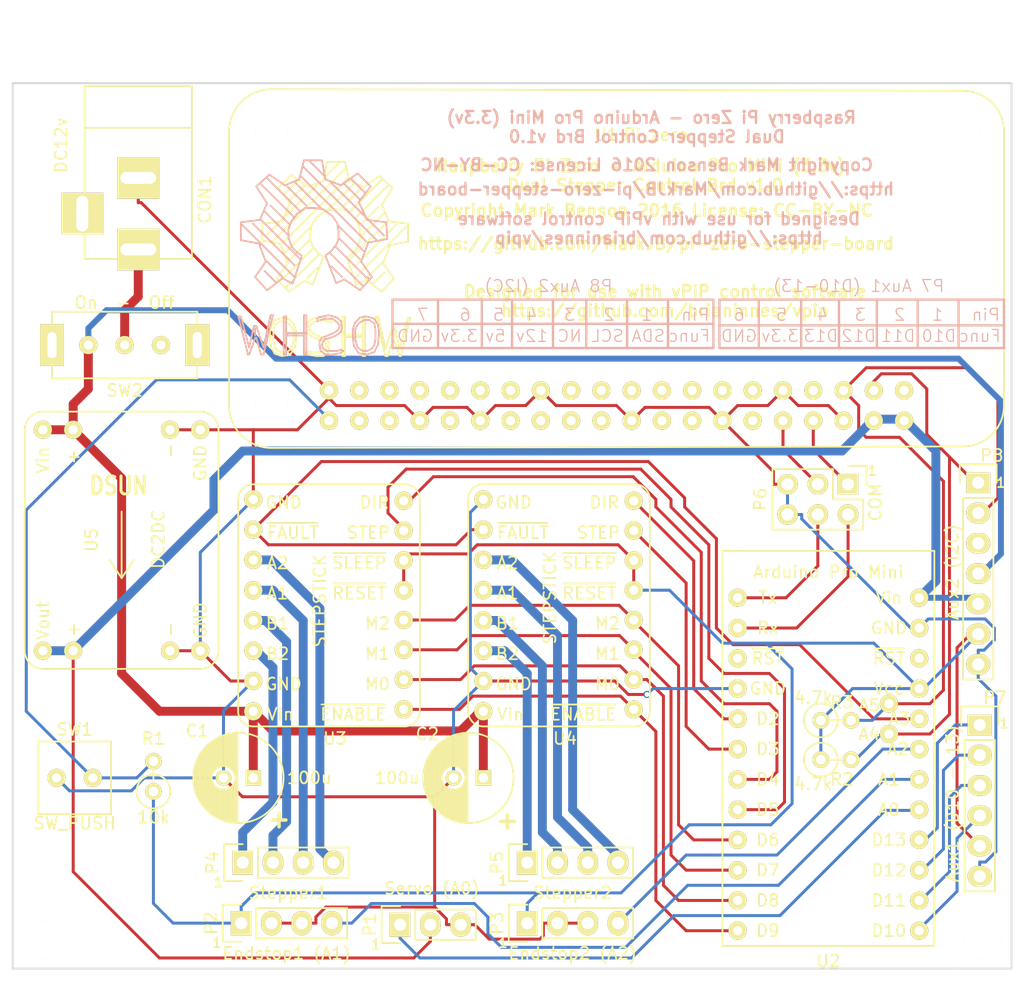
<source format=kicad_pcb>
(kicad_pcb (version 20171130) (host pcbnew "(5.1.12)-1")

  (general
    (thickness 1.6)
    (drawings 88)
    (tracks 392)
    (zones 0)
    (modules 25)
    (nets 67)
  )

  (page A4)
  (title_block
    (title "PiZero Arduino Stepper board")
    (date 2016-03-14)
    (rev v1.0)
    (comment 1 "Copyright Mark Benson 2016")
    (comment 2 "License: CC-BY-NC")
  )

  (layers
    (0 F.Cu signal)
    (31 B.Cu signal)
    (32 B.Adhes user)
    (33 F.Adhes user hide)
    (34 B.Paste user)
    (35 F.Paste user)
    (36 B.SilkS user)
    (37 F.SilkS user)
    (38 B.Mask user)
    (39 F.Mask user)
    (40 Dwgs.User user)
    (41 Cmts.User user)
    (42 Eco1.User user)
    (43 Eco2.User user)
    (44 Edge.Cuts user)
    (45 Margin user)
    (46 B.CrtYd user)
    (47 F.CrtYd user)
    (48 B.Fab user)
    (49 F.Fab user)
  )

  (setup
    (last_trace_width 0.25)
    (user_trace_width 0.5)
    (user_trace_width 0.75)
    (trace_clearance 0.2)
    (zone_clearance 0.508)
    (zone_45_only yes)
    (trace_min 0.2)
    (via_size 0.6)
    (via_drill 0.4)
    (via_min_size 0.4)
    (via_min_drill 0.3)
    (uvia_size 0.3)
    (uvia_drill 0.1)
    (uvias_allowed no)
    (uvia_min_size 0.2)
    (uvia_min_drill 0.1)
    (edge_width 0.15)
    (segment_width 0.2)
    (pcb_text_width 0.3)
    (pcb_text_size 1.5 1.5)
    (mod_edge_width 0.15)
    (mod_text_size 1 1)
    (mod_text_width 0.15)
    (pad_size 1.524 1.524)
    (pad_drill 0.762)
    (pad_to_mask_clearance 0.2)
    (aux_axis_origin 0 0)
    (visible_elements 7FFFFF7F)
    (pcbplotparams
      (layerselection 0x0103c_80000001)
      (usegerberextensions false)
      (usegerberattributes true)
      (usegerberadvancedattributes true)
      (creategerberjobfile true)
      (excludeedgelayer false)
      (linewidth 0.100000)
      (plotframeref false)
      (viasonmask false)
      (mode 1)
      (useauxorigin false)
      (hpglpennumber 1)
      (hpglpenspeed 20)
      (hpglpendiameter 15.000000)
      (psnegative false)
      (psa4output false)
      (plotreference true)
      (plotvalue true)
      (plotinvisibletext false)
      (padsonsilk false)
      (subtractmaskfromsilk false)
      (outputformat 1)
      (mirror false)
      (drillshape 0)
      (scaleselection 1)
      (outputdirectory "gerber/"))
  )

  (net 0 "")
  (net 1 GND)
  (net 2 +12V)
  (net 3 "Net-(CON1-Pad3)")
  (net 4 /SERVO)
  (net 5 /VCC)
  (net 6 /ESTOP1)
  (net 7 /ESTOP2)
  (net 8 "Net-(P4-Pad1)")
  (net 9 "Net-(P4-Pad2)")
  (net 10 "Net-(P4-Pad3)")
  (net 11 "Net-(P4-Pad4)")
  (net 12 "Net-(P5-Pad1)")
  (net 13 "Net-(P5-Pad2)")
  (net 14 "Net-(P5-Pad3)")
  (net 15 "Net-(P5-Pad4)")
  (net 16 /PiTx)
  (net 17 /ArdRx)
  (net 18 /PiRx)
  (net 19 /ArdTx)
  (net 20 "Net-(U1-Pad1)")
  (net 21 "Net-(U1-Pad7)")
  (net 22 "Net-(U1-Pad11)")
  (net 23 "Net-(U1-Pad12)")
  (net 24 "Net-(U1-Pad13)")
  (net 25 "Net-(U1-Pad15)")
  (net 26 "Net-(U1-Pad16)")
  (net 27 "Net-(U1-Pad17)")
  (net 28 "Net-(U1-Pad18)")
  (net 29 "Net-(U1-Pad19)")
  (net 30 "Net-(U1-Pad21)")
  (net 31 "Net-(U1-Pad22)")
  (net 32 "Net-(U1-Pad23)")
  (net 33 "Net-(U1-Pad24)")
  (net 34 "Net-(U1-Pad26)")
  (net 35 "Net-(U1-Pad27)")
  (net 36 "Net-(U1-Pad28)")
  (net 37 "Net-(U1-Pad29)")
  (net 38 "Net-(U1-Pad31)")
  (net 39 "Net-(U1-Pad32)")
  (net 40 "Net-(U1-Pad33)")
  (net 41 "Net-(U1-Pad35)")
  (net 42 "Net-(U1-Pad36)")
  (net 43 "Net-(U1-Pad37)")
  (net 44 "Net-(U1-Pad38)")
  (net 45 "Net-(U2-Pad3)")
  (net 46 /DIR2)
  (net 47 /STEP2)
  (net 48 /DIR1)
  (net 49 /STEP1)
  (net 50 /M2)
  (net 51 /M1)
  (net 52 /M0)
  (net 53 /ENABLE)
  (net 54 /FAULT)
  (net 55 "Net-(U2-Pad22)")
  (net 56 /3v3)
  (net 57 /D10)
  (net 58 /D11)
  (net 59 /D12)
  (net 60 /D13)
  (net 61 "Net-(CON1-Pad1)")
  (net 62 /GPIO21)
  (net 63 "Net-(SW2-Pad3)")
  (net 64 /SDA)
  (net 65 /SCL)
  (net 66 "Net-(P8-Pad3)")

  (net_class Default "This is the default net class."
    (clearance 0.2)
    (trace_width 0.25)
    (via_dia 0.6)
    (via_drill 0.4)
    (uvia_dia 0.3)
    (uvia_drill 0.1)
    (add_net +12V)
    (add_net /3v3)
    (add_net /ArdRx)
    (add_net /ArdTx)
    (add_net /D10)
    (add_net /D11)
    (add_net /D12)
    (add_net /D13)
    (add_net /DIR1)
    (add_net /DIR2)
    (add_net /ENABLE)
    (add_net /ESTOP1)
    (add_net /ESTOP2)
    (add_net /FAULT)
    (add_net /GPIO21)
    (add_net /M0)
    (add_net /M1)
    (add_net /M2)
    (add_net /PiRx)
    (add_net /PiTx)
    (add_net /SCL)
    (add_net /SDA)
    (add_net /SERVO)
    (add_net /STEP1)
    (add_net /STEP2)
    (add_net /VCC)
    (add_net GND)
    (add_net "Net-(CON1-Pad1)")
    (add_net "Net-(CON1-Pad3)")
    (add_net "Net-(P4-Pad1)")
    (add_net "Net-(P4-Pad2)")
    (add_net "Net-(P4-Pad3)")
    (add_net "Net-(P4-Pad4)")
    (add_net "Net-(P5-Pad1)")
    (add_net "Net-(P5-Pad2)")
    (add_net "Net-(P5-Pad3)")
    (add_net "Net-(P5-Pad4)")
    (add_net "Net-(P8-Pad3)")
    (add_net "Net-(SW2-Pad3)")
    (add_net "Net-(U1-Pad1)")
    (add_net "Net-(U1-Pad11)")
    (add_net "Net-(U1-Pad12)")
    (add_net "Net-(U1-Pad13)")
    (add_net "Net-(U1-Pad15)")
    (add_net "Net-(U1-Pad16)")
    (add_net "Net-(U1-Pad17)")
    (add_net "Net-(U1-Pad18)")
    (add_net "Net-(U1-Pad19)")
    (add_net "Net-(U1-Pad21)")
    (add_net "Net-(U1-Pad22)")
    (add_net "Net-(U1-Pad23)")
    (add_net "Net-(U1-Pad24)")
    (add_net "Net-(U1-Pad26)")
    (add_net "Net-(U1-Pad27)")
    (add_net "Net-(U1-Pad28)")
    (add_net "Net-(U1-Pad29)")
    (add_net "Net-(U1-Pad31)")
    (add_net "Net-(U1-Pad32)")
    (add_net "Net-(U1-Pad33)")
    (add_net "Net-(U1-Pad35)")
    (add_net "Net-(U1-Pad36)")
    (add_net "Net-(U1-Pad37)")
    (add_net "Net-(U1-Pad38)")
    (add_net "Net-(U1-Pad7)")
    (add_net "Net-(U2-Pad22)")
    (add_net "Net-(U2-Pad3)")
  )

  (net_class Pwr ""
    (clearance 0.2)
    (trace_width 0.5)
    (via_dia 0.6)
    (via_drill 0.4)
    (uvia_dia 0.3)
    (uvia_drill 0.1)
  )

  (net_class Pwr1 ""
    (clearance 0.2)
    (trace_width 0.75)
    (via_dia 0.6)
    (via_drill 0.4)
    (uvia_dia 0.3)
    (uvia_drill 0.1)
  )

  (module custom:BARREL_JACK (layer F.Cu) (tedit 56E5C3C4) (tstamp 0)
    (at 103.886 71.882 270)
    (descr "DC Barrel Jack")
    (tags "Power Jack")
    (path /56E56B7F)
    (fp_text reference CON1 (at 2.032 -5.588 90) (layer F.SilkS)
      (effects (font (size 1 1) (thickness 0.15)))
    )
    (fp_text value DC12v (at -2.54 6.477 270) (layer F.SilkS)
      (effects (font (size 1 1) (thickness 0.15)))
    )
    (fp_line (start 7.00024 -4.50088) (end -7.50062 -4.50088) (layer F.SilkS) (width 0.15))
    (fp_line (start 7.00024 4.50088) (end 7.00024 -4.50088) (layer F.SilkS) (width 0.15))
    (fp_line (start -7.50062 4.50088) (end 7.00024 4.50088) (layer F.SilkS) (width 0.15))
    (fp_line (start -7.50062 -4.50088) (end -7.50062 4.50088) (layer F.SilkS) (width 0.15))
    (fp_line (start -4.0005 -4.50088) (end -4.0005 4.50088) (layer F.SilkS) (width 0.15))
    (pad 1 thru_hole rect (at 6.20014 0 270) (size 3.50012 3.50012) (drill oval 1.00076 2.99974) (layers *.Cu *.Mask F.SilkS)
      (net 61 "Net-(CON1-Pad1)"))
    (pad 2 thru_hole rect (at 0.20066 0 270) (size 3.50012 3.50012) (drill oval 1.00076 2.99974) (layers *.Cu *.Mask F.SilkS)
      (net 1 GND))
    (pad 3 thru_hole rect (at 3.2004 4.699 270) (size 3.50012 3.50012) (drill oval 2.99974 1.00076) (layers *.Cu *.Mask F.SilkS)
      (net 3 "Net-(CON1-Pad3)"))
  )

  (module Capacitors_ThroughHole:C_Radial_D7.5_L11.2_P2.5 (layer F.Cu) (tedit 56E71A32) (tstamp 56E77FFC)
    (at 113.538 122.428 180)
    (descr "Radial Electrolytic Capacitor Diameter 7.5mm x Length 11.2mm, Pitch 2.5mm")
    (tags "Electrolytic Capacitor")
    (path /56E56BD2)
    (fp_text reference C1 (at 4.699 3.937) (layer F.SilkS)
      (effects (font (size 1 1) (thickness 0.15)))
    )
    (fp_text value 100u (at -4.699 0 180) (layer F.SilkS)
      (effects (font (size 1 1) (thickness 0.15)))
    )
    (fp_circle (center 1.25 0) (end 1.25 -4.1) (layer F.CrtYd) (width 0.05))
    (fp_circle (center 1.25 0) (end 1.25 -3.7875) (layer F.SilkS) (width 0.15))
    (fp_circle (center 2.5 0) (end 2.5 -1) (layer F.SilkS) (width 0.15))
    (fp_line (start 4.965 -0.511) (end 4.965 0.511) (layer F.SilkS) (width 0.15))
    (fp_line (start 4.825 -1.132) (end 4.825 1.132) (layer F.SilkS) (width 0.15))
    (fp_line (start 4.685 -1.504) (end 4.685 1.504) (layer F.SilkS) (width 0.15))
    (fp_line (start 4.545 -1.79) (end 4.545 1.79) (layer F.SilkS) (width 0.15))
    (fp_line (start 4.405 -2.027) (end 4.405 2.027) (layer F.SilkS) (width 0.15))
    (fp_line (start 4.265 -2.23) (end 4.265 2.23) (layer F.SilkS) (width 0.15))
    (fp_line (start 4.125 -2.408) (end 4.125 2.408) (layer F.SilkS) (width 0.15))
    (fp_line (start 3.985 -2.566) (end 3.985 2.566) (layer F.SilkS) (width 0.15))
    (fp_line (start 3.845 -2.707) (end 3.845 2.707) (layer F.SilkS) (width 0.15))
    (fp_line (start 3.705 -2.835) (end 3.705 2.835) (layer F.SilkS) (width 0.15))
    (fp_line (start 3.565 -2.95) (end 3.565 2.95) (layer F.SilkS) (width 0.15))
    (fp_line (start 3.425 0.38) (end 3.425 3.055) (layer F.SilkS) (width 0.15))
    (fp_line (start 3.425 -3.055) (end 3.425 -0.38) (layer F.SilkS) (width 0.15))
    (fp_line (start 3.285 0.619) (end 3.285 3.15) (layer F.SilkS) (width 0.15))
    (fp_line (start 3.285 -3.15) (end 3.285 -0.619) (layer F.SilkS) (width 0.15))
    (fp_line (start 3.145 0.764) (end 3.145 3.236) (layer F.SilkS) (width 0.15))
    (fp_line (start 3.145 -3.236) (end 3.145 -0.764) (layer F.SilkS) (width 0.15))
    (fp_line (start 3.005 0.863) (end 3.005 3.314) (layer F.SilkS) (width 0.15))
    (fp_line (start 3.005 -3.314) (end 3.005 -0.863) (layer F.SilkS) (width 0.15))
    (fp_line (start 2.865 0.931) (end 2.865 3.384) (layer F.SilkS) (width 0.15))
    (fp_line (start 2.865 -3.384) (end 2.865 -0.931) (layer F.SilkS) (width 0.15))
    (fp_line (start 2.725 0.974) (end 2.725 3.448) (layer F.SilkS) (width 0.15))
    (fp_line (start 2.725 -3.448) (end 2.725 -0.974) (layer F.SilkS) (width 0.15))
    (fp_line (start 2.585 0.996) (end 2.585 3.504) (layer F.SilkS) (width 0.15))
    (fp_line (start 2.585 -3.504) (end 2.585 -0.996) (layer F.SilkS) (width 0.15))
    (fp_line (start 2.445 0.998) (end 2.445 3.555) (layer F.SilkS) (width 0.15))
    (fp_line (start 2.445 -3.555) (end 2.445 -0.998) (layer F.SilkS) (width 0.15))
    (fp_line (start 2.305 0.981) (end 2.305 3.599) (layer F.SilkS) (width 0.15))
    (fp_line (start 2.305 -3.599) (end 2.305 -0.981) (layer F.SilkS) (width 0.15))
    (fp_line (start 2.165 0.942) (end 2.165 3.637) (layer F.SilkS) (width 0.15))
    (fp_line (start 2.165 -3.637) (end 2.165 -0.942) (layer F.SilkS) (width 0.15))
    (fp_line (start 2.025 0.88) (end 2.025 3.669) (layer F.SilkS) (width 0.15))
    (fp_line (start 2.025 -3.669) (end 2.025 -0.88) (layer F.SilkS) (width 0.15))
    (fp_line (start 1.885 0.789) (end 1.885 3.696) (layer F.SilkS) (width 0.15))
    (fp_line (start 1.885 -3.696) (end 1.885 -0.789) (layer F.SilkS) (width 0.15))
    (fp_line (start 1.745 0.656) (end 1.745 3.717) (layer F.SilkS) (width 0.15))
    (fp_line (start 1.745 -3.717) (end 1.745 -0.656) (layer F.SilkS) (width 0.15))
    (fp_line (start 1.605 0.446) (end 1.605 3.733) (layer F.SilkS) (width 0.15))
    (fp_line (start 1.605 -3.733) (end 1.605 -0.446) (layer F.SilkS) (width 0.15))
    (fp_line (start 1.465 -3.744) (end 1.465 3.744) (layer F.SilkS) (width 0.15))
    (fp_line (start 1.325 -3.749) (end 1.325 3.749) (layer F.SilkS) (width 0.15))
    (pad 2 thru_hole circle (at 2.5 0 180) (size 1.3 1.3) (drill 0.8) (layers *.Cu *.Mask F.SilkS)
      (net 1 GND))
    (pad 1 thru_hole rect (at 0 0 180) (size 1.3 1.3) (drill 0.8) (layers *.Cu *.Mask F.SilkS)
      (net 2 +12V))
    (model Capacitors_ThroughHole.3dshapes/C_Radial_D7.5_L11.2_P2.5.wrl
      (at (xyz 0 0 0))
      (scale (xyz 1 1 1))
      (rotate (xyz 0 0 0))
    )
  )

  (module Capacitors_ThroughHole:C_Radial_D7.5_L11.2_P2.5 (layer F.Cu) (tedit 56E71A26) (tstamp 0)
    (at 132.842 122.428 180)
    (descr "Radial Electrolytic Capacitor Diameter 7.5mm x Length 11.2mm, Pitch 2.5mm")
    (tags "Electrolytic Capacitor")
    (path /56E56C41)
    (fp_text reference C2 (at 4.699 3.683) (layer F.SilkS)
      (effects (font (size 1 1) (thickness 0.15)))
    )
    (fp_text value 100u (at 7.239 0 180) (layer F.SilkS)
      (effects (font (size 1 1) (thickness 0.15)))
    )
    (fp_circle (center 1.25 0) (end 1.25 -4.1) (layer F.CrtYd) (width 0.05))
    (fp_circle (center 1.25 0) (end 1.25 -3.7875) (layer F.SilkS) (width 0.15))
    (fp_circle (center 2.5 0) (end 2.5 -1) (layer F.SilkS) (width 0.15))
    (fp_line (start 4.965 -0.511) (end 4.965 0.511) (layer F.SilkS) (width 0.15))
    (fp_line (start 4.825 -1.132) (end 4.825 1.132) (layer F.SilkS) (width 0.15))
    (fp_line (start 4.685 -1.504) (end 4.685 1.504) (layer F.SilkS) (width 0.15))
    (fp_line (start 4.545 -1.79) (end 4.545 1.79) (layer F.SilkS) (width 0.15))
    (fp_line (start 4.405 -2.027) (end 4.405 2.027) (layer F.SilkS) (width 0.15))
    (fp_line (start 4.265 -2.23) (end 4.265 2.23) (layer F.SilkS) (width 0.15))
    (fp_line (start 4.125 -2.408) (end 4.125 2.408) (layer F.SilkS) (width 0.15))
    (fp_line (start 3.985 -2.566) (end 3.985 2.566) (layer F.SilkS) (width 0.15))
    (fp_line (start 3.845 -2.707) (end 3.845 2.707) (layer F.SilkS) (width 0.15))
    (fp_line (start 3.705 -2.835) (end 3.705 2.835) (layer F.SilkS) (width 0.15))
    (fp_line (start 3.565 -2.95) (end 3.565 2.95) (layer F.SilkS) (width 0.15))
    (fp_line (start 3.425 0.38) (end 3.425 3.055) (layer F.SilkS) (width 0.15))
    (fp_line (start 3.425 -3.055) (end 3.425 -0.38) (layer F.SilkS) (width 0.15))
    (fp_line (start 3.285 0.619) (end 3.285 3.15) (layer F.SilkS) (width 0.15))
    (fp_line (start 3.285 -3.15) (end 3.285 -0.619) (layer F.SilkS) (width 0.15))
    (fp_line (start 3.145 0.764) (end 3.145 3.236) (layer F.SilkS) (width 0.15))
    (fp_line (start 3.145 -3.236) (end 3.145 -0.764) (layer F.SilkS) (width 0.15))
    (fp_line (start 3.005 0.863) (end 3.005 3.314) (layer F.SilkS) (width 0.15))
    (fp_line (start 3.005 -3.314) (end 3.005 -0.863) (layer F.SilkS) (width 0.15))
    (fp_line (start 2.865 0.931) (end 2.865 3.384) (layer F.SilkS) (width 0.15))
    (fp_line (start 2.865 -3.384) (end 2.865 -0.931) (layer F.SilkS) (width 0.15))
    (fp_line (start 2.725 0.974) (end 2.725 3.448) (layer F.SilkS) (width 0.15))
    (fp_line (start 2.725 -3.448) (end 2.725 -0.974) (layer F.SilkS) (width 0.15))
    (fp_line (start 2.585 0.996) (end 2.585 3.504) (layer F.SilkS) (width 0.15))
    (fp_line (start 2.585 -3.504) (end 2.585 -0.996) (layer F.SilkS) (width 0.15))
    (fp_line (start 2.445 0.998) (end 2.445 3.555) (layer F.SilkS) (width 0.15))
    (fp_line (start 2.445 -3.555) (end 2.445 -0.998) (layer F.SilkS) (width 0.15))
    (fp_line (start 2.305 0.981) (end 2.305 3.599) (layer F.SilkS) (width 0.15))
    (fp_line (start 2.305 -3.599) (end 2.305 -0.981) (layer F.SilkS) (width 0.15))
    (fp_line (start 2.165 0.942) (end 2.165 3.637) (layer F.SilkS) (width 0.15))
    (fp_line (start 2.165 -3.637) (end 2.165 -0.942) (layer F.SilkS) (width 0.15))
    (fp_line (start 2.025 0.88) (end 2.025 3.669) (layer F.SilkS) (width 0.15))
    (fp_line (start 2.025 -3.669) (end 2.025 -0.88) (layer F.SilkS) (width 0.15))
    (fp_line (start 1.885 0.789) (end 1.885 3.696) (layer F.SilkS) (width 0.15))
    (fp_line (start 1.885 -3.696) (end 1.885 -0.789) (layer F.SilkS) (width 0.15))
    (fp_line (start 1.745 0.656) (end 1.745 3.717) (layer F.SilkS) (width 0.15))
    (fp_line (start 1.745 -3.717) (end 1.745 -0.656) (layer F.SilkS) (width 0.15))
    (fp_line (start 1.605 0.446) (end 1.605 3.733) (layer F.SilkS) (width 0.15))
    (fp_line (start 1.605 -3.733) (end 1.605 -0.446) (layer F.SilkS) (width 0.15))
    (fp_line (start 1.465 -3.744) (end 1.465 3.744) (layer F.SilkS) (width 0.15))
    (fp_line (start 1.325 -3.749) (end 1.325 3.749) (layer F.SilkS) (width 0.15))
    (pad 2 thru_hole circle (at 2.5 0 180) (size 1.3 1.3) (drill 0.8) (layers *.Cu *.Mask F.SilkS)
      (net 1 GND))
    (pad 1 thru_hole rect (at 0 0 180) (size 1.3 1.3) (drill 0.8) (layers *.Cu *.Mask F.SilkS)
      (net 2 +12V))
    (model Capacitors_ThroughHole.3dshapes/C_Radial_D7.5_L11.2_P2.5.wrl
      (at (xyz 0 0 0))
      (scale (xyz 1 1 1))
      (rotate (xyz 0 0 0))
    )
  )

  (module Pin_Headers:Pin_Header_Straight_1x03 (layer F.Cu) (tedit 56E5F4A2) (tstamp 0)
    (at 125.857 134.747 90)
    (descr "Through hole pin header")
    (tags "pin header")
    (path /56E56F02)
    (fp_text reference P1 (at 0 -2.54 90) (layer F.SilkS)
      (effects (font (size 1 1) (thickness 0.15)))
    )
    (fp_text value "Servo (A0)" (at 3.048 2.667 180) (layer F.SilkS)
      (effects (font (size 1 1) (thickness 0.15)))
    )
    (fp_line (start -1.55 -1.55) (end 1.55 -1.55) (layer F.SilkS) (width 0.15))
    (fp_line (start -1.55 0) (end -1.55 -1.55) (layer F.SilkS) (width 0.15))
    (fp_line (start 1.27 1.27) (end -1.27 1.27) (layer F.SilkS) (width 0.15))
    (fp_line (start 1.55 -1.55) (end 1.55 0) (layer F.SilkS) (width 0.15))
    (fp_line (start 1.27 6.35) (end 1.27 1.27) (layer F.SilkS) (width 0.15))
    (fp_line (start -1.27 6.35) (end 1.27 6.35) (layer F.SilkS) (width 0.15))
    (fp_line (start -1.27 1.27) (end -1.27 6.35) (layer F.SilkS) (width 0.15))
    (fp_line (start -1.75 6.85) (end 1.75 6.85) (layer F.CrtYd) (width 0.05))
    (fp_line (start -1.75 -1.75) (end 1.75 -1.75) (layer F.CrtYd) (width 0.05))
    (fp_line (start 1.75 -1.75) (end 1.75 6.85) (layer F.CrtYd) (width 0.05))
    (fp_line (start -1.75 -1.75) (end -1.75 6.85) (layer F.CrtYd) (width 0.05))
    (pad 1 thru_hole rect (at 0 0 90) (size 2.032 1.7272) (drill 1.016) (layers *.Cu *.Mask F.SilkS)
      (net 4 /SERVO))
    (pad 2 thru_hole oval (at 0 2.54 90) (size 2.032 1.7272) (drill 1.016) (layers *.Cu *.Mask F.SilkS)
      (net 5 /VCC))
    (pad 3 thru_hole oval (at 0 5.08 90) (size 2.032 1.7272) (drill 1.016) (layers *.Cu *.Mask F.SilkS)
      (net 1 GND))
    (model Pin_Headers.3dshapes/Pin_Header_Straight_1x03.wrl
      (offset (xyz 0 -2.539999961853027 0))
      (scale (xyz 1 1 1))
      (rotate (xyz 0 0 90))
    )
  )

  (module Pin_Headers:Pin_Header_Straight_1x04 (layer F.Cu) (tedit 56E5C30B) (tstamp 0)
    (at 112.522 134.62 90)
    (descr "Through hole pin header")
    (tags "pin header")
    (path /56E57021)
    (fp_text reference P2 (at 0 -2.54 90) (layer F.SilkS)
      (effects (font (size 1 1) (thickness 0.15)))
    )
    (fp_text value "Endstop1 (A1)" (at -2.54 3.81 180) (layer F.SilkS)
      (effects (font (size 1 1) (thickness 0.15)))
    )
    (fp_line (start -1.55 -1.55) (end 1.55 -1.55) (layer F.SilkS) (width 0.15))
    (fp_line (start -1.55 0) (end -1.55 -1.55) (layer F.SilkS) (width 0.15))
    (fp_line (start 1.27 1.27) (end -1.27 1.27) (layer F.SilkS) (width 0.15))
    (fp_line (start -1.27 8.89) (end 1.27 8.89) (layer F.SilkS) (width 0.15))
    (fp_line (start 1.55 -1.55) (end 1.55 0) (layer F.SilkS) (width 0.15))
    (fp_line (start 1.27 1.27) (end 1.27 8.89) (layer F.SilkS) (width 0.15))
    (fp_line (start -1.27 1.27) (end -1.27 8.89) (layer F.SilkS) (width 0.15))
    (fp_line (start -1.75 9.4) (end 1.75 9.4) (layer F.CrtYd) (width 0.05))
    (fp_line (start -1.75 -1.75) (end 1.75 -1.75) (layer F.CrtYd) (width 0.05))
    (fp_line (start 1.75 -1.75) (end 1.75 9.4) (layer F.CrtYd) (width 0.05))
    (fp_line (start -1.75 -1.75) (end -1.75 9.4) (layer F.CrtYd) (width 0.05))
    (pad 1 thru_hole rect (at 0 0 90) (size 2.032 1.7272) (drill 1.016) (layers *.Cu *.Mask F.SilkS)
      (net 56 /3v3))
    (pad 2 thru_hole oval (at 0 2.54 90) (size 2.032 1.7272) (drill 1.016) (layers *.Cu *.Mask F.SilkS)
      (net 1 GND))
    (pad 3 thru_hole oval (at 0 5.08 90) (size 2.032 1.7272) (drill 1.016) (layers *.Cu *.Mask F.SilkS)
      (net 1 GND))
    (pad 4 thru_hole oval (at 0 7.62 90) (size 2.032 1.7272) (drill 1.016) (layers *.Cu *.Mask F.SilkS)
      (net 6 /ESTOP1))
    (model Pin_Headers.3dshapes/Pin_Header_Straight_1x04.wrl
      (offset (xyz 0 -3.809999942779541 0))
      (scale (xyz 1 1 1))
      (rotate (xyz 0 0 90))
    )
  )

  (module Pin_Headers:Pin_Header_Straight_1x04 (layer F.Cu) (tedit 56E5C322) (tstamp 0)
    (at 136.525 134.62 90)
    (descr "Through hole pin header")
    (tags "pin header")
    (path /56E57052)
    (fp_text reference P3 (at 0 -2.54 90) (layer F.SilkS)
      (effects (font (size 1 1) (thickness 0.15)))
    )
    (fp_text value "Endstop2 (A2)" (at -2.54 3.81 180) (layer F.SilkS)
      (effects (font (size 1 1) (thickness 0.15)))
    )
    (fp_line (start -1.55 -1.55) (end 1.55 -1.55) (layer F.SilkS) (width 0.15))
    (fp_line (start -1.55 0) (end -1.55 -1.55) (layer F.SilkS) (width 0.15))
    (fp_line (start 1.27 1.27) (end -1.27 1.27) (layer F.SilkS) (width 0.15))
    (fp_line (start -1.27 8.89) (end 1.27 8.89) (layer F.SilkS) (width 0.15))
    (fp_line (start 1.55 -1.55) (end 1.55 0) (layer F.SilkS) (width 0.15))
    (fp_line (start 1.27 1.27) (end 1.27 8.89) (layer F.SilkS) (width 0.15))
    (fp_line (start -1.27 1.27) (end -1.27 8.89) (layer F.SilkS) (width 0.15))
    (fp_line (start -1.75 9.4) (end 1.75 9.4) (layer F.CrtYd) (width 0.05))
    (fp_line (start -1.75 -1.75) (end 1.75 -1.75) (layer F.CrtYd) (width 0.05))
    (fp_line (start 1.75 -1.75) (end 1.75 9.4) (layer F.CrtYd) (width 0.05))
    (fp_line (start -1.75 -1.75) (end -1.75 9.4) (layer F.CrtYd) (width 0.05))
    (pad 1 thru_hole rect (at 0 0 90) (size 2.032 1.7272) (drill 1.016) (layers *.Cu *.Mask F.SilkS)
      (net 56 /3v3))
    (pad 2 thru_hole oval (at 0 2.54 90) (size 2.032 1.7272) (drill 1.016) (layers *.Cu *.Mask F.SilkS)
      (net 1 GND))
    (pad 3 thru_hole oval (at 0 5.08 90) (size 2.032 1.7272) (drill 1.016) (layers *.Cu *.Mask F.SilkS)
      (net 1 GND))
    (pad 4 thru_hole oval (at 0 7.62 90) (size 2.032 1.7272) (drill 1.016) (layers *.Cu *.Mask F.SilkS)
      (net 7 /ESTOP2))
    (model Pin_Headers.3dshapes/Pin_Header_Straight_1x04.wrl
      (offset (xyz 0 -3.809999942779541 0))
      (scale (xyz 1 1 1))
      (rotate (xyz 0 0 90))
    )
  )

  (module Pin_Headers:Pin_Header_Straight_1x04 (layer F.Cu) (tedit 56E5C302) (tstamp 0)
    (at 112.649 129.54 90)
    (descr "Through hole pin header")
    (tags "pin header")
    (path /56E56F75)
    (fp_text reference P4 (at 0 -2.54 90) (layer F.SilkS)
      (effects (font (size 1 1) (thickness 0.15)))
    )
    (fp_text value Stepper1 (at -2.54 3.81 180) (layer F.SilkS)
      (effects (font (size 1 1) (thickness 0.15)))
    )
    (fp_line (start -1.55 -1.55) (end 1.55 -1.55) (layer F.SilkS) (width 0.15))
    (fp_line (start -1.55 0) (end -1.55 -1.55) (layer F.SilkS) (width 0.15))
    (fp_line (start 1.27 1.27) (end -1.27 1.27) (layer F.SilkS) (width 0.15))
    (fp_line (start -1.27 8.89) (end 1.27 8.89) (layer F.SilkS) (width 0.15))
    (fp_line (start 1.55 -1.55) (end 1.55 0) (layer F.SilkS) (width 0.15))
    (fp_line (start 1.27 1.27) (end 1.27 8.89) (layer F.SilkS) (width 0.15))
    (fp_line (start -1.27 1.27) (end -1.27 8.89) (layer F.SilkS) (width 0.15))
    (fp_line (start -1.75 9.4) (end 1.75 9.4) (layer F.CrtYd) (width 0.05))
    (fp_line (start -1.75 -1.75) (end 1.75 -1.75) (layer F.CrtYd) (width 0.05))
    (fp_line (start 1.75 -1.75) (end 1.75 9.4) (layer F.CrtYd) (width 0.05))
    (fp_line (start -1.75 -1.75) (end -1.75 9.4) (layer F.CrtYd) (width 0.05))
    (pad 1 thru_hole rect (at 0 0 90) (size 2.032 1.7272) (drill 1.016) (layers *.Cu *.Mask F.SilkS)
      (net 8 "Net-(P4-Pad1)"))
    (pad 2 thru_hole oval (at 0 2.54 90) (size 2.032 1.7272) (drill 1.016) (layers *.Cu *.Mask F.SilkS)
      (net 9 "Net-(P4-Pad2)"))
    (pad 3 thru_hole oval (at 0 5.08 90) (size 2.032 1.7272) (drill 1.016) (layers *.Cu *.Mask F.SilkS)
      (net 10 "Net-(P4-Pad3)"))
    (pad 4 thru_hole oval (at 0 7.62 90) (size 2.032 1.7272) (drill 1.016) (layers *.Cu *.Mask F.SilkS)
      (net 11 "Net-(P4-Pad4)"))
    (model Pin_Headers.3dshapes/Pin_Header_Straight_1x04.wrl
      (offset (xyz 0 -3.809999942779541 0))
      (scale (xyz 1 1 1))
      (rotate (xyz 0 0 90))
    )
  )

  (module Pin_Headers:Pin_Header_Straight_1x04 (layer F.Cu) (tedit 56E5C31C) (tstamp 0)
    (at 136.525 129.54 90)
    (descr "Through hole pin header")
    (tags "pin header")
    (path /56E56FF2)
    (fp_text reference P5 (at 0 -2.54 90) (layer F.SilkS)
      (effects (font (size 1 1) (thickness 0.15)))
    )
    (fp_text value Stepper2 (at -2.54 3.81 180) (layer F.SilkS)
      (effects (font (size 1 1) (thickness 0.15)))
    )
    (fp_line (start -1.55 -1.55) (end 1.55 -1.55) (layer F.SilkS) (width 0.15))
    (fp_line (start -1.55 0) (end -1.55 -1.55) (layer F.SilkS) (width 0.15))
    (fp_line (start 1.27 1.27) (end -1.27 1.27) (layer F.SilkS) (width 0.15))
    (fp_line (start -1.27 8.89) (end 1.27 8.89) (layer F.SilkS) (width 0.15))
    (fp_line (start 1.55 -1.55) (end 1.55 0) (layer F.SilkS) (width 0.15))
    (fp_line (start 1.27 1.27) (end 1.27 8.89) (layer F.SilkS) (width 0.15))
    (fp_line (start -1.27 1.27) (end -1.27 8.89) (layer F.SilkS) (width 0.15))
    (fp_line (start -1.75 9.4) (end 1.75 9.4) (layer F.CrtYd) (width 0.05))
    (fp_line (start -1.75 -1.75) (end 1.75 -1.75) (layer F.CrtYd) (width 0.05))
    (fp_line (start 1.75 -1.75) (end 1.75 9.4) (layer F.CrtYd) (width 0.05))
    (fp_line (start -1.75 -1.75) (end -1.75 9.4) (layer F.CrtYd) (width 0.05))
    (pad 1 thru_hole rect (at 0 0 90) (size 2.032 1.7272) (drill 1.016) (layers *.Cu *.Mask F.SilkS)
      (net 12 "Net-(P5-Pad1)"))
    (pad 2 thru_hole oval (at 0 2.54 90) (size 2.032 1.7272) (drill 1.016) (layers *.Cu *.Mask F.SilkS)
      (net 13 "Net-(P5-Pad2)"))
    (pad 3 thru_hole oval (at 0 5.08 90) (size 2.032 1.7272) (drill 1.016) (layers *.Cu *.Mask F.SilkS)
      (net 14 "Net-(P5-Pad3)"))
    (pad 4 thru_hole oval (at 0 7.62 90) (size 2.032 1.7272) (drill 1.016) (layers *.Cu *.Mask F.SilkS)
      (net 15 "Net-(P5-Pad4)"))
    (model Pin_Headers.3dshapes/Pin_Header_Straight_1x04.wrl
      (offset (xyz 0 -3.809999942779541 0))
      (scale (xyz 1 1 1))
      (rotate (xyz 0 0 90))
    )
  )

  (module custom:Stepstick (layer F.Cu) (tedit 56E5F337) (tstamp 0)
    (at 120.396 106.68)
    (path /56E56912)
    (fp_text reference U3 (at 0 12.446) (layer F.SilkS)
      (effects (font (size 1 1) (thickness 0.15)))
    )
    (fp_text value STEPSTICK (at -1.27 0.889 90) (layer F.SilkS)
      (effects (font (size 1 1) (thickness 0.15)))
    )
    (fp_line (start -8.128 -7.62) (end -8.128 10.16) (layer F.SilkS) (width 0.15))
    (fp_line (start -6.858 11.43) (end 5.842 11.43) (layer F.SilkS) (width 0.15))
    (fp_line (start 7.112 10.16) (end 7.112 -7.62) (layer F.SilkS) (width 0.15))
    (fp_line (start -6.858 -8.89) (end 5.842 -8.89) (layer F.SilkS) (width 0.15))
    (fp_text user DIR (at 3.302 -7.366) (layer F.SilkS)
      (effects (font (size 1 1) (thickness 0.15)))
    )
    (fp_text user STEP (at 2.794 -4.826) (layer F.SilkS)
      (effects (font (size 1 1) (thickness 0.15)))
    )
    (fp_text user ~SLEEP (at 2.032 -2.286) (layer F.SilkS)
      (effects (font (size 1 1) (thickness 0.15)))
    )
    (fp_text user ~RESET (at 2.032 0.254) (layer F.SilkS)
      (effects (font (size 1 1) (thickness 0.15)))
    )
    (fp_text user M2 (at 3.556 2.794) (layer F.SilkS)
      (effects (font (size 1 1) (thickness 0.15)))
    )
    (fp_text user M1 (at 3.556 5.334) (layer F.SilkS)
      (effects (font (size 1 1) (thickness 0.15)))
    )
    (fp_text user M0 (at 3.556 7.874) (layer F.SilkS)
      (effects (font (size 1 1) (thickness 0.15)))
    )
    (fp_text user ~ENABLE (at 1.524 10.414) (layer F.SilkS)
      (effects (font (size 1 1) (thickness 0.15)))
    )
    (fp_text user Vin (at -4.572 10.414) (layer F.SilkS)
      (effects (font (size 1 1) (thickness 0.15)))
    )
    (fp_text user GND (at -4.318 7.874) (layer F.SilkS)
      (effects (font (size 1 1) (thickness 0.15)))
    )
    (fp_text user B2 (at -4.826 5.334) (layer F.SilkS)
      (effects (font (size 1 1) (thickness 0.15)))
    )
    (fp_text user B1 (at -4.826 2.794) (layer F.SilkS)
      (effects (font (size 1 1) (thickness 0.15)))
    )
    (fp_text user A1 (at -4.826 0.254) (layer F.SilkS)
      (effects (font (size 1 1) (thickness 0.15)))
    )
    (fp_text user A2 (at -4.826 -2.286) (layer F.SilkS)
      (effects (font (size 1 1) (thickness 0.15)))
    )
    (fp_text user ~FAULT (at -3.556 -4.826) (layer F.SilkS)
      (effects (font (size 1 1) (thickness 0.15)))
    )
    (fp_text user GND (at -4.318 -7.366) (layer F.SilkS)
      (effects (font (size 1 1) (thickness 0.15)))
    )
    (fp_arc (start -6.858 10.16) (end -6.858 11.43) (angle 90) (layer F.SilkS) (width 0.15))
    (fp_arc (start -6.858 -7.62) (end -8.128 -7.62) (angle 90) (layer F.SilkS) (width 0.15))
    (fp_arc (start 5.842 -7.62) (end 5.842 -8.89) (angle 90) (layer F.SilkS) (width 0.15))
    (fp_arc (start 5.842 10.16) (end 7.112 10.16) (angle 90) (layer F.SilkS) (width 0.15))
    (pad 1 thru_hole circle (at -6.858 -7.62) (size 1.524 1.524) (drill 0.762) (layers *.Cu *.Mask F.SilkS)
      (net 1 GND))
    (pad 2 thru_hole circle (at -6.858 -5.08) (size 1.524 1.524) (drill 0.762) (layers *.Cu *.Mask F.SilkS)
      (net 54 /FAULT))
    (pad 3 thru_hole circle (at -6.858 -2.54) (size 1.524 1.524) (drill 0.762) (layers *.Cu *.Mask F.SilkS)
      (net 11 "Net-(P4-Pad4)"))
    (pad 4 thru_hole circle (at -6.858 0) (size 1.524 1.524) (drill 0.762) (layers *.Cu *.Mask F.SilkS)
      (net 10 "Net-(P4-Pad3)"))
    (pad 5 thru_hole circle (at -6.858 2.54) (size 1.524 1.524) (drill 0.762) (layers *.Cu *.Mask F.SilkS)
      (net 9 "Net-(P4-Pad2)"))
    (pad 6 thru_hole circle (at -6.858 5.08) (size 1.524 1.524) (drill 0.762) (layers *.Cu *.Mask F.SilkS)
      (net 8 "Net-(P4-Pad1)"))
    (pad 7 thru_hole circle (at -6.858 7.62) (size 1.524 1.524) (drill 0.762) (layers *.Cu *.Mask F.SilkS)
      (net 1 GND))
    (pad 8 thru_hole circle (at -6.858 10.16) (size 1.524 1.524) (drill 0.762) (layers *.Cu *.Mask F.SilkS)
      (net 2 +12V))
    (pad 9 thru_hole circle (at 5.762 10) (size 1.524 1.524) (drill 0.762) (layers *.Cu *.Mask F.SilkS)
      (net 53 /ENABLE))
    (pad 10 thru_hole circle (at 5.762 7.5) (size 1.524 1.524) (drill 0.762) (layers *.Cu *.Mask F.SilkS)
      (net 52 /M0))
    (pad 11 thru_hole circle (at 5.762 5) (size 1.524 1.524) (drill 0.762) (layers *.Cu *.Mask F.SilkS)
      (net 51 /M1))
    (pad 12 thru_hole circle (at 5.762 2.5) (size 1.524 1.524) (drill 0.762) (layers *.Cu *.Mask F.SilkS)
      (net 50 /M2))
    (pad 13 thru_hole circle (at 5.762 0) (size 1.524 1.524) (drill 0.762) (layers *.Cu *.Mask F.SilkS)
      (net 56 /3v3))
    (pad 14 thru_hole circle (at 5.762 -2.5) (size 1.524 1.524) (drill 0.762) (layers *.Cu *.Mask F.SilkS)
      (net 56 /3v3))
    (pad 15 thru_hole circle (at 5.762 -5) (size 1.524 1.524) (drill 0.762) (layers *.Cu *.Mask F.SilkS)
      (net 49 /STEP1))
    (pad 16 thru_hole circle (at 5.762 -7.5) (size 1.524 1.524) (drill 0.762) (layers *.Cu *.Mask F.SilkS)
      (net 48 /DIR1))
  )

  (module custom:Stepstick (layer F.Cu) (tedit 56E5C32D) (tstamp 56E780AC)
    (at 139.7 106.68)
    (path /56E5696B)
    (fp_text reference U4 (at 0 12.446) (layer F.SilkS)
      (effects (font (size 1 1) (thickness 0.15)))
    )
    (fp_text value STEPSTICK (at -1.27 0.635 90) (layer F.SilkS)
      (effects (font (size 1 1) (thickness 0.15)))
    )
    (fp_line (start -8.128 -7.62) (end -8.128 10.16) (layer F.SilkS) (width 0.15))
    (fp_line (start -6.858 11.43) (end 5.842 11.43) (layer F.SilkS) (width 0.15))
    (fp_line (start 7.112 10.16) (end 7.112 -7.62) (layer F.SilkS) (width 0.15))
    (fp_line (start -6.858 -8.89) (end 5.842 -8.89) (layer F.SilkS) (width 0.15))
    (fp_text user DIR (at 3.302 -7.366) (layer F.SilkS)
      (effects (font (size 1 1) (thickness 0.15)))
    )
    (fp_text user STEP (at 2.794 -4.826) (layer F.SilkS)
      (effects (font (size 1 1) (thickness 0.15)))
    )
    (fp_text user ~SLEEP (at 2.032 -2.286) (layer F.SilkS)
      (effects (font (size 1 1) (thickness 0.15)))
    )
    (fp_text user ~RESET (at 2.032 0.254) (layer F.SilkS)
      (effects (font (size 1 1) (thickness 0.15)))
    )
    (fp_text user M2 (at 3.556 2.794) (layer F.SilkS)
      (effects (font (size 1 1) (thickness 0.15)))
    )
    (fp_text user M1 (at 3.556 5.334) (layer F.SilkS)
      (effects (font (size 1 1) (thickness 0.15)))
    )
    (fp_text user M0 (at 3.556 7.874) (layer F.SilkS)
      (effects (font (size 1 1) (thickness 0.15)))
    )
    (fp_text user ~ENABLE (at 1.524 10.414) (layer F.SilkS)
      (effects (font (size 1 1) (thickness 0.15)))
    )
    (fp_text user Vin (at -4.572 10.414) (layer F.SilkS)
      (effects (font (size 1 1) (thickness 0.15)))
    )
    (fp_text user GND (at -4.318 7.874) (layer F.SilkS)
      (effects (font (size 1 1) (thickness 0.15)))
    )
    (fp_text user B2 (at -4.826 5.334) (layer F.SilkS)
      (effects (font (size 1 1) (thickness 0.15)))
    )
    (fp_text user B1 (at -4.826 2.794) (layer F.SilkS)
      (effects (font (size 1 1) (thickness 0.15)))
    )
    (fp_text user A1 (at -4.826 0.254) (layer F.SilkS)
      (effects (font (size 1 1) (thickness 0.15)))
    )
    (fp_text user A2 (at -4.826 -2.286) (layer F.SilkS)
      (effects (font (size 1 1) (thickness 0.15)))
    )
    (fp_text user ~FAULT (at -3.556 -4.826) (layer F.SilkS)
      (effects (font (size 1 1) (thickness 0.15)))
    )
    (fp_text user GND (at -4.318 -7.366) (layer F.SilkS)
      (effects (font (size 1 1) (thickness 0.15)))
    )
    (fp_arc (start -6.858 10.16) (end -6.858 11.43) (angle 90) (layer F.SilkS) (width 0.15))
    (fp_arc (start -6.858 -7.62) (end -8.128 -7.62) (angle 90) (layer F.SilkS) (width 0.15))
    (fp_arc (start 5.842 -7.62) (end 5.842 -8.89) (angle 90) (layer F.SilkS) (width 0.15))
    (fp_arc (start 5.842 10.16) (end 7.112 10.16) (angle 90) (layer F.SilkS) (width 0.15))
    (pad 1 thru_hole circle (at -6.858 -7.62) (size 1.524 1.524) (drill 0.762) (layers *.Cu *.Mask F.SilkS)
      (net 1 GND))
    (pad 2 thru_hole circle (at -6.858 -5.08) (size 1.524 1.524) (drill 0.762) (layers *.Cu *.Mask F.SilkS)
      (net 54 /FAULT))
    (pad 3 thru_hole circle (at -6.858 -2.54) (size 1.524 1.524) (drill 0.762) (layers *.Cu *.Mask F.SilkS)
      (net 15 "Net-(P5-Pad4)"))
    (pad 4 thru_hole circle (at -6.858 0) (size 1.524 1.524) (drill 0.762) (layers *.Cu *.Mask F.SilkS)
      (net 14 "Net-(P5-Pad3)"))
    (pad 5 thru_hole circle (at -6.858 2.54) (size 1.524 1.524) (drill 0.762) (layers *.Cu *.Mask F.SilkS)
      (net 13 "Net-(P5-Pad2)"))
    (pad 6 thru_hole circle (at -6.858 5.08) (size 1.524 1.524) (drill 0.762) (layers *.Cu *.Mask F.SilkS)
      (net 12 "Net-(P5-Pad1)"))
    (pad 7 thru_hole circle (at -6.858 7.62) (size 1.524 1.524) (drill 0.762) (layers *.Cu *.Mask F.SilkS)
      (net 1 GND))
    (pad 8 thru_hole circle (at -6.858 10.16) (size 1.524 1.524) (drill 0.762) (layers *.Cu *.Mask F.SilkS)
      (net 2 +12V))
    (pad 9 thru_hole circle (at 5.762 10) (size 1.524 1.524) (drill 0.762) (layers *.Cu *.Mask F.SilkS)
      (net 53 /ENABLE))
    (pad 10 thru_hole circle (at 5.762 7.5) (size 1.524 1.524) (drill 0.762) (layers *.Cu *.Mask F.SilkS)
      (net 52 /M0))
    (pad 11 thru_hole circle (at 5.762 5) (size 1.524 1.524) (drill 0.762) (layers *.Cu *.Mask F.SilkS)
      (net 51 /M1))
    (pad 12 thru_hole circle (at 5.762 2.5) (size 1.524 1.524) (drill 0.762) (layers *.Cu *.Mask F.SilkS)
      (net 50 /M2))
    (pad 13 thru_hole circle (at 5.762 0) (size 1.524 1.524) (drill 0.762) (layers *.Cu *.Mask F.SilkS)
      (net 56 /3v3))
    (pad 14 thru_hole circle (at 5.762 -2.5) (size 1.524 1.524) (drill 0.762) (layers *.Cu *.Mask F.SilkS)
      (net 56 /3v3))
    (pad 15 thru_hole circle (at 5.762 -5) (size 1.524 1.524) (drill 0.762) (layers *.Cu *.Mask F.SilkS)
      (net 47 /STEP2))
    (pad 16 thru_hole circle (at 5.762 -7.5) (size 1.524 1.524) (drill 0.762) (layers *.Cu *.Mask F.SilkS)
      (net 46 /DIR2))
  )

  (module custom:DSUN_DC2DC (layer F.Cu) (tedit 56E5C36B) (tstamp 56E780CB)
    (at 102.489 102.616 270)
    (path /56E5BC80)
    (fp_text reference U5 (at -0.1524 2.5146 270) (layer F.SilkS)
      (effects (font (size 1 1) (thickness 0.15)))
    )
    (fp_text value DC2DC (at -0.2032 -3.0734 270) (layer F.SilkS)
      (effects (font (size 1 1) (thickness 0.15)))
    )
    (fp_line (start -9.398 -8.128) (end 9.144 -8.128) (layer F.SilkS) (width 0.15))
    (fp_line (start -10.922 -6.604) (end -10.922 6.604) (layer F.SilkS) (width 0.15))
    (fp_line (start -9.398 8.128) (end 9.144 8.128) (layer F.SilkS) (width 0.15))
    (fp_line (start 10.668 6.604) (end 10.668 -6.604) (layer F.SilkS) (width 0.15))
    (fp_line (start 3.048 0) (end 1.524 -1.016) (layer F.SilkS) (width 0.15))
    (fp_line (start -2.54 0) (end 3.048 0) (layer F.SilkS) (width 0.15))
    (fp_line (start 3.048 0) (end 1.524 1.016) (layer F.SilkS) (width 0.15))
    (fp_text user - (at -7.62 -4.064 270) (layer F.SilkS)
      (effects (font (size 1 1) (thickness 0.15)))
    )
    (fp_text user - (at 7.366 -4.064 270) (layer F.SilkS)
      (effects (font (size 1 1) (thickness 0.15)))
    )
    (fp_text user + (at 7.366 4.064 270) (layer F.SilkS)
      (effects (font (size 1 1) (thickness 0.15)))
    )
    (fp_text user + (at -7.112 4.064 270) (layer F.SilkS)
      (effects (font (size 1 1) (thickness 0.15)))
    )
    (fp_text user Vout (at 6.604 6.604 270) (layer F.SilkS)
      (effects (font (size 1 1) (thickness 0.15)))
    )
    (fp_text user Vin (at -6.858 6.604 270) (layer F.SilkS)
      (effects (font (size 1 1) (thickness 0.15)))
    )
    (fp_text user GND (at 6.604 -6.604 270) (layer F.SilkS)
      (effects (font (size 1 1) (thickness 0.15)))
    )
    (fp_text user GND (at -6.604 -6.604 270) (layer F.SilkS)
      (effects (font (size 1 1) (thickness 0.15)))
    )
    (fp_arc (start 9.144 -6.604) (end 9.144 -8.128) (angle 90) (layer F.SilkS) (width 0.15))
    (fp_arc (start 9.144 6.604) (end 10.668 6.604) (angle 90) (layer F.SilkS) (width 0.15))
    (fp_arc (start -9.398 6.604) (end -9.398 8.128) (angle 90) (layer F.SilkS) (width 0.15))
    (fp_arc (start -9.398 -6.604) (end -10.922 -6.604) (angle 90) (layer F.SilkS) (width 0.15))
    (pad 1 thru_hole circle (at -9.398 -6.604 270) (size 1.524 1.524) (drill 0.762) (layers *.Cu *.Mask F.SilkS)
      (net 1 GND))
    (pad 2 thru_hole circle (at -9.398 -4.064 270) (size 1.524 1.524) (drill 0.762) (layers *.Cu *.Mask F.SilkS)
      (net 1 GND))
    (pad 3 thru_hole circle (at -9.398 4.064 270) (size 1.524 1.524) (drill 0.762) (layers *.Cu *.Mask F.SilkS)
      (net 2 +12V))
    (pad 4 thru_hole circle (at -9.398 6.604 270) (size 1.524 1.524) (drill 0.762) (layers *.Cu *.Mask F.SilkS)
      (net 2 +12V))
    (pad 8 thru_hole circle (at 9.144 -6.604 270) (size 1.524 1.524) (drill 0.762) (layers *.Cu *.Mask F.SilkS)
      (net 1 GND))
    (pad 7 thru_hole circle (at 9.144 -4.064 270) (size 1.524 1.524) (drill 0.762) (layers *.Cu *.Mask F.SilkS)
      (net 1 GND))
    (pad 6 thru_hole circle (at 9.144 4.064 270) (size 1.524 1.524) (drill 0.762) (layers *.Cu *.Mask F.SilkS)
      (net 5 /VCC))
    (pad 5 thru_hole circle (at 9.144 6.604 270) (size 1.524 1.524) (drill 0.762) (layers *.Cu *.Mask F.SilkS)
      (net 5 /VCC))
  )

  (module Mounting_Holes:MountingHole_3.2mm_M3 (layer F.Cu) (tedit 56E5BA85) (tstamp 0)
    (at 95.758 136.017)
    (descr "Mounting Hole 3.2mm, no annular, M3")
    (tags "mounting hole 3.2mm no annular m3")
    (fp_text reference M3_1 (at 0 -4.2) (layer F.SilkS) hide
      (effects (font (size 1 1) (thickness 0.15)))
    )
    (fp_text value MountingHole_3.2mm_M3 (at 0 4.2) (layer F.Fab) hide
      (effects (font (size 1 1) (thickness 0.15)))
    )
    (fp_circle (center 0 0) (end 3.45 0) (layer F.CrtYd) (width 0.05))
    (fp_circle (center 0 0) (end 3.2 0) (layer Cmts.User) (width 0.15))
    (pad 1 np_thru_hole circle (at 0 0) (size 3.2 3.2) (drill 3.2) (layers *.Cu *.Mask F.SilkS))
  )

  (module Mounting_Holes:MountingHole_3.2mm_M3 (layer F.Cu) (tedit 56E5BA73) (tstamp 0)
    (at 174.752 136.017)
    (descr "Mounting Hole 3.2mm, no annular, M3")
    (tags "mounting hole 3.2mm no annular m3")
    (fp_text reference M3_2 (at 0 -4.2) (layer F.SilkS) hide
      (effects (font (size 1 1) (thickness 0.15)))
    )
    (fp_text value MountingHole_3.2mm_M3 (at 0 4.2) (layer F.Fab) hide
      (effects (font (size 1 1) (thickness 0.15)))
    )
    (fp_circle (center 0 0) (end 3.45 0) (layer F.CrtYd) (width 0.05))
    (fp_circle (center 0 0) (end 3.2 0) (layer Cmts.User) (width 0.15))
    (pad 1 np_thru_hole circle (at 0 0) (size 3.2 3.2) (drill 3.2) (layers *.Cu *.Mask F.SilkS))
  )

  (module Pin_Headers:Pin_Header_Straight_1x06 (layer F.Cu) (tedit 56F7B1CF) (tstamp 56E5F03A)
    (at 174.498 117.983)
    (descr "Through hole pin header")
    (tags "pin header")
    (path /56E5EFFA)
    (fp_text reference P7 (at 1.27 -2.286 180) (layer F.SilkS)
      (effects (font (size 1 1) (thickness 0.15)))
    )
    (fp_text value "Aux1 (D10 - 13)" (at -2.286 6.604 270) (layer F.SilkS)
      (effects (font (size 1 1) (thickness 0.15)))
    )
    (fp_line (start -1.55 -1.55) (end 1.55 -1.55) (layer F.SilkS) (width 0.15))
    (fp_line (start -1.55 0) (end -1.55 -1.55) (layer F.SilkS) (width 0.15))
    (fp_line (start 1.27 1.27) (end -1.27 1.27) (layer F.SilkS) (width 0.15))
    (fp_line (start 1.55 -1.55) (end 1.55 0) (layer F.SilkS) (width 0.15))
    (fp_line (start -1.27 13.97) (end -1.27 1.27) (layer F.SilkS) (width 0.15))
    (fp_line (start 1.27 13.97) (end -1.27 13.97) (layer F.SilkS) (width 0.15))
    (fp_line (start 1.27 1.27) (end 1.27 13.97) (layer F.SilkS) (width 0.15))
    (fp_line (start -1.75 14.45) (end 1.75 14.45) (layer F.CrtYd) (width 0.05))
    (fp_line (start -1.75 -1.75) (end 1.75 -1.75) (layer F.CrtYd) (width 0.05))
    (fp_line (start 1.75 -1.75) (end 1.75 14.45) (layer F.CrtYd) (width 0.05))
    (fp_line (start -1.75 -1.75) (end -1.75 14.45) (layer F.CrtYd) (width 0.05))
    (pad 1 thru_hole rect (at 0 0) (size 2.032 1.7272) (drill 1.016) (layers *.Cu *.Mask F.SilkS)
      (net 57 /D10))
    (pad 2 thru_hole oval (at 0 2.54) (size 2.032 1.7272) (drill 1.016) (layers *.Cu *.Mask F.SilkS)
      (net 58 /D11))
    (pad 3 thru_hole oval (at 0 5.08) (size 2.032 1.7272) (drill 1.016) (layers *.Cu *.Mask F.SilkS)
      (net 59 /D12))
    (pad 4 thru_hole oval (at 0 7.62) (size 2.032 1.7272) (drill 1.016) (layers *.Cu *.Mask F.SilkS)
      (net 60 /D13))
    (pad 5 thru_hole oval (at 0 10.16) (size 2.032 1.7272) (drill 1.016) (layers *.Cu *.Mask F.SilkS)
      (net 56 /3v3))
    (pad 6 thru_hole oval (at 0 12.7) (size 2.032 1.7272) (drill 1.016) (layers *.Cu *.Mask F.SilkS)
      (net 1 GND))
    (model Pin_Headers.3dshapes/Pin_Header_Straight_1x06.wrl
      (offset (xyz 0 -6.349999904632568 0))
      (scale (xyz 1 1 1))
      (rotate (xyz 0 0 90))
    )
  )

  (module custom:TactSw (layer F.Cu) (tedit 56E719E3) (tstamp 56E7175A)
    (at 98.552 122.428 180)
    (path /56E70FE3)
    (fp_text reference SW1 (at 0 4.064 180) (layer F.SilkS)
      (effects (font (size 1 1) (thickness 0.15)))
    )
    (fp_text value SW_PUSH (at 0 -3.81 180) (layer F.SilkS)
      (effects (font (size 1 1) (thickness 0.15)))
    )
    (fp_line (start 3.048 -3.048) (end -3.048 -3.048) (layer F.SilkS) (width 0.15))
    (fp_line (start 3.048 3.048) (end 3.048 -3.048) (layer F.SilkS) (width 0.15))
    (fp_line (start -3.048 3.048) (end 3.048 3.048) (layer F.SilkS) (width 0.15))
    (fp_line (start -3.048 -3.048) (end -3.048 3.048) (layer F.SilkS) (width 0.15))
    (pad 2 thru_hole circle (at 1.524 0 180) (size 1.524 1.524) (drill 0.762) (layers *.Cu *.Mask F.SilkS)
      (net 1 GND))
    (pad 1 thru_hole circle (at -1.524 0 180) (size 1.524 1.524) (drill 0.762) (layers *.Cu *.Mask F.SilkS)
      (net 62 /GPIO21))
  )

  (module custom:Pi_Zero (layer F.Cu) (tedit 56F90AE7) (tstamp 56E71A87)
    (at 144.018 81.534 180)
    (path /56E71E34)
    (fp_text reference U1 (at 0.889 13.081 180) (layer F.SilkS)
      (effects (font (size 1 1) (thickness 0.15)))
    )
    (fp_text value Pi_zero (at -3.302 13.081 180) (layer F.SilkS)
      (effects (font (size 1 1) (thickness 0.15)))
    )
    (fp_line (start -32.512 -9.652) (end -32.512 13.335) (layer F.SilkS) (width 0.15))
    (fp_line (start 32.512 -9.652) (end 32.512 13.335) (layer F.SilkS) (width 0.15))
    (fp_line (start 28.956 -13.208) (end -29.083 -13.081) (layer F.SilkS) (width 0.15))
    (fp_line (start -29.083 16.764) (end 28.956 16.891) (layer F.SilkS) (width 0.15))
    (fp_arc (start -29.083 -9.652) (end -32.512 -9.652) (angle 90) (layer F.SilkS) (width 0.15))
    (fp_arc (start -29.083 13.335) (end -29.083 16.764) (angle 90) (layer F.SilkS) (width 0.15))
    (fp_arc (start 28.956 13.335) (end 32.512 13.335) (angle 90) (layer F.SilkS) (width 0.15))
    (fp_arc (start 28.956 -9.652) (end 28.956 -13.208) (angle 90) (layer F.SilkS) (width 0.15))
    (pad 1 thru_hole circle (at -24.13 -8.382 180) (size 1.524 1.524) (drill 0.762) (layers *.Cu *.Mask F.SilkS)
      (net 20 "Net-(U1-Pad1)"))
    (pad 2 thru_hole circle (at -24.13 -10.922 180) (size 1.524 1.524) (drill 0.762) (layers *.Cu *.Mask F.SilkS)
      (net 5 /VCC))
    (pad 3 thru_hole circle (at -21.59 -8.382 180) (size 1.524 1.524) (drill 0.762) (layers *.Cu *.Mask F.SilkS)
      (net 64 /SDA))
    (pad 4 thru_hole circle (at -21.59 -10.922 180) (size 1.524 1.524) (drill 0.762) (layers *.Cu *.Mask F.SilkS)
      (net 5 /VCC))
    (pad 5 thru_hole circle (at -19.05 -8.382 180) (size 1.524 1.524) (drill 0.762) (layers *.Cu *.Mask F.SilkS)
      (net 65 /SCL))
    (pad 6 thru_hole circle (at -19.05 -10.922 180) (size 1.524 1.524) (drill 0.762) (layers *.Cu *.Mask F.SilkS)
      (net 1 GND))
    (pad 7 thru_hole circle (at -16.51 -8.382 180) (size 1.524 1.524) (drill 0.762) (layers *.Cu *.Mask F.SilkS)
      (net 21 "Net-(U1-Pad7)"))
    (pad 8 thru_hole circle (at -16.51 -10.922 180) (size 1.524 1.524) (drill 0.762) (layers *.Cu *.Mask F.SilkS)
      (net 16 /PiTx))
    (pad 9 thru_hole circle (at -13.97 -8.382 180) (size 1.524 1.524) (drill 0.762) (layers *.Cu *.Mask F.SilkS)
      (net 1 GND))
    (pad 10 thru_hole circle (at -13.97 -10.922 180) (size 1.524 1.524) (drill 0.762) (layers *.Cu *.Mask F.SilkS)
      (net 18 /PiRx))
    (pad 11 thru_hole circle (at -11.43 -8.382 180) (size 1.524 1.524) (drill 0.762) (layers *.Cu *.Mask F.SilkS)
      (net 22 "Net-(U1-Pad11)"))
    (pad 12 thru_hole circle (at -11.43 -10.922 180) (size 1.524 1.524) (drill 0.762) (layers *.Cu *.Mask F.SilkS)
      (net 23 "Net-(U1-Pad12)"))
    (pad 13 thru_hole circle (at -8.89 -8.382 180) (size 1.524 1.524) (drill 0.762) (layers *.Cu *.Mask F.SilkS)
      (net 24 "Net-(U1-Pad13)"))
    (pad 14 thru_hole circle (at -8.89 -10.922 180) (size 1.524 1.524) (drill 0.762) (layers *.Cu *.Mask F.SilkS)
      (net 1 GND))
    (pad 15 thru_hole circle (at -6.35 -8.382 180) (size 1.524 1.524) (drill 0.762) (layers *.Cu *.Mask F.SilkS)
      (net 25 "Net-(U1-Pad15)"))
    (pad 16 thru_hole circle (at -6.35 -10.922 180) (size 1.524 1.524) (drill 0.762) (layers *.Cu *.Mask F.SilkS)
      (net 26 "Net-(U1-Pad16)"))
    (pad 17 thru_hole circle (at -3.81 -8.382 180) (size 1.524 1.524) (drill 0.762) (layers *.Cu *.Mask F.SilkS)
      (net 27 "Net-(U1-Pad17)"))
    (pad 18 thru_hole circle (at -3.81 -10.922 180) (size 1.524 1.524) (drill 0.762) (layers *.Cu *.Mask F.SilkS)
      (net 28 "Net-(U1-Pad18)"))
    (pad 19 thru_hole circle (at -1.27 -8.382 180) (size 1.524 1.524) (drill 0.762) (layers *.Cu *.Mask F.SilkS)
      (net 29 "Net-(U1-Pad19)"))
    (pad 20 thru_hole circle (at -1.27 -10.922 180) (size 1.524 1.524) (drill 0.762) (layers *.Cu *.Mask F.SilkS)
      (net 1 GND))
    (pad 21 thru_hole circle (at 1.27 -8.382 180) (size 1.524 1.524) (drill 0.762) (layers *.Cu *.Mask F.SilkS)
      (net 30 "Net-(U1-Pad21)"))
    (pad 22 thru_hole circle (at 1.27 -10.922 180) (size 1.524 1.524) (drill 0.762) (layers *.Cu *.Mask F.SilkS)
      (net 31 "Net-(U1-Pad22)"))
    (pad 23 thru_hole circle (at 3.81 -8.382 180) (size 1.524 1.524) (drill 0.762) (layers *.Cu *.Mask F.SilkS)
      (net 32 "Net-(U1-Pad23)"))
    (pad 24 thru_hole circle (at 3.81 -10.922 180) (size 1.524 1.524) (drill 0.762) (layers *.Cu *.Mask F.SilkS)
      (net 33 "Net-(U1-Pad24)"))
    (pad 25 thru_hole circle (at 6.35 -8.382 180) (size 1.524 1.524) (drill 0.762) (layers *.Cu *.Mask F.SilkS)
      (net 1 GND))
    (pad 26 thru_hole circle (at 6.35 -10.922 180) (size 1.524 1.524) (drill 0.762) (layers *.Cu *.Mask F.SilkS)
      (net 34 "Net-(U1-Pad26)"))
    (pad 27 thru_hole circle (at 8.89 -8.382 180) (size 1.524 1.524) (drill 0.762) (layers *.Cu *.Mask F.SilkS)
      (net 35 "Net-(U1-Pad27)"))
    (pad 28 thru_hole circle (at 8.89 -10.922 180) (size 1.524 1.524) (drill 0.762) (layers *.Cu *.Mask F.SilkS)
      (net 36 "Net-(U1-Pad28)"))
    (pad 29 thru_hole circle (at 11.43 -8.382 180) (size 1.524 1.524) (drill 0.762) (layers *.Cu *.Mask F.SilkS)
      (net 37 "Net-(U1-Pad29)"))
    (pad 30 thru_hole circle (at 11.43 -10.922 180) (size 1.524 1.524) (drill 0.762) (layers *.Cu *.Mask F.SilkS)
      (net 1 GND))
    (pad 31 thru_hole circle (at 13.97 -8.382 180) (size 1.524 1.524) (drill 0.762) (layers *.Cu *.Mask F.SilkS)
      (net 38 "Net-(U1-Pad31)"))
    (pad 32 thru_hole circle (at 13.97 -10.922 180) (size 1.524 1.524) (drill 0.762) (layers *.Cu *.Mask F.SilkS)
      (net 39 "Net-(U1-Pad32)"))
    (pad 33 thru_hole circle (at 16.51 -8.382 180) (size 1.524 1.524) (drill 0.762) (layers *.Cu *.Mask F.SilkS)
      (net 40 "Net-(U1-Pad33)"))
    (pad 34 thru_hole circle (at 16.51 -10.922 180) (size 1.524 1.524) (drill 0.762) (layers *.Cu *.Mask F.SilkS)
      (net 1 GND))
    (pad 35 thru_hole circle (at 19.05 -8.382 180) (size 1.524 1.524) (drill 0.762) (layers *.Cu *.Mask F.SilkS)
      (net 41 "Net-(U1-Pad35)"))
    (pad 36 thru_hole circle (at 19.05 -10.922 180) (size 1.524 1.524) (drill 0.762) (layers *.Cu *.Mask F.SilkS)
      (net 42 "Net-(U1-Pad36)"))
    (pad 37 thru_hole circle (at 21.59 -8.382 180) (size 1.524 1.524) (drill 0.762) (layers *.Cu *.Mask F.SilkS)
      (net 43 "Net-(U1-Pad37)"))
    (pad 38 thru_hole circle (at 21.59 -10.922 180) (size 1.524 1.524) (drill 0.762) (layers *.Cu *.Mask F.SilkS)
      (net 44 "Net-(U1-Pad38)"))
    (pad 39 thru_hole circle (at 24.13 -8.382 180) (size 1.524 1.524) (drill 0.762) (layers *.Cu *.Mask F.SilkS)
      (net 1 GND))
    (pad 40 thru_hole circle (at 24.13 -10.922 180) (size 1.524 1.524) (drill 0.762) (layers *.Cu *.Mask F.SilkS)
      (net 62 /GPIO21))
    (pad "" np_thru_hole circle (at -29.083 -9.652 180) (size 2.75 2.75) (drill 2.75) (layers *.Cu *.Mask F.SilkS))
    (pad "" np_thru_hole circle (at 28.956 -9.652 180) (size 2.75 2.75) (drill 2.75) (layers *.Cu *.Mask F.SilkS))
    (pad "" np_thru_hole circle (at -29.083 13.335 180) (size 2.75 2.75) (drill 2.75) (layers *.Cu *.Mask F.SilkS))
    (pad "" np_thru_hole circle (at 28.956 13.335 180) (size 2.75 2.75) (drill 2.75) (layers *.Cu *.Mask F.SilkS))
  )

  (module Discret:R1 (layer F.Cu) (tedit 56E71A0B) (tstamp 56E71B07)
    (at 105.156 122.301 90)
    (descr "Resistance verticale")
    (tags R)
    (path /56E71078)
    (fp_text reference R1 (at 3.175 0 180) (layer F.SilkS)
      (effects (font (size 1 1) (thickness 0.15)))
    )
    (fp_text value 10k (at -3.429 0 180) (layer F.SilkS)
      (effects (font (size 1 1) (thickness 0.15)))
    )
    (fp_circle (center -1.27 0) (end -0.635 1.27) (layer F.SilkS) (width 0.15))
    (fp_line (start -1.27 0) (end 1.27 0) (layer F.SilkS) (width 0.15))
    (pad 1 thru_hole circle (at -1.27 0 90) (size 1.397 1.397) (drill 0.8128) (layers *.Cu *.Mask F.SilkS)
      (net 56 /3v3))
    (pad 2 thru_hole circle (at 1.27 0 90) (size 1.397 1.397) (drill 0.8128) (layers *.Cu *.Mask F.SilkS)
      (net 62 /GPIO21))
    (model Discret.3dshapes/R1.wrl
      (at (xyz 0 0 0))
      (scale (xyz 1 1 1))
      (rotate (xyz 0 0 0))
    )
  )

  (module Pin_Headers:Pin_Header_Straight_2x03 (layer F.Cu) (tedit 56F7B212) (tstamp 56E71B63)
    (at 163.449 97.79 270)
    (descr "Through hole pin header")
    (tags "pin header")
    (path /56E705A3)
    (fp_text reference P6 (at 1.27 7.366 90) (layer F.SilkS)
      (effects (font (size 1 1) (thickness 0.15)))
    )
    (fp_text value COM (at 1.524 -2.286 270) (layer F.SilkS)
      (effects (font (size 1 1) (thickness 0.15)))
    )
    (fp_line (start 3.81 1.27) (end 3.81 -1.27) (layer F.SilkS) (width 0.15))
    (fp_line (start 3.81 -1.27) (end 1.27 -1.27) (layer F.SilkS) (width 0.15))
    (fp_line (start -1.55 -1.55) (end -1.55 0) (layer F.SilkS) (width 0.15))
    (fp_line (start 3.81 6.35) (end 3.81 1.27) (layer F.SilkS) (width 0.15))
    (fp_line (start -1.27 6.35) (end 3.81 6.35) (layer F.SilkS) (width 0.15))
    (fp_line (start 1.27 1.27) (end -1.27 1.27) (layer F.SilkS) (width 0.15))
    (fp_line (start 1.27 -1.27) (end 1.27 1.27) (layer F.SilkS) (width 0.15))
    (fp_line (start -1.75 6.85) (end 4.3 6.85) (layer F.CrtYd) (width 0.05))
    (fp_line (start -1.75 -1.75) (end 4.3 -1.75) (layer F.CrtYd) (width 0.05))
    (fp_line (start 4.3 -1.75) (end 4.3 6.85) (layer F.CrtYd) (width 0.05))
    (fp_line (start -1.75 -1.75) (end -1.75 6.85) (layer F.CrtYd) (width 0.05))
    (fp_line (start -1.55 -1.55) (end 0 -1.55) (layer F.SilkS) (width 0.15))
    (fp_line (start -1.27 1.27) (end -1.27 6.35) (layer F.SilkS) (width 0.15))
    (pad 1 thru_hole rect (at 0 0 270) (size 1.7272 1.7272) (drill 1.016) (layers *.Cu *.Mask F.SilkS)
      (net 16 /PiTx))
    (pad 2 thru_hole oval (at 2.54 0 270) (size 1.7272 1.7272) (drill 1.016) (layers *.Cu *.Mask F.SilkS)
      (net 17 /ArdRx))
    (pad 3 thru_hole oval (at 0 2.54 270) (size 1.7272 1.7272) (drill 1.016) (layers *.Cu *.Mask F.SilkS)
      (net 18 /PiRx))
    (pad 4 thru_hole oval (at 2.54 2.54 270) (size 1.7272 1.7272) (drill 1.016) (layers *.Cu *.Mask F.SilkS)
      (net 19 /ArdTx))
    (pad 5 thru_hole oval (at 0 5.08 270) (size 1.7272 1.7272) (drill 1.016) (layers *.Cu *.Mask F.SilkS)
      (net 1 GND))
    (pad 6 thru_hole oval (at 2.54 5.08 270) (size 1.7272 1.7272) (drill 1.016) (layers *.Cu *.Mask F.SilkS)
      (net 1 GND))
    (model Pin_Headers.3dshapes/Pin_Header_Straight_2x03.wrl
      (offset (xyz 1.269999980926514 -2.539999961853027 0))
      (scale (xyz 1 1 1))
      (rotate (xyz 0 0 90))
    )
  )

  (module Symbols:Symbol_OSHW-Logo_SilkScreen_BIG (layer B.Cu) (tedit 56F7AE6B) (tstamp 56E8A7FF)
    (at 118.491 57.404 180)
    (descr "Symbol, OSHW-Logo, Silk Screen, BIG")
    (tags "Symbol, OSHW-Logo, Silk Screen, BIG")
    (zone_connect 0)
    (fp_text reference REF**_2 (at -0.29972 -11.50112 180) (layer F.Fab) hide
      (effects (font (size 1 1) (thickness 0.15)))
    )
    (fp_text value Symbol_OSHW-Logo_SilkScreen_BIG (at 0.29972 -32.10052 180) (layer B.Fab) hide
      (effects (font (size 1 1) (thickness 0.15)) (justify mirror))
    )
    (fp_line (start -1.99898 -23.50008) (end -1.09982 -21.20138) (layer B.SilkS) (width 0.15))
    (fp_line (start -2.70002 -23.20036) (end -1.99898 -23.50008) (layer B.SilkS) (width 0.15))
    (fp_line (start -3.99796 -24.09952) (end -2.70002 -23.20036) (layer B.SilkS) (width 0.15))
    (fp_line (start -4.99872 -22.9997) (end -3.99796 -24.09952) (layer B.SilkS) (width 0.15))
    (fp_line (start -4.09956 -21.69922) (end -4.99872 -22.9997) (layer B.SilkS) (width 0.15))
    (fp_line (start -4.699 -20.10156) (end -4.09956 -21.69922) (layer B.SilkS) (width 0.15))
    (fp_line (start -6.2992 -19.7993) (end -4.699 -20.10156) (layer B.SilkS) (width 0.15))
    (fp_line (start -6.20014 -18.39976) (end -6.2992 -19.7993) (layer B.SilkS) (width 0.15))
    (fp_line (start -4.59994 -18.20164) (end -6.20014 -18.39976) (layer B.SilkS) (width 0.15))
    (fp_line (start -3.8989 -16.7005) (end -4.59994 -18.20164) (layer B.SilkS) (width 0.15))
    (fp_line (start -4.89966 -15.40002) (end -3.8989 -16.7005) (layer B.SilkS) (width 0.15))
    (fp_line (start -3.79984 -14.3002) (end -4.89966 -15.40002) (layer B.SilkS) (width 0.15))
    (fp_line (start -2.4003 -15.30096) (end -3.79984 -14.3002) (layer B.SilkS) (width 0.15))
    (fp_line (start -1.09982 -14.80058) (end -2.4003 -15.30096) (layer B.SilkS) (width 0.15))
    (fp_line (start -0.8001 -13.20038) (end -1.09982 -14.80058) (layer B.SilkS) (width 0.15))
    (fp_line (start 0.70104 -13.20038) (end -0.8001 -13.20038) (layer B.SilkS) (width 0.15))
    (fp_line (start 1.09982 -14.80058) (end 0.70104 -13.20038) (layer B.SilkS) (width 0.15))
    (fp_line (start 2.30124 -15.30096) (end 1.09982 -14.80058) (layer B.SilkS) (width 0.15))
    (fp_line (start 3.60172 -14.39926) (end 2.30124 -15.30096) (layer B.SilkS) (width 0.15))
    (fp_line (start 4.70154 -15.40002) (end 3.60172 -14.39926) (layer B.SilkS) (width 0.15))
    (fp_line (start 3.79984 -16.79956) (end 4.70154 -15.40002) (layer B.SilkS) (width 0.15))
    (fp_line (start 4.40182 -18.20164) (end 3.79984 -16.79956) (layer B.SilkS) (width 0.15))
    (fp_line (start 6.00202 -18.39976) (end 4.40182 -18.20164) (layer B.SilkS) (width 0.15))
    (fp_line (start 6.00202 -19.9009) (end 6.00202 -18.39976) (layer B.SilkS) (width 0.15))
    (fp_line (start 4.40182 -20.20062) (end 6.00202 -19.9009) (layer B.SilkS) (width 0.15))
    (fp_line (start 4.40182 -20.40128) (end 4.40182 -20.20062) (layer B.SilkS) (width 0.15))
    (fp_line (start 3.90144 -21.69922) (end 4.40182 -20.40128) (layer B.SilkS) (width 0.15))
    (fp_line (start 4.8006 -22.9997) (end 3.90144 -21.69922) (layer B.SilkS) (width 0.15))
    (fp_line (start 3.79984 -24.09952) (end 4.8006 -22.9997) (layer B.SilkS) (width 0.15))
    (fp_line (start 2.5019 -23.1013) (end 3.79984 -24.09952) (layer B.SilkS) (width 0.15))
    (fp_line (start 1.651 -23.55088) (end 2.5019 -23.1013) (layer B.SilkS) (width 0.15))
    (fp_line (start 0.9017 -21.30044) (end 1.651 -23.55088) (layer B.SilkS) (width 0.15))
    (fp_line (start 1.20142 -21.00072) (end 0.9017 -21.20138) (layer B.SilkS) (width 0.15))
    (fp_line (start 1.7018 -20.50034) (end 1.20142 -21.00072) (layer B.SilkS) (width 0.15))
    (fp_line (start 2.00152 -19.70024) (end 1.7018 -20.50034) (layer B.SilkS) (width 0.15))
    (fp_line (start 2.00152 -18.9992) (end 2.00152 -19.70024) (layer B.SilkS) (width 0.15))
    (fp_line (start 1.80086 -18.39976) (end 2.00152 -18.9992) (layer B.SilkS) (width 0.15))
    (fp_line (start 1.30048 -17.70126) (end 1.80086 -18.39976) (layer B.SilkS) (width 0.15))
    (fp_line (start 0.60198 -17.20088) (end 1.30048 -17.70126) (layer B.SilkS) (width 0.15))
    (fp_line (start -0.09906 -17.20088) (end 0.60198 -17.20088) (layer B.SilkS) (width 0.15))
    (fp_line (start -0.89916 -17.29994) (end -0.09906 -17.20088) (layer B.SilkS) (width 0.15))
    (fp_line (start -1.69926 -17.89938) (end -0.89916 -17.29994) (layer B.SilkS) (width 0.15))
    (fp_line (start -2.09804 -18.50136) (end -1.69926 -17.89938) (layer B.SilkS) (width 0.15))
    (fp_line (start -2.19964 -19.1008) (end -2.09804 -18.50136) (layer B.SilkS) (width 0.15))
    (fp_line (start -2.19964 -19.7993) (end -2.19964 -19.1008) (layer B.SilkS) (width 0.15))
    (fp_line (start -1.99898 -20.29968) (end -2.19964 -19.7993) (layer B.SilkS) (width 0.15))
    (fp_line (start -1.6002 -20.80006) (end -1.99898 -20.29968) (layer B.SilkS) (width 0.15))
    (fp_line (start -1.09982 -21.20138) (end -1.6002 -20.80006) (layer B.SilkS) (width 0.15))
    (fp_line (start -4.0005 -26.40076) (end -4.50088 -26.29916) (layer B.SilkS) (width 0.15))
    (fp_line (start -3.59918 -26.79954) (end -4.0005 -26.40076) (layer B.SilkS) (width 0.15))
    (fp_line (start -3.40106 -27.39898) (end -3.59918 -26.79954) (layer B.SilkS) (width 0.15))
    (fp_line (start -3.40106 -28.10002) (end -3.40106 -27.39898) (layer B.SilkS) (width 0.15))
    (fp_line (start -3.50012 -28.80106) (end -3.40106 -28.10002) (layer B.SilkS) (width 0.15))
    (fp_line (start -3.8989 -29.4005) (end -3.50012 -28.80106) (layer B.SilkS) (width 0.15))
    (fp_line (start -4.59994 -29.49956) (end -3.8989 -29.4005) (layer B.SilkS) (width 0.15))
    (fp_line (start -5.19938 -29.2989) (end -4.59994 -29.49956) (layer B.SilkS) (width 0.15))
    (fp_line (start -5.4991 -28.69946) (end -5.19938 -29.2989) (layer B.SilkS) (width 0.15))
    (fp_line (start -5.6007 -27.59964) (end -5.4991 -28.69946) (layer B.SilkS) (width 0.15))
    (fp_line (start -5.4991 -27.0002) (end -5.6007 -27.59964) (layer B.SilkS) (width 0.15))
    (fp_line (start -5.19938 -26.49982) (end -5.4991 -27.0002) (layer B.SilkS) (width 0.15))
    (fp_line (start -4.89966 -26.40076) (end -5.19938 -26.49982) (layer B.SilkS) (width 0.15))
    (fp_line (start -4.50088 -26.29916) (end -4.89966 -26.40076) (layer B.SilkS) (width 0.15))
    (fp_line (start -4.0005 -26.79954) (end -4.39928 -26.59888) (layer B.SilkS) (width 0.15))
    (fp_line (start -3.79984 -27.0002) (end -4.0005 -26.79954) (layer B.SilkS) (width 0.15))
    (fp_line (start -3.59918 -27.39898) (end -3.79984 -27.0002) (layer B.SilkS) (width 0.15))
    (fp_line (start -3.59918 -28.19908) (end -3.59918 -27.39898) (layer B.SilkS) (width 0.15))
    (fp_line (start -3.79984 -28.90012) (end -3.59918 -28.19908) (layer B.SilkS) (width 0.15))
    (fp_line (start -4.20116 -29.19984) (end -3.79984 -28.90012) (layer B.SilkS) (width 0.15))
    (fp_line (start -4.59994 -29.19984) (end -4.20116 -29.19984) (layer B.SilkS) (width 0.15))
    (fp_line (start -5.00126 -28.99918) (end -4.59994 -29.19984) (layer B.SilkS) (width 0.15))
    (fp_line (start -5.19938 -28.69946) (end -5.00126 -28.99918) (layer B.SilkS) (width 0.15))
    (fp_line (start -5.30098 -28.19908) (end -5.19938 -28.69946) (layer B.SilkS) (width 0.15))
    (fp_line (start -5.30098 -27.39898) (end -5.30098 -28.19908) (layer B.SilkS) (width 0.15))
    (fp_line (start -5.19938 -26.90114) (end -5.30098 -27.39898) (layer B.SilkS) (width 0.15))
    (fp_line (start -4.8006 -26.59888) (end -5.19938 -26.90114) (layer B.SilkS) (width 0.15))
    (fp_line (start -4.50088 -26.59888) (end -4.8006 -26.59888) (layer B.SilkS) (width 0.15))
    (fp_line (start -0.70104 -26.59888) (end -0.39878 -26.70048) (layer B.SilkS) (width 0.15))
    (fp_line (start -1.09982 -26.49982) (end -0.70104 -26.59888) (layer B.SilkS) (width 0.15))
    (fp_line (start -1.69926 -26.49982) (end -1.09982 -26.49982) (layer B.SilkS) (width 0.15))
    (fp_line (start -2.10058 -26.79954) (end -1.69926 -26.49982) (layer B.SilkS) (width 0.15))
    (fp_line (start -2.30124 -27.09926) (end -2.10058 -26.79954) (layer B.SilkS) (width 0.15))
    (fp_line (start -2.19964 -27.39898) (end -2.30124 -27.09926) (layer B.SilkS) (width 0.15))
    (fp_line (start -1.80086 -27.70124) (end -2.19964 -27.39898) (layer B.SilkS) (width 0.15))
    (fp_line (start -1.30048 -27.89936) (end -1.80086 -27.70124) (layer B.SilkS) (width 0.15))
    (fp_line (start -0.8001 -28.10002) (end -1.30048 -27.89936) (layer B.SilkS) (width 0.15))
    (fp_line (start -0.59944 -28.39974) (end -0.8001 -28.10002) (layer B.SilkS) (width 0.15))
    (fp_line (start -0.59944 -28.69946) (end -0.59944 -28.39974) (layer B.SilkS) (width 0.15))
    (fp_line (start -0.70104 -29.19984) (end -0.59944 -28.69946) (layer B.SilkS) (width 0.15))
    (fp_line (start -1.09982 -29.49956) (end -0.70104 -29.19984) (layer B.SilkS) (width 0.15))
    (fp_line (start -1.69926 -29.49956) (end -1.09982 -29.49956) (layer B.SilkS) (width 0.15))
    (fp_line (start -2.30124 -29.4005) (end -1.69926 -29.49956) (layer B.SilkS) (width 0.15))
    (fp_line (start -2.60096 -29.19984) (end -2.30124 -29.4005) (layer B.SilkS) (width 0.15))
    (fp_line (start -2.4003 -29.10078) (end -2.60096 -29.19984) (layer B.SilkS) (width 0.15))
    (fp_line (start -2.10058 -29.19984) (end -2.4003 -29.10078) (layer B.SilkS) (width 0.15))
    (fp_line (start -1.6002 -29.19984) (end -2.10058 -29.19984) (layer B.SilkS) (width 0.15))
    (fp_line (start -1.19888 -29.19984) (end -1.6002 -29.19984) (layer B.SilkS) (width 0.15))
    (fp_line (start -0.89916 -28.99918) (end -1.19888 -29.19984) (layer B.SilkS) (width 0.15))
    (fp_line (start -0.8001 -28.69946) (end -0.89916 -28.99918) (layer B.SilkS) (width 0.15))
    (fp_line (start -0.89916 -28.39974) (end -0.8001 -28.69946) (layer B.SilkS) (width 0.15))
    (fp_line (start -1.09982 -28.19908) (end -0.89916 -28.39974) (layer B.SilkS) (width 0.15))
    (fp_line (start -1.50114 -28.10002) (end -1.09982 -28.19908) (layer B.SilkS) (width 0.15))
    (fp_line (start -1.99898 -27.89936) (end -1.50114 -28.10002) (layer B.SilkS) (width 0.15))
    (fp_line (start -2.4003 -27.59964) (end -1.99898 -27.89936) (layer B.SilkS) (width 0.15))
    (fp_line (start -2.49936 -27.20086) (end -2.4003 -27.59964) (layer B.SilkS) (width 0.15))
    (fp_line (start -2.4003 -26.70048) (end -2.49936 -27.20086) (layer B.SilkS) (width 0.15))
    (fp_line (start -2.10058 -26.40076) (end -2.4003 -26.70048) (layer B.SilkS) (width 0.15))
    (fp_line (start -1.39954 -26.2001) (end -2.10058 -26.40076) (layer B.SilkS) (width 0.15))
    (fp_line (start -0.89916 -26.29916) (end -1.39954 -26.2001) (layer B.SilkS) (width 0.15))
    (fp_line (start -0.50038 -26.40076) (end -0.89916 -26.29916) (layer B.SilkS) (width 0.15))
    (fp_line (start -0.39878 -26.49982) (end -0.50038 -26.40076) (layer B.SilkS) (width 0.15))
    (fp_line (start 0.70104 -29.49956) (end 0.70104 -26.2001) (layer B.SilkS) (width 0.15))
    (fp_line (start 0.50038 -29.49956) (end 0.70104 -29.49956) (layer B.SilkS) (width 0.15))
    (fp_line (start 0.50038 -26.2001) (end 0.50038 -29.49956) (layer B.SilkS) (width 0.15))
    (fp_line (start 0.70104 -26.2001) (end 0.59944 -26.2001) (layer B.SilkS) (width 0.15))
    (fp_line (start 2.4003 -26.29916) (end 2.19964 -26.29916) (layer B.SilkS) (width 0.15))
    (fp_line (start 2.4003 -29.49956) (end 2.4003 -26.29916) (layer B.SilkS) (width 0.15))
    (fp_line (start 2.19964 -29.49956) (end 2.4003 -29.49956) (layer B.SilkS) (width 0.15))
    (fp_line (start 2.19964 -26.29916) (end 2.19964 -29.49956) (layer B.SilkS) (width 0.15))
    (fp_line (start 2.10058 -27.89936) (end 0.70104 -27.89936) (layer B.SilkS) (width 0.15))
    (fp_line (start 2.10058 -27.70124) (end 2.10058 -27.89936) (layer B.SilkS) (width 0.15))
    (fp_line (start 0.59944 -27.70124) (end 2.10058 -27.70124) (layer B.SilkS) (width 0.15))
    (fp_line (start 3.50012 -26.2001) (end 3.29946 -26.2001) (layer B.SilkS) (width 0.15))
    (fp_line (start 4.09956 -28.90012) (end 3.50012 -26.2001) (layer B.SilkS) (width 0.15))
    (fp_line (start 4.699 -27.09926) (end 4.09956 -28.90012) (layer B.SilkS) (width 0.15))
    (fp_line (start 4.89966 -27.09926) (end 4.699 -27.09926) (layer B.SilkS) (width 0.15))
    (fp_line (start 5.30098 -28.90012) (end 4.89966 -27.09926) (layer B.SilkS) (width 0.15))
    (fp_line (start 5.99948 -26.29916) (end 5.30098 -28.90012) (layer B.SilkS) (width 0.15))
    (fp_line (start 6.20014 -26.29916) (end 5.99948 -26.29916) (layer B.SilkS) (width 0.15))
    (fp_line (start 5.40004 -29.49956) (end 6.20014 -26.29916) (layer B.SilkS) (width 0.15))
    (fp_line (start 5.30098 -29.49956) (end 5.40004 -29.49956) (layer B.SilkS) (width 0.15))
    (fp_line (start 4.8006 -28.10002) (end 5.30098 -29.49956) (layer B.SilkS) (width 0.15))
    (fp_line (start 4.699 -28.10002) (end 4.8006 -28.10002) (layer B.SilkS) (width 0.15))
    (fp_line (start 4.30022 -29.49956) (end 4.699 -28.10002) (layer B.SilkS) (width 0.15))
    (fp_line (start 4.09956 -29.49956) (end 4.30022 -29.49956) (layer B.SilkS) (width 0.15))
    (fp_line (start 3.29946 -26.2001) (end 4.09956 -29.49956) (layer B.SilkS) (width 0.15))
    (fp_line (start 4.8006 -27.29992) (end 4.8006 -27.89936) (layer B.SilkS) (width 0.15))
    (fp_line (start 1.99898 -15.49908) (end 0.50038 -17.00022) (layer B.SilkS) (width 0.15))
    (fp_line (start 3.50012 -15.00124) (end 1.00076 -17.5006) (layer B.SilkS) (width 0.15))
    (fp_line (start 4.0005 -15.49908) (end 1.50114 -18.00098) (layer B.SilkS) (width 0.15))
    (fp_line (start 1.00076 -15.49908) (end -0.50038 -17.00022) (layer B.SilkS) (width 0.15))
    (fp_line (start 3.50012 -17.00022) (end 1.99898 -18.49882) (layer B.SilkS) (width 0.15))
    (fp_line (start 3.50012 -18.00098) (end 1.99898 -19.49958) (layer B.SilkS) (width 0.15))
    (fp_line (start 0.50038 -15.00124) (end -4.50088 -19.99996) (layer B.SilkS) (width 0.15))
    (fp_line (start -1.99898 -15.49908) (end -4.50088 -18.00098) (layer B.SilkS) (width 0.15))
    (fp_line (start -5.00126 -18.49882) (end -5.99948 -19.49958) (layer B.SilkS) (width 0.15))
    (fp_line (start -2.99974 -15.49908) (end -4.0005 -16.49984) (layer B.SilkS) (width 0.15))
    (fp_line (start -3.50012 -15.00124) (end -4.0005 -15.49908) (layer B.SilkS) (width 0.15))
    (fp_line (start 0 -13.5001) (end -1.00076 -14.50086) (layer B.SilkS) (width 0.15))
    (fp_line (start -2.49936 -18.9992) (end -4.0005 -20.50034) (layer B.SilkS) (width 0.15))
    (fp_line (start -2.49936 -19.99996) (end -4.0005 -21.5011) (layer B.SilkS) (width 0.15))
    (fp_line (start -2.49936 -21.00072) (end -4.50088 -22.9997) (layer B.SilkS) (width 0.15))
    (fp_line (start -1.99898 -21.5011) (end -4.0005 -23.50008) (layer B.SilkS) (width 0.15))
    (fp_line (start -1.99898 -22.49932) (end -2.49936 -22.9997) (layer B.SilkS) (width 0.15))
    (fp_line (start 4.0005 -18.49882) (end 1.00076 -21.5011) (layer B.SilkS) (width 0.15))
    (fp_line (start 5.00126 -18.49882) (end 1.50114 -21.99894) (layer B.SilkS) (width 0.15))
    (fp_line (start 5.4991 -18.9992) (end 1.50114 -22.9997) (layer B.SilkS) (width 0.15))
    (fp_line (start 3.50012 -21.99894) (end 2.49936 -22.9997) (layer B.SilkS) (width 0.15))
    (fp_line (start 4.0005 -22.49932) (end 2.99974 -23.50008) (layer B.SilkS) (width 0.15))
    (fp_line (start 5.4991 -18.9992) (end 5.90042 -18.60042) (layer B.SilkS) (width 0.15))
    (fp_line (start 3.50012 -21.99894) (end 3.8989 -21.60016) (layer B.SilkS) (width 0.15))
    (fp_line (start 4.0005 -18.49882) (end 4.30022 -18.1991) (layer B.SilkS) (width 0.15))
    (fp_line (start 3.50012 -18.00098) (end 4.0005 -17.5006) (layer B.SilkS) (width 0.15))
    (fp_line (start -1.99898 -22.49932) (end -1.6002 -22.10054) (layer B.SilkS) (width 0.15))
    (fp_line (start -1.99898 -21.5011) (end -1.50114 -21.00072) (layer B.SilkS) (width 0.15))
    (fp_line (start -4.0005 -23.50008) (end -4.20116 -23.70074) (layer B.SilkS) (width 0.15))
    (fp_line (start -2.49936 -21.00072) (end -1.99898 -20.50034) (layer B.SilkS) (width 0.15))
    (fp_line (start -4.59994 -22.9997) (end -4.8006 -23.20036) (layer B.SilkS) (width 0.15))
    (fp_line (start -2.49936 -18.9992) (end -2.19964 -18.69948) (layer B.SilkS) (width 0.15))
    (fp_line (start -4.0005 -20.50034) (end -4.30022 -20.80006) (layer B.SilkS) (width 0.15))
    (fp_line (start 4.0005 -15.49908) (end 4.30022 -15.19936) (layer B.SilkS) (width 0.15))
    (fp_line (start 3.50012 -15.00124) (end 3.79984 -14.69898) (layer B.SilkS) (width 0.15))
    (fp_line (start 1.00076 -15.49908) (end 1.39954 -15.1003) (layer B.SilkS) (width 0.15))
    (fp_line (start 1.99898 -15.49908) (end 2.10058 -15.40002) (layer B.SilkS) (width 0.15))
    (fp_line (start 0.50038 -15.00124) (end 1.00076 -14.50086) (layer B.SilkS) (width 0.15))
    (fp_line (start 0.50038 -14.00048) (end 0.8001 -13.70076) (layer B.SilkS) (width 0.15))
    (fp_line (start 0 -13.5001) (end 0.20066 -13.29944) (layer B.SilkS) (width 0.15))
    (fp_line (start -1.99898 -15.49908) (end -1.50114 -15.00124) (layer B.SilkS) (width 0.15))
    (fp_line (start -2.99974 -15.49908) (end -2.70002 -15.19936) (layer B.SilkS) (width 0.15))
    (fp_line (start -4.0005 -15.49908) (end -4.39928 -15.9004) (layer B.SilkS) (width 0.15))
    (fp_line (start -3.50012 -15.00124) (end -3.29946 -14.80058) (layer B.SilkS) (width 0.15))
    (fp_line (start -2.49936 -19.99996) (end -2.30124 -19.7993) (layer B.SilkS) (width 0.15))
    (fp_line (start -0.50038 -17.00022) (end -0.8001 -17.29994) (layer B.SilkS) (width 0.15))
    (fp_line (start -5.10032 -18.60042) (end -4.59994 -18.10004) (layer B.SilkS) (width 0.15))
    (fp_line (start 0.50038 -14.00048) (end -5.40004 -19.9009) (layer B.SilkS) (width 0.15))
  )

  (module Symbols:Symbol_OSHW-Logo_SilkScreen_BIG (layer F.Cu) (tedit 56F7AE72) (tstamp 56E8A82B)
    (at 120.523 57.531)
    (descr "Symbol, OSHW-Logo, Silk Screen, BIG")
    (tags "Symbol, OSHW-Logo, Silk Screen, BIG")
    (fp_text reference REF** (at -0.29972 11.50112) (layer B.Fab) hide
      (effects (font (size 1 1) (thickness 0.15)) (justify mirror))
    )
    (fp_text value Symbol_OSHW-Logo_SilkScreen_BIG (at 0.29972 32.10052) (layer F.Fab) hide
      (effects (font (size 1 1) (thickness 0.15)))
    )
    (fp_line (start -1.99898 23.50008) (end -1.09982 21.20138) (layer F.SilkS) (width 0.15))
    (fp_line (start -2.70002 23.20036) (end -1.99898 23.50008) (layer F.SilkS) (width 0.15))
    (fp_line (start -3.99796 24.09952) (end -2.70002 23.20036) (layer F.SilkS) (width 0.15))
    (fp_line (start -4.99872 22.9997) (end -3.99796 24.09952) (layer F.SilkS) (width 0.15))
    (fp_line (start -4.09956 21.69922) (end -4.99872 22.9997) (layer F.SilkS) (width 0.15))
    (fp_line (start -4.699 20.10156) (end -4.09956 21.69922) (layer F.SilkS) (width 0.15))
    (fp_line (start -6.2992 19.7993) (end -4.699 20.10156) (layer F.SilkS) (width 0.15))
    (fp_line (start -6.20014 18.39976) (end -6.2992 19.7993) (layer F.SilkS) (width 0.15))
    (fp_line (start -4.59994 18.20164) (end -6.20014 18.39976) (layer F.SilkS) (width 0.15))
    (fp_line (start -3.8989 16.7005) (end -4.59994 18.20164) (layer F.SilkS) (width 0.15))
    (fp_line (start -4.89966 15.40002) (end -3.8989 16.7005) (layer F.SilkS) (width 0.15))
    (fp_line (start -3.79984 14.3002) (end -4.89966 15.40002) (layer F.SilkS) (width 0.15))
    (fp_line (start -2.4003 15.30096) (end -3.79984 14.3002) (layer F.SilkS) (width 0.15))
    (fp_line (start -1.09982 14.80058) (end -2.4003 15.30096) (layer F.SilkS) (width 0.15))
    (fp_line (start -0.8001 13.20038) (end -1.09982 14.80058) (layer F.SilkS) (width 0.15))
    (fp_line (start 0.70104 13.20038) (end -0.8001 13.20038) (layer F.SilkS) (width 0.15))
    (fp_line (start 1.09982 14.80058) (end 0.70104 13.20038) (layer F.SilkS) (width 0.15))
    (fp_line (start 2.30124 15.30096) (end 1.09982 14.80058) (layer F.SilkS) (width 0.15))
    (fp_line (start 3.60172 14.39926) (end 2.30124 15.30096) (layer F.SilkS) (width 0.15))
    (fp_line (start 4.70154 15.40002) (end 3.60172 14.39926) (layer F.SilkS) (width 0.15))
    (fp_line (start 3.79984 16.79956) (end 4.70154 15.40002) (layer F.SilkS) (width 0.15))
    (fp_line (start 4.40182 18.20164) (end 3.79984 16.79956) (layer F.SilkS) (width 0.15))
    (fp_line (start 6.00202 18.39976) (end 4.40182 18.20164) (layer F.SilkS) (width 0.15))
    (fp_line (start 6.00202 19.9009) (end 6.00202 18.39976) (layer F.SilkS) (width 0.15))
    (fp_line (start 4.40182 20.20062) (end 6.00202 19.9009) (layer F.SilkS) (width 0.15))
    (fp_line (start 4.40182 20.40128) (end 4.40182 20.20062) (layer F.SilkS) (width 0.15))
    (fp_line (start 3.90144 21.69922) (end 4.40182 20.40128) (layer F.SilkS) (width 0.15))
    (fp_line (start 4.8006 22.9997) (end 3.90144 21.69922) (layer F.SilkS) (width 0.15))
    (fp_line (start 3.79984 24.09952) (end 4.8006 22.9997) (layer F.SilkS) (width 0.15))
    (fp_line (start 2.5019 23.1013) (end 3.79984 24.09952) (layer F.SilkS) (width 0.15))
    (fp_line (start 1.651 23.55088) (end 2.5019 23.1013) (layer F.SilkS) (width 0.15))
    (fp_line (start 0.9017 21.30044) (end 1.651 23.55088) (layer F.SilkS) (width 0.15))
    (fp_line (start 1.20142 21.00072) (end 0.9017 21.20138) (layer F.SilkS) (width 0.15))
    (fp_line (start 1.7018 20.50034) (end 1.20142 21.00072) (layer F.SilkS) (width 0.15))
    (fp_line (start 2.00152 19.70024) (end 1.7018 20.50034) (layer F.SilkS) (width 0.15))
    (fp_line (start 2.00152 18.9992) (end 2.00152 19.70024) (layer F.SilkS) (width 0.15))
    (fp_line (start 1.80086 18.39976) (end 2.00152 18.9992) (layer F.SilkS) (width 0.15))
    (fp_line (start 1.30048 17.70126) (end 1.80086 18.39976) (layer F.SilkS) (width 0.15))
    (fp_line (start 0.60198 17.20088) (end 1.30048 17.70126) (layer F.SilkS) (width 0.15))
    (fp_line (start -0.09906 17.20088) (end 0.60198 17.20088) (layer F.SilkS) (width 0.15))
    (fp_line (start -0.89916 17.29994) (end -0.09906 17.20088) (layer F.SilkS) (width 0.15))
    (fp_line (start -1.69926 17.89938) (end -0.89916 17.29994) (layer F.SilkS) (width 0.15))
    (fp_line (start -2.09804 18.50136) (end -1.69926 17.89938) (layer F.SilkS) (width 0.15))
    (fp_line (start -2.19964 19.1008) (end -2.09804 18.50136) (layer F.SilkS) (width 0.15))
    (fp_line (start -2.19964 19.7993) (end -2.19964 19.1008) (layer F.SilkS) (width 0.15))
    (fp_line (start -1.99898 20.29968) (end -2.19964 19.7993) (layer F.SilkS) (width 0.15))
    (fp_line (start -1.6002 20.80006) (end -1.99898 20.29968) (layer F.SilkS) (width 0.15))
    (fp_line (start -1.09982 21.20138) (end -1.6002 20.80006) (layer F.SilkS) (width 0.15))
    (fp_line (start -4.0005 26.40076) (end -4.50088 26.29916) (layer F.SilkS) (width 0.15))
    (fp_line (start -3.59918 26.79954) (end -4.0005 26.40076) (layer F.SilkS) (width 0.15))
    (fp_line (start -3.40106 27.39898) (end -3.59918 26.79954) (layer F.SilkS) (width 0.15))
    (fp_line (start -3.40106 28.10002) (end -3.40106 27.39898) (layer F.SilkS) (width 0.15))
    (fp_line (start -3.50012 28.80106) (end -3.40106 28.10002) (layer F.SilkS) (width 0.15))
    (fp_line (start -3.8989 29.4005) (end -3.50012 28.80106) (layer F.SilkS) (width 0.15))
    (fp_line (start -4.59994 29.49956) (end -3.8989 29.4005) (layer F.SilkS) (width 0.15))
    (fp_line (start -5.19938 29.2989) (end -4.59994 29.49956) (layer F.SilkS) (width 0.15))
    (fp_line (start -5.4991 28.69946) (end -5.19938 29.2989) (layer F.SilkS) (width 0.15))
    (fp_line (start -5.6007 27.59964) (end -5.4991 28.69946) (layer F.SilkS) (width 0.15))
    (fp_line (start -5.4991 27.0002) (end -5.6007 27.59964) (layer F.SilkS) (width 0.15))
    (fp_line (start -5.19938 26.49982) (end -5.4991 27.0002) (layer F.SilkS) (width 0.15))
    (fp_line (start -4.89966 26.40076) (end -5.19938 26.49982) (layer F.SilkS) (width 0.15))
    (fp_line (start -4.50088 26.29916) (end -4.89966 26.40076) (layer F.SilkS) (width 0.15))
    (fp_line (start -4.0005 26.79954) (end -4.39928 26.59888) (layer F.SilkS) (width 0.15))
    (fp_line (start -3.79984 27.0002) (end -4.0005 26.79954) (layer F.SilkS) (width 0.15))
    (fp_line (start -3.59918 27.39898) (end -3.79984 27.0002) (layer F.SilkS) (width 0.15))
    (fp_line (start -3.59918 28.19908) (end -3.59918 27.39898) (layer F.SilkS) (width 0.15))
    (fp_line (start -3.79984 28.90012) (end -3.59918 28.19908) (layer F.SilkS) (width 0.15))
    (fp_line (start -4.20116 29.19984) (end -3.79984 28.90012) (layer F.SilkS) (width 0.15))
    (fp_line (start -4.59994 29.19984) (end -4.20116 29.19984) (layer F.SilkS) (width 0.15))
    (fp_line (start -5.00126 28.99918) (end -4.59994 29.19984) (layer F.SilkS) (width 0.15))
    (fp_line (start -5.19938 28.69946) (end -5.00126 28.99918) (layer F.SilkS) (width 0.15))
    (fp_line (start -5.30098 28.19908) (end -5.19938 28.69946) (layer F.SilkS) (width 0.15))
    (fp_line (start -5.30098 27.39898) (end -5.30098 28.19908) (layer F.SilkS) (width 0.15))
    (fp_line (start -5.19938 26.90114) (end -5.30098 27.39898) (layer F.SilkS) (width 0.15))
    (fp_line (start -4.8006 26.59888) (end -5.19938 26.90114) (layer F.SilkS) (width 0.15))
    (fp_line (start -4.50088 26.59888) (end -4.8006 26.59888) (layer F.SilkS) (width 0.15))
    (fp_line (start -0.70104 26.59888) (end -0.39878 26.70048) (layer F.SilkS) (width 0.15))
    (fp_line (start -1.09982 26.49982) (end -0.70104 26.59888) (layer F.SilkS) (width 0.15))
    (fp_line (start -1.69926 26.49982) (end -1.09982 26.49982) (layer F.SilkS) (width 0.15))
    (fp_line (start -2.10058 26.79954) (end -1.69926 26.49982) (layer F.SilkS) (width 0.15))
    (fp_line (start -2.30124 27.09926) (end -2.10058 26.79954) (layer F.SilkS) (width 0.15))
    (fp_line (start -2.19964 27.39898) (end -2.30124 27.09926) (layer F.SilkS) (width 0.15))
    (fp_line (start -1.80086 27.70124) (end -2.19964 27.39898) (layer F.SilkS) (width 0.15))
    (fp_line (start -1.30048 27.89936) (end -1.80086 27.70124) (layer F.SilkS) (width 0.15))
    (fp_line (start -0.8001 28.10002) (end -1.30048 27.89936) (layer F.SilkS) (width 0.15))
    (fp_line (start -0.59944 28.39974) (end -0.8001 28.10002) (layer F.SilkS) (width 0.15))
    (fp_line (start -0.59944 28.69946) (end -0.59944 28.39974) (layer F.SilkS) (width 0.15))
    (fp_line (start -0.70104 29.19984) (end -0.59944 28.69946) (layer F.SilkS) (width 0.15))
    (fp_line (start -1.09982 29.49956) (end -0.70104 29.19984) (layer F.SilkS) (width 0.15))
    (fp_line (start -1.69926 29.49956) (end -1.09982 29.49956) (layer F.SilkS) (width 0.15))
    (fp_line (start -2.30124 29.4005) (end -1.69926 29.49956) (layer F.SilkS) (width 0.15))
    (fp_line (start -2.60096 29.19984) (end -2.30124 29.4005) (layer F.SilkS) (width 0.15))
    (fp_line (start -2.4003 29.10078) (end -2.60096 29.19984) (layer F.SilkS) (width 0.15))
    (fp_line (start -2.10058 29.19984) (end -2.4003 29.10078) (layer F.SilkS) (width 0.15))
    (fp_line (start -1.6002 29.19984) (end -2.10058 29.19984) (layer F.SilkS) (width 0.15))
    (fp_line (start -1.19888 29.19984) (end -1.6002 29.19984) (layer F.SilkS) (width 0.15))
    (fp_line (start -0.89916 28.99918) (end -1.19888 29.19984) (layer F.SilkS) (width 0.15))
    (fp_line (start -0.8001 28.69946) (end -0.89916 28.99918) (layer F.SilkS) (width 0.15))
    (fp_line (start -0.89916 28.39974) (end -0.8001 28.69946) (layer F.SilkS) (width 0.15))
    (fp_line (start -1.09982 28.19908) (end -0.89916 28.39974) (layer F.SilkS) (width 0.15))
    (fp_line (start -1.50114 28.10002) (end -1.09982 28.19908) (layer F.SilkS) (width 0.15))
    (fp_line (start -1.99898 27.89936) (end -1.50114 28.10002) (layer F.SilkS) (width 0.15))
    (fp_line (start -2.4003 27.59964) (end -1.99898 27.89936) (layer F.SilkS) (width 0.15))
    (fp_line (start -2.49936 27.20086) (end -2.4003 27.59964) (layer F.SilkS) (width 0.15))
    (fp_line (start -2.4003 26.70048) (end -2.49936 27.20086) (layer F.SilkS) (width 0.15))
    (fp_line (start -2.10058 26.40076) (end -2.4003 26.70048) (layer F.SilkS) (width 0.15))
    (fp_line (start -1.39954 26.2001) (end -2.10058 26.40076) (layer F.SilkS) (width 0.15))
    (fp_line (start -0.89916 26.29916) (end -1.39954 26.2001) (layer F.SilkS) (width 0.15))
    (fp_line (start -0.50038 26.40076) (end -0.89916 26.29916) (layer F.SilkS) (width 0.15))
    (fp_line (start -0.39878 26.49982) (end -0.50038 26.40076) (layer F.SilkS) (width 0.15))
    (fp_line (start 0.70104 29.49956) (end 0.70104 26.2001) (layer F.SilkS) (width 0.15))
    (fp_line (start 0.50038 29.49956) (end 0.70104 29.49956) (layer F.SilkS) (width 0.15))
    (fp_line (start 0.50038 26.2001) (end 0.50038 29.49956) (layer F.SilkS) (width 0.15))
    (fp_line (start 0.70104 26.2001) (end 0.59944 26.2001) (layer F.SilkS) (width 0.15))
    (fp_line (start 2.4003 26.29916) (end 2.19964 26.29916) (layer F.SilkS) (width 0.15))
    (fp_line (start 2.4003 29.49956) (end 2.4003 26.29916) (layer F.SilkS) (width 0.15))
    (fp_line (start 2.19964 29.49956) (end 2.4003 29.49956) (layer F.SilkS) (width 0.15))
    (fp_line (start 2.19964 26.29916) (end 2.19964 29.49956) (layer F.SilkS) (width 0.15))
    (fp_line (start 2.10058 27.89936) (end 0.70104 27.89936) (layer F.SilkS) (width 0.15))
    (fp_line (start 2.10058 27.70124) (end 2.10058 27.89936) (layer F.SilkS) (width 0.15))
    (fp_line (start 0.59944 27.70124) (end 2.10058 27.70124) (layer F.SilkS) (width 0.15))
    (fp_line (start 3.50012 26.2001) (end 3.29946 26.2001) (layer F.SilkS) (width 0.15))
    (fp_line (start 4.09956 28.90012) (end 3.50012 26.2001) (layer F.SilkS) (width 0.15))
    (fp_line (start 4.699 27.09926) (end 4.09956 28.90012) (layer F.SilkS) (width 0.15))
    (fp_line (start 4.89966 27.09926) (end 4.699 27.09926) (layer F.SilkS) (width 0.15))
    (fp_line (start 5.30098 28.90012) (end 4.89966 27.09926) (layer F.SilkS) (width 0.15))
    (fp_line (start 5.99948 26.29916) (end 5.30098 28.90012) (layer F.SilkS) (width 0.15))
    (fp_line (start 6.20014 26.29916) (end 5.99948 26.29916) (layer F.SilkS) (width 0.15))
    (fp_line (start 5.40004 29.49956) (end 6.20014 26.29916) (layer F.SilkS) (width 0.15))
    (fp_line (start 5.30098 29.49956) (end 5.40004 29.49956) (layer F.SilkS) (width 0.15))
    (fp_line (start 4.8006 28.10002) (end 5.30098 29.49956) (layer F.SilkS) (width 0.15))
    (fp_line (start 4.699 28.10002) (end 4.8006 28.10002) (layer F.SilkS) (width 0.15))
    (fp_line (start 4.30022 29.49956) (end 4.699 28.10002) (layer F.SilkS) (width 0.15))
    (fp_line (start 4.09956 29.49956) (end 4.30022 29.49956) (layer F.SilkS) (width 0.15))
    (fp_line (start 3.29946 26.2001) (end 4.09956 29.49956) (layer F.SilkS) (width 0.15))
    (fp_line (start 4.8006 27.29992) (end 4.8006 27.89936) (layer F.SilkS) (width 0.15))
    (fp_line (start 1.99898 15.49908) (end 0.50038 17.00022) (layer F.SilkS) (width 0.15))
    (fp_line (start 3.50012 15.00124) (end 1.00076 17.5006) (layer F.SilkS) (width 0.15))
    (fp_line (start 4.0005 15.49908) (end 1.50114 18.00098) (layer F.SilkS) (width 0.15))
    (fp_line (start 1.00076 15.49908) (end -0.50038 17.00022) (layer F.SilkS) (width 0.15))
    (fp_line (start 3.50012 17.00022) (end 1.99898 18.49882) (layer F.SilkS) (width 0.15))
    (fp_line (start 3.50012 18.00098) (end 1.99898 19.49958) (layer F.SilkS) (width 0.15))
    (fp_line (start 0.50038 15.00124) (end -4.50088 19.99996) (layer F.SilkS) (width 0.15))
    (fp_line (start -1.99898 15.49908) (end -4.50088 18.00098) (layer F.SilkS) (width 0.15))
    (fp_line (start -5.00126 18.49882) (end -5.99948 19.49958) (layer F.SilkS) (width 0.15))
    (fp_line (start -2.99974 15.49908) (end -4.0005 16.49984) (layer F.SilkS) (width 0.15))
    (fp_line (start -3.50012 15.00124) (end -4.0005 15.49908) (layer F.SilkS) (width 0.15))
    (fp_line (start 0 13.5001) (end -1.00076 14.50086) (layer F.SilkS) (width 0.15))
    (fp_line (start -2.49936 18.9992) (end -4.0005 20.50034) (layer F.SilkS) (width 0.15))
    (fp_line (start -2.49936 19.99996) (end -4.0005 21.5011) (layer F.SilkS) (width 0.15))
    (fp_line (start -2.49936 21.00072) (end -4.50088 22.9997) (layer F.SilkS) (width 0.15))
    (fp_line (start -1.99898 21.5011) (end -4.0005 23.50008) (layer F.SilkS) (width 0.15))
    (fp_line (start -1.99898 22.49932) (end -2.49936 22.9997) (layer F.SilkS) (width 0.15))
    (fp_line (start 4.0005 18.49882) (end 1.00076 21.5011) (layer F.SilkS) (width 0.15))
    (fp_line (start 5.00126 18.49882) (end 1.50114 21.99894) (layer F.SilkS) (width 0.15))
    (fp_line (start 5.4991 18.9992) (end 1.50114 22.9997) (layer F.SilkS) (width 0.15))
    (fp_line (start 3.50012 21.99894) (end 2.49936 22.9997) (layer F.SilkS) (width 0.15))
    (fp_line (start 4.0005 22.49932) (end 2.99974 23.50008) (layer F.SilkS) (width 0.15))
    (fp_line (start 5.4991 18.9992) (end 5.90042 18.60042) (layer F.SilkS) (width 0.15))
    (fp_line (start 3.50012 21.99894) (end 3.8989 21.60016) (layer F.SilkS) (width 0.15))
    (fp_line (start 4.0005 18.49882) (end 4.30022 18.1991) (layer F.SilkS) (width 0.15))
    (fp_line (start 3.50012 18.00098) (end 4.0005 17.5006) (layer F.SilkS) (width 0.15))
    (fp_line (start -1.99898 22.49932) (end -1.6002 22.10054) (layer F.SilkS) (width 0.15))
    (fp_line (start -1.99898 21.5011) (end -1.50114 21.00072) (layer F.SilkS) (width 0.15))
    (fp_line (start -4.0005 23.50008) (end -4.20116 23.70074) (layer F.SilkS) (width 0.15))
    (fp_line (start -2.49936 21.00072) (end -1.99898 20.50034) (layer F.SilkS) (width 0.15))
    (fp_line (start -4.59994 22.9997) (end -4.8006 23.20036) (layer F.SilkS) (width 0.15))
    (fp_line (start -2.49936 18.9992) (end -2.19964 18.69948) (layer F.SilkS) (width 0.15))
    (fp_line (start -4.0005 20.50034) (end -4.30022 20.80006) (layer F.SilkS) (width 0.15))
    (fp_line (start 4.0005 15.49908) (end 4.30022 15.19936) (layer F.SilkS) (width 0.15))
    (fp_line (start 3.50012 15.00124) (end 3.79984 14.69898) (layer F.SilkS) (width 0.15))
    (fp_line (start 1.00076 15.49908) (end 1.39954 15.1003) (layer F.SilkS) (width 0.15))
    (fp_line (start 1.99898 15.49908) (end 2.10058 15.40002) (layer F.SilkS) (width 0.15))
    (fp_line (start 0.50038 15.00124) (end 1.00076 14.50086) (layer F.SilkS) (width 0.15))
    (fp_line (start 0.50038 14.00048) (end 0.8001 13.70076) (layer F.SilkS) (width 0.15))
    (fp_line (start 0 13.5001) (end 0.20066 13.29944) (layer F.SilkS) (width 0.15))
    (fp_line (start -1.99898 15.49908) (end -1.50114 15.00124) (layer F.SilkS) (width 0.15))
    (fp_line (start -2.99974 15.49908) (end -2.70002 15.19936) (layer F.SilkS) (width 0.15))
    (fp_line (start -4.0005 15.49908) (end -4.39928 15.9004) (layer F.SilkS) (width 0.15))
    (fp_line (start -3.50012 15.00124) (end -3.29946 14.80058) (layer F.SilkS) (width 0.15))
    (fp_line (start -2.49936 19.99996) (end -2.30124 19.7993) (layer F.SilkS) (width 0.15))
    (fp_line (start -0.50038 17.00022) (end -0.8001 17.29994) (layer F.SilkS) (width 0.15))
    (fp_line (start -5.10032 18.60042) (end -4.59994 18.10004) (layer F.SilkS) (width 0.15))
    (fp_line (start 0.50038 14.00048) (end -5.40004 19.9009) (layer F.SilkS) (width 0.15))
  )

  (module Pin_Headers:Pin_Header_Straight_1x07 (layer F.Cu) (tedit 56F7B1C2) (tstamp 56F7AEA4)
    (at 174.371 97.663)
    (descr "Through hole pin header")
    (tags "pin header")
    (path /56F69224)
    (fp_text reference P8 (at 1.143 -2.286) (layer F.SilkS)
      (effects (font (size 1 1) (thickness 0.15)))
    )
    (fp_text value "Aux2 (I2C)" (at -2.159 7.493 90) (layer F.SilkS)
      (effects (font (size 1 1) (thickness 0.15)))
    )
    (fp_line (start -1.55 -1.55) (end 1.55 -1.55) (layer F.SilkS) (width 0.15))
    (fp_line (start -1.55 0) (end -1.55 -1.55) (layer F.SilkS) (width 0.15))
    (fp_line (start 1.27 1.27) (end -1.27 1.27) (layer F.SilkS) (width 0.15))
    (fp_line (start 1.55 -1.55) (end 1.55 0) (layer F.SilkS) (width 0.15))
    (fp_line (start -1.27 16.51) (end -1.27 1.27) (layer F.SilkS) (width 0.15))
    (fp_line (start 1.27 16.51) (end -1.27 16.51) (layer F.SilkS) (width 0.15))
    (fp_line (start 1.27 1.27) (end 1.27 16.51) (layer F.SilkS) (width 0.15))
    (fp_line (start -1.75 17) (end 1.75 17) (layer F.CrtYd) (width 0.05))
    (fp_line (start -1.75 -1.75) (end 1.75 -1.75) (layer F.CrtYd) (width 0.05))
    (fp_line (start 1.75 -1.75) (end 1.75 17) (layer F.CrtYd) (width 0.05))
    (fp_line (start -1.75 -1.75) (end -1.75 17) (layer F.CrtYd) (width 0.05))
    (pad 1 thru_hole rect (at 0 0) (size 2.032 1.7272) (drill 1.016) (layers *.Cu *.Mask F.SilkS)
      (net 64 /SDA))
    (pad 2 thru_hole oval (at 0 2.54) (size 2.032 1.7272) (drill 1.016) (layers *.Cu *.Mask F.SilkS)
      (net 65 /SCL))
    (pad 3 thru_hole oval (at 0 5.08) (size 2.032 1.7272) (drill 1.016) (layers *.Cu *.Mask F.SilkS)
      (net 66 "Net-(P8-Pad3)"))
    (pad 4 thru_hole oval (at 0 7.62) (size 2.032 1.7272) (drill 1.016) (layers *.Cu *.Mask F.SilkS)
      (net 2 +12V))
    (pad 5 thru_hole oval (at 0 10.16) (size 2.032 1.7272) (drill 1.016) (layers *.Cu *.Mask F.SilkS)
      (net 5 /VCC))
    (pad 6 thru_hole oval (at 0 12.7) (size 2.032 1.7272) (drill 1.016) (layers *.Cu *.Mask F.SilkS)
      (net 56 /3v3))
    (pad 7 thru_hole oval (at 0 15.24) (size 2.032 1.7272) (drill 1.016) (layers *.Cu *.Mask F.SilkS)
      (net 1 GND))
    (model Pin_Headers.3dshapes/Pin_Header_Straight_1x07.wrl
      (offset (xyz 0 -7.619999885559082 0))
      (scale (xyz 1 1 1))
      (rotate (xyz 0 0 90))
    )
  )

  (module Discret:R1 (layer F.Cu) (tedit 56F7B142) (tstamp 56F7AEAA)
    (at 162.433 120.904)
    (descr "Resistance verticale")
    (tags R)
    (path /56F6AB41)
    (fp_text reference R2 (at 0.508 1.651) (layer F.SilkS)
      (effects (font (size 1 1) (thickness 0.15)))
    )
    (fp_text value 4.7k (at -1.905 2.032) (layer F.SilkS)
      (effects (font (size 1 1) (thickness 0.15)))
    )
    (fp_circle (center -1.27 0) (end -0.635 1.27) (layer F.SilkS) (width 0.15))
    (fp_line (start -1.27 0) (end 1.27 0) (layer F.SilkS) (width 0.15))
    (pad 1 thru_hole circle (at -1.27 0) (size 1.397 1.397) (drill 0.8128) (layers *.Cu *.Mask F.SilkS)
      (net 56 /3v3))
    (pad 2 thru_hole circle (at 1.27 0) (size 1.397 1.397) (drill 0.8128) (layers *.Cu *.Mask F.SilkS)
      (net 64 /SDA))
    (model Discret.3dshapes/R1.wrl
      (at (xyz 0 0 0))
      (scale (xyz 1 1 1))
      (rotate (xyz 0 0 0))
    )
  )

  (module Discret:R1 (layer F.Cu) (tedit 56F7B136) (tstamp 56F7AEB0)
    (at 162.433 117.602)
    (descr "Resistance verticale")
    (tags R)
    (path /56F6AD6E)
    (fp_text reference R3 (at 0.508 -1.524) (layer F.SilkS)
      (effects (font (size 1 1) (thickness 0.15)))
    )
    (fp_text value 4.7k (at -1.905 -1.905) (layer F.SilkS)
      (effects (font (size 1 1) (thickness 0.15)))
    )
    (fp_circle (center -1.27 0) (end -0.635 1.27) (layer F.SilkS) (width 0.15))
    (fp_line (start -1.27 0) (end 1.27 0) (layer F.SilkS) (width 0.15))
    (pad 1 thru_hole circle (at -1.27 0) (size 1.397 1.397) (drill 0.8128) (layers *.Cu *.Mask F.SilkS)
      (net 56 /3v3))
    (pad 2 thru_hole circle (at 1.27 0) (size 1.397 1.397) (drill 0.8128) (layers *.Cu *.Mask F.SilkS)
      (net 65 /SCL))
    (model Discret.3dshapes/R1.wrl
      (at (xyz 0 0 0))
      (scale (xyz 1 1 1))
      (rotate (xyz 0 0 0))
    )
  )

  (module custom:SlideSw (layer F.Cu) (tedit 56F7AE5F) (tstamp 56F7AEB9)
    (at 102.743 86.106)
    (path /56E70C77)
    (fp_text reference SW2 (at 0 3.81) (layer F.SilkS)
      (effects (font (size 1 1) (thickness 0.15)))
    )
    (fp_text value "On  -  Off" (at 0 -3.556) (layer F.SilkS)
      (effects (font (size 1 1) (thickness 0.15)))
    )
    (fp_line (start 6.096 2.794) (end 6.096 0) (layer F.SilkS) (width 0.15))
    (fp_line (start -6.096 2.794) (end 6.096 2.794) (layer F.SilkS) (width 0.15))
    (fp_line (start -6.096 -2.794) (end -6.096 2.794) (layer F.SilkS) (width 0.15))
    (fp_line (start 6.096 -2.794) (end -6.096 -2.794) (layer F.SilkS) (width 0.15))
    (fp_line (start 6.096 0) (end 6.096 -2.794) (layer F.SilkS) (width 0.15))
    (pad 5 thru_hole rect (at 6.096 0) (size 2 3.5) (drill oval 0.762 2.2) (layers *.Cu *.Mask F.SilkS))
    (pad 2 thru_hole circle (at 0 0) (size 1.524 1.524) (drill 0.762) (layers *.Cu *.Mask F.SilkS)
      (net 61 "Net-(CON1-Pad1)"))
    (pad 3 thru_hole circle (at 3.048 0) (size 1.524 1.524) (drill 0.762) (layers *.Cu *.Mask F.SilkS)
      (net 63 "Net-(SW2-Pad3)"))
    (pad 1 thru_hole circle (at -3.048 0) (size 1.524 1.524) (drill 0.762) (layers *.Cu *.Mask F.SilkS)
      (net 2 +12V))
    (pad 4 thru_hole rect (at -6.096 0) (size 2 3.5) (drill oval 0.762 2.2) (layers *.Cu *.Mask F.SilkS))
  )

  (module custom:Arduino_Pro_Mini (layer F.Cu) (tedit 56F7B151) (tstamp 56F7AED7)
    (at 161.798 121.285)
    (path /56E88F52)
    (fp_text reference U2 (at 0 16.51) (layer F.SilkS)
      (effects (font (size 1 1) (thickness 0.15)))
    )
    (fp_text value Arduino_Pro_Mini_3v3_8MHz (at -0.127 -16.51) (layer F.Fab) hide
      (effects (font (size 1 1) (thickness 0.15)))
    )
    (fp_line (start 7.62 15.24) (end -7.62 15.24) (layer F.SilkS) (width 0.15))
    (fp_line (start -8.89 13.97) (end -8.89 -13.97) (layer F.SilkS) (width 0.15))
    (fp_line (start -7.62 -17.907) (end 7.62 -17.907) (layer F.SilkS) (width 0.15))
    (fp_line (start 8.89 -13.97) (end 8.89 13.97) (layer F.SilkS) (width 0.15))
    (fp_line (start 8.89 -17.907) (end 7.62 -17.907) (layer F.SilkS) (width 0.15))
    (fp_line (start 8.89 -13.97) (end 8.89 -17.907) (layer F.SilkS) (width 0.15))
    (fp_line (start -8.89 -17.907) (end -7.62 -17.907) (layer F.SilkS) (width 0.15))
    (fp_line (start -8.89 -13.97) (end -8.89 -17.907) (layer F.SilkS) (width 0.15))
    (fp_line (start -8.89 15.24) (end -7.62 15.24) (layer F.SilkS) (width 0.15))
    (fp_line (start -8.89 13.97) (end -8.89 15.24) (layer F.SilkS) (width 0.15))
    (fp_line (start 8.89 15.24) (end 8.89 13.97) (layer F.SilkS) (width 0.15))
    (fp_line (start 7.62 15.24) (end 8.89 15.24) (layer F.SilkS) (width 0.15))
    (fp_text user A5 (at 3.429 -4.953) (layer F.SilkS)
      (effects (font (size 1 1) (thickness 0.15)))
    )
    (fp_text user A4 (at 3.429 -2.54) (layer F.SilkS)
      (effects (font (size 1 1) (thickness 0.15)))
    )
    (fp_text user "Arduino Pro Mini" (at 0 -16.129 180) (layer F.SilkS)
      (effects (font (size 1 1) (thickness 0.15)))
    )
    (fp_text user Vin (at 5.08 -13.97) (layer F.SilkS)
      (effects (font (size 1 1) (thickness 0.15)))
    )
    (fp_text user GND (at 5.08 -11.43) (layer F.SilkS)
      (effects (font (size 1 1) (thickness 0.15)))
    )
    (fp_text user ~RST (at 5.08 -8.89) (layer F.SilkS)
      (effects (font (size 1 1) (thickness 0.15)))
    )
    (fp_text user Vcc (at 5.08 -6.35) (layer F.SilkS)
      (effects (font (size 1 1) (thickness 0.15)))
    )
    (fp_text user A3 (at 5.969 -3.81) (layer F.SilkS)
      (effects (font (size 1 1) (thickness 0.15)))
    )
    (fp_text user A2 (at 5.842 -1.27) (layer F.SilkS)
      (effects (font (size 1 1) (thickness 0.15)))
    )
    (fp_text user A1 (at 5.08 1.27) (layer F.SilkS)
      (effects (font (size 1 1) (thickness 0.15)))
    )
    (fp_text user A0 (at 5.08 3.81) (layer F.SilkS)
      (effects (font (size 1 1) (thickness 0.15)))
    )
    (fp_text user D13 (at 5.08 6.35) (layer F.SilkS)
      (effects (font (size 1 1) (thickness 0.15)))
    )
    (fp_text user D12 (at 5.08 8.89) (layer F.SilkS)
      (effects (font (size 1 1) (thickness 0.15)))
    )
    (fp_text user D11 (at 5.08 11.43) (layer F.SilkS)
      (effects (font (size 1 1) (thickness 0.15)))
    )
    (fp_text user D10 (at 5.08 13.97) (layer F.SilkS)
      (effects (font (size 1 1) (thickness 0.15)))
    )
    (fp_text user D9 (at -5.08 13.97) (layer F.SilkS)
      (effects (font (size 1 1) (thickness 0.15)))
    )
    (fp_text user D8 (at -5.08 11.43) (layer F.SilkS)
      (effects (font (size 1 1) (thickness 0.15)))
    )
    (fp_text user D7 (at -5.08 8.89) (layer F.SilkS)
      (effects (font (size 1 1) (thickness 0.15)))
    )
    (fp_text user D6 (at -5.08 6.35) (layer F.SilkS)
      (effects (font (size 1 1) (thickness 0.15)))
    )
    (fp_text user D5 (at -5.08 3.81) (layer F.SilkS)
      (effects (font (size 1 1) (thickness 0.15)))
    )
    (fp_text user D4 (at -5.08 1.27) (layer F.SilkS)
      (effects (font (size 1 1) (thickness 0.15)))
    )
    (fp_text user D3 (at -5.08 -1.27) (layer F.SilkS)
      (effects (font (size 1 1) (thickness 0.15)))
    )
    (fp_text user D2 (at -5.08 -3.81) (layer F.SilkS)
      (effects (font (size 1 1) (thickness 0.15)))
    )
    (fp_text user GND (at -5.08 -6.35) (layer F.SilkS)
      (effects (font (size 1 1) (thickness 0.15)))
    )
    (fp_text user ~RST (at -5.08 -8.89) (layer F.SilkS)
      (effects (font (size 1 1) (thickness 0.15)))
    )
    (fp_text user Rx (at -5.08 -11.43) (layer F.SilkS)
      (effects (font (size 1 1) (thickness 0.15)))
    )
    (fp_text user Tx (at -5.08 -13.97) (layer F.SilkS)
      (effects (font (size 1 1) (thickness 0.15)))
    )
    (pad 1 thru_hole circle (at -7.62 -13.97) (size 1.524 1.524) (drill 0.762) (layers *.Cu *.Mask F.SilkS)
      (net 19 /ArdTx))
    (pad 2 thru_hole circle (at -7.62 -11.43) (size 1.524 1.524) (drill 0.762) (layers *.Cu *.Mask F.SilkS)
      (net 17 /ArdRx))
    (pad 3 thru_hole circle (at -7.62 -8.89) (size 1.524 1.524) (drill 0.762) (layers *.Cu *.Mask F.SilkS)
      (net 45 "Net-(U2-Pad3)"))
    (pad 4 thru_hole circle (at -7.62 -6.35) (size 1.524 1.524) (drill 0.762) (layers *.Cu *.Mask F.SilkS)
      (net 1 GND))
    (pad 5 thru_hole circle (at -7.62 -3.81) (size 1.524 1.524) (drill 0.762) (layers *.Cu *.Mask F.SilkS)
      (net 46 /DIR2))
    (pad 6 thru_hole circle (at -7.62 -1.27) (size 1.524 1.524) (drill 0.762) (layers *.Cu *.Mask F.SilkS)
      (net 47 /STEP2))
    (pad 7 thru_hole circle (at -7.62 1.27) (size 1.524 1.524) (drill 0.762) (layers *.Cu *.Mask F.SilkS)
      (net 48 /DIR1))
    (pad 8 thru_hole circle (at -7.62 3.81) (size 1.524 1.524) (drill 0.762) (layers *.Cu *.Mask F.SilkS)
      (net 49 /STEP1))
    (pad 9 thru_hole circle (at -7.62 6.35) (size 1.524 1.524) (drill 0.762) (layers *.Cu *.Mask F.SilkS)
      (net 50 /M2))
    (pad 10 thru_hole circle (at -7.62 8.89) (size 1.524 1.524) (drill 0.762) (layers *.Cu *.Mask F.SilkS)
      (net 51 /M1))
    (pad 11 thru_hole circle (at -7.62 11.43) (size 1.524 1.524) (drill 0.762) (layers *.Cu *.Mask F.SilkS)
      (net 52 /M0))
    (pad 12 thru_hole circle (at -7.62 13.97) (size 1.524 1.524) (drill 0.762) (layers *.Cu *.Mask F.SilkS)
      (net 53 /ENABLE))
    (pad 13 thru_hole circle (at 7.62 13.97) (size 1.524 1.524) (drill 0.762) (layers *.Cu *.Mask F.SilkS)
      (net 60 /D13))
    (pad 14 thru_hole circle (at 7.62 11.43) (size 1.524 1.524) (drill 0.762) (layers *.Cu *.Mask F.SilkS)
      (net 59 /D12))
    (pad 15 thru_hole circle (at 7.62 8.89) (size 1.524 1.524) (drill 0.762) (layers *.Cu *.Mask F.SilkS)
      (net 58 /D11))
    (pad 16 thru_hole circle (at 7.62 6.35) (size 1.524 1.524) (drill 0.762) (layers *.Cu *.Mask F.SilkS)
      (net 57 /D10))
    (pad 17 thru_hole circle (at 7.62 3.81) (size 1.524 1.524) (drill 0.762) (layers *.Cu *.Mask F.SilkS)
      (net 4 /SERVO))
    (pad 18 thru_hole circle (at 7.62 1.27) (size 1.524 1.524) (drill 0.762) (layers *.Cu *.Mask F.SilkS)
      (net 6 /ESTOP1))
    (pad 19 thru_hole circle (at 7.62 -1.27) (size 1.524 1.524) (drill 0.762) (layers *.Cu *.Mask F.SilkS)
      (net 7 /ESTOP2))
    (pad 20 thru_hole circle (at 7.62 -3.81) (size 1.524 1.524) (drill 0.762) (layers *.Cu *.Mask F.SilkS)
      (net 54 /FAULT))
    (pad 21 thru_hole circle (at 7.62 -6.35) (size 1.524 1.524) (drill 0.762) (layers *.Cu *.Mask F.SilkS)
      (net 56 /3v3))
    (pad 22 thru_hole circle (at 7.62 -8.89) (size 1.524 1.524) (drill 0.762) (layers *.Cu *.Mask F.SilkS)
      (net 55 "Net-(U2-Pad22)"))
    (pad 23 thru_hole circle (at 7.62 -11.43) (size 1.524 1.524) (drill 0.762) (layers *.Cu *.Mask F.SilkS)
      (net 1 GND))
    (pad 24 thru_hole circle (at 7.62 -13.97) (size 1.524 1.524) (drill 0.762) (layers *.Cu *.Mask F.SilkS)
      (net 5 /VCC))
    (pad 25 thru_hole circle (at 5.08 -2.54) (size 1.524 1.524) (drill 0.762) (layers *.Cu *.Mask F.SilkS)
      (net 64 /SDA))
    (pad 26 thru_hole circle (at 5.08 -5.08) (size 1.524 1.524) (drill 0.762) (layers *.Cu *.Mask F.SilkS)
      (net 65 /SCL))
  )

  (gr_line (start 153.416 84.455) (end 152.654 84.455) (angle 90) (layer B.SilkS) (width 0.2))
  (gr_line (start 152.654 82.296) (end 153.416 82.296) (angle 90) (layer B.SilkS) (width 0.2))
  (gr_line (start 152.654 86.36) (end 152.654 82.296) (angle 90) (layer B.SilkS) (width 0.2))
  (gr_line (start 153.416 86.36) (end 152.654 86.36) (angle 90) (layer B.SilkS) (width 0.2))
  (gr_line (start 155.956 86.36) (end 155.956 82.296) (angle 90) (layer B.SilkS) (width 0.2))
  (gr_line (start 159.512 86.36) (end 159.512 82.296) (angle 90) (layer B.SilkS) (width 0.2))
  (gr_line (start 162.687 86.36) (end 162.687 82.423) (angle 90) (layer B.SilkS) (width 0.2))
  (gr_line (start 176.53 84.455) (end 153.416 84.455) (angle 90) (layer B.SilkS) (width 0.2))
  (gr_line (start 153.416 82.296) (end 176.53 82.296) (angle 90) (layer B.SilkS) (width 0.2))
  (gr_line (start 176.276 86.36) (end 153.416 86.36) (angle 90) (layer B.SilkS) (width 0.2))
  (gr_line (start 176.53 86.233) (end 176.53 82.296) (angle 90) (layer B.SilkS) (width 0.2) (tstamp 56F908D8))
  (gr_line (start 165.862 86.36) (end 165.862 82.296) (angle 90) (layer B.SilkS) (width 0.2) (tstamp 56F908CF))
  (gr_line (start 165.862 82.296) (end 165.735 82.296) (angle 90) (layer B.SilkS) (width 0.2) (tstamp 56F908CE))
  (gr_line (start 169.291 86.36) (end 169.291 82.296) (angle 90) (layer B.SilkS) (width 0.2) (tstamp 56F908CD))
  (gr_line (start 172.72 86.36) (end 172.72 82.296) (angle 90) (layer B.SilkS) (width 0.2) (tstamp 56F908CC))
  (gr_line (start 176.53 86.233) (end 176.53 86.36) (angle 90) (layer B.SilkS) (width 0.2) (tstamp 56F908CB))
  (gr_line (start 176.53 86.36) (end 176.276 86.36) (angle 90) (layer B.SilkS) (width 0.2) (tstamp 56F908CA))
  (gr_line (start 152.146 86.36) (end 151.892 86.36) (angle 90) (layer B.SilkS) (width 0.2))
  (gr_line (start 152.146 86.233) (end 152.146 86.36) (angle 90) (layer B.SilkS) (width 0.2))
  (gr_line (start 148.336 86.36) (end 148.336 82.296) (angle 90) (layer B.SilkS) (width 0.2))
  (gr_line (start 144.907 86.36) (end 144.907 82.296) (angle 90) (layer B.SilkS) (width 0.2))
  (gr_line (start 141.478 82.296) (end 141.351 82.296) (angle 90) (layer B.SilkS) (width 0.2))
  (gr_line (start 141.478 86.36) (end 141.478 82.296) (angle 90) (layer B.SilkS) (width 0.2))
  (gr_line (start 138.684 86.36) (end 138.684 82.296) (angle 90) (layer B.SilkS) (width 0.2))
  (gr_line (start 135.255 86.36) (end 135.255 82.296) (angle 90) (layer B.SilkS) (width 0.2))
  (gr_line (start 132.715 86.36) (end 132.715 82.296) (angle 90) (layer B.SilkS) (width 0.2))
  (gr_line (start 129.032 86.233) (end 129.032 82.296) (angle 90) (layer B.SilkS) (width 0.2))
  (gr_line (start 152.146 84.328) (end 125.222 84.328) (angle 90) (layer B.SilkS) (width 0.2))
  (gr_line (start 125.222 86.36) (end 152.146 86.36) (angle 90) (layer B.SilkS) (width 0.2))
  (gr_line (start 125.222 82.296) (end 125.222 86.36) (angle 90) (layer B.SilkS) (width 0.2))
  (gr_line (start 152.146 82.296) (end 125.222 82.296) (angle 90) (layer B.SilkS) (width 0.2))
  (gr_line (start 152.146 86.233) (end 152.146 82.296) (angle 90) (layer B.SilkS) (width 0.2))
  (gr_line (start 177.165 64.135) (end 177.165 138.43) (angle 90) (layer Edge.Cuts) (width 0.15))
  (gr_line (start 177.165 64.135) (end 93.345 64.135) (angle 90) (layer Edge.Cuts) (width 0.15))
  (gr_line (start 172.72 138.43) (end 177.165 138.43) (angle 90) (layer Edge.Cuts) (width 0.15))
  (gr_line (start 93.345 138.43) (end 172.72 138.43) (angle 90) (layer Edge.Cuts) (width 0.15))
  (gr_line (start 93.345 64.135) (end 93.345 138.43) (angle 90) (layer Edge.Cuts) (width 0.15))
  (gr_text "P7 Aux1 (D10-13)" (at 164.338 81.153) (layer B.SilkS) (tstamp 56F908E9)
    (effects (font (size 1 1) (thickness 0.1)) (justify mirror))
  )
  (gr_text Pin (at 175.006 83.566) (layer B.SilkS) (tstamp 56F908E8)
    (effects (font (size 1 1) (thickness 0.1)) (justify mirror))
  )
  (gr_text Func (at 174.498 85.344) (layer B.SilkS) (tstamp 56F908E7)
    (effects (font (size 1 1) (thickness 0.1)) (justify mirror))
  )
  (gr_text 1 (at 170.942 83.566) (layer B.SilkS) (tstamp 56F908E6)
    (effects (font (size 1 1) (thickness 0.1)) (justify mirror))
  )
  (gr_text D10 (at 171.069 85.344) (layer B.SilkS) (tstamp 56F908E5)
    (effects (font (size 1 1) (thickness 0.1)) (justify mirror))
  )
  (gr_text 2 (at 167.767 83.566) (layer B.SilkS) (tstamp 56F908E4)
    (effects (font (size 1 1) (thickness 0.1)) (justify mirror))
  )
  (gr_text D11 (at 167.64 85.344) (layer B.SilkS) (tstamp 56F908E3)
    (effects (font (size 1 1) (thickness 0.1)) (justify mirror))
  )
  (gr_text D12 (at 164.338 85.344) (layer B.SilkS) (tstamp 56F908E2)
    (effects (font (size 1 1) (thickness 0.1)) (justify mirror))
  )
  (gr_text D13 (at 161.163 85.344) (layer B.SilkS) (tstamp 56F908E1)
    (effects (font (size 1 1) (thickness 0.1)) (justify mirror))
  )
  (gr_text 3.3v (at 157.734 85.344) (layer B.SilkS) (tstamp 56F908E0)
    (effects (font (size 1 1) (thickness 0.1)) (justify mirror))
  )
  (gr_text GND (at 154.305 85.344) (layer B.SilkS) (tstamp 56F908DF)
    (effects (font (size 1 1) (thickness 0.1)) (justify mirror))
  )
  (gr_text 3 (at 164.465 83.566) (layer B.SilkS) (tstamp 56F908DD)
    (effects (font (size 1 1) (thickness 0.1)) (justify mirror))
  )
  (gr_text 4 (at 161.29 83.566) (layer B.SilkS) (tstamp 56F908DC)
    (effects (font (size 1 1) (thickness 0.1)) (justify mirror))
  )
  (gr_text 5 (at 157.861 83.566) (layer B.SilkS) (tstamp 56F908DB)
    (effects (font (size 1 1) (thickness 0.1)) (justify mirror))
  )
  (gr_text 6 (at 154.305 83.566) (layer B.SilkS) (tstamp 56F908DA)
    (effects (font (size 1 1) (thickness 0.1)) (justify mirror))
  )
  (gr_text 7 (at 127.762 83.566) (layer B.SilkS)
    (effects (font (size 1 1) (thickness 0.1)) (justify mirror))
  )
  (gr_text 6 (at 131.318 83.566) (layer B.SilkS)
    (effects (font (size 1 1) (thickness 0.1)) (justify mirror))
  )
  (gr_text 5 (at 134.112 83.566) (layer B.SilkS)
    (effects (font (size 1 1) (thickness 0.1)) (justify mirror))
  )
  (gr_text 4 (at 136.906 83.566) (layer B.SilkS)
    (effects (font (size 1 1) (thickness 0.1)) (justify mirror))
  )
  (gr_text 3 (at 140.081 83.566) (layer B.SilkS)
    (effects (font (size 1 1) (thickness 0.1)) (justify mirror))
  )
  (gr_text GND (at 127.127 85.344) (layer B.SilkS)
    (effects (font (size 1 1) (thickness 0.1)) (justify mirror))
  )
  (gr_text 3.3v (at 130.81 85.344) (layer B.SilkS)
    (effects (font (size 1 1) (thickness 0.1)) (justify mirror))
  )
  (gr_text 5v (at 133.858 85.344) (layer B.SilkS)
    (effects (font (size 1 1) (thickness 0.1)) (justify mirror))
  )
  (gr_text 12v (at 136.906 85.344) (layer B.SilkS)
    (effects (font (size 1 1) (thickness 0.1)) (justify mirror))
  )
  (gr_text NC (at 140.081 85.344) (layer B.SilkS)
    (effects (font (size 1 1) (thickness 0.1)) (justify mirror))
  )
  (gr_text SCL (at 143.256 85.344) (layer B.SilkS)
    (effects (font (size 1 1) (thickness 0.1)) (justify mirror))
  )
  (gr_text 2 (at 143.383 83.566) (layer B.SilkS)
    (effects (font (size 1 1) (thickness 0.1)) (justify mirror))
  )
  (gr_text SDA (at 146.685 85.344) (layer B.SilkS)
    (effects (font (size 1 1) (thickness 0.1)) (justify mirror))
  )
  (gr_text 1 (at 146.558 83.566) (layer B.SilkS)
    (effects (font (size 1 1) (thickness 0.1)) (justify mirror))
  )
  (gr_text Func (at 150.114 85.344) (layer B.SilkS)
    (effects (font (size 1 1) (thickness 0.1)) (justify mirror))
  )
  (gr_text Pin (at 150.622 83.566) (layer B.SilkS)
    (effects (font (size 1 1) (thickness 0.1)) (justify mirror))
  )
  (gr_text "P8 Aux2 (I2C)" (at 138.303 81.153) (layer B.SilkS)
    (effects (font (size 1 1) (thickness 0.1)) (justify mirror))
  )
  (gr_text 1 (at 176.276 97.663) (layer F.SilkS)
    (effects (font (size 0.8 0.8) (thickness 0.15)))
  )
  (gr_text "Designed for use with vPiP control software\nhttps://github.com/brianinnes/vpip" (at 148.082 82.423) (layer F.SilkS)
    (effects (font (size 1 1) (thickness 0.2)))
  )
  (gr_text https://github.com/MarkJB/pi-zero-stepper-board (at 147.32 77.597) (layer F.SilkS)
    (effects (font (size 1 1) (thickness 0.2)))
  )
  (gr_text "Copyright Mark Benson 2016 License: CC-BY-NC" (at 146.558 74.803) (layer F.SilkS)
    (effects (font (size 1 1) (thickness 0.2)))
  )
  (gr_text "Raspberry Pi Zero - Arduino Pro Mini (3.3v) \nDual Stepper Control Brd v1.0" (at 146.431 71.882) (layer F.SilkS)
    (effects (font (size 1 1) (thickness 0.2)))
  )
  (gr_text "Designed for use with vPiP control software\nhttps://github.com/brianinnes/vpip" (at 147.574 76.327) (layer B.SilkS)
    (effects (font (size 1 1) (thickness 0.2)) (justify mirror))
  )
  (gr_text 1 (at 110.617 131.191) (layer F.SilkS)
    (effects (font (size 0.8 0.8) (thickness 0.15)))
  )
  (gr_text 1 (at 110.49 136.271) (layer F.SilkS)
    (effects (font (size 0.8 0.8) (thickness 0.15)))
  )
  (gr_text 1 (at 123.825 136.398) (layer F.SilkS)
    (effects (font (size 0.8 0.8) (thickness 0.15)))
  )
  (gr_text 1 (at 134.493 131.064) (layer F.SilkS)
    (effects (font (size 0.8 0.8) (thickness 0.15)))
  )
  (gr_text 1 (at 134.493 136.271) (layer F.SilkS)
    (effects (font (size 0.8 0.8) (thickness 0.15)))
  )
  (gr_text 1 (at 176.53 117.856) (layer F.SilkS)
    (effects (font (size 0.8 0.8) (thickness 0.15)))
  )
  (gr_text 1 (at 165.481 96.647) (layer F.SilkS)
    (effects (font (size 0.8 0.8) (thickness 0.15)))
  )
  (gr_text DSUN (at 102.235 97.917) (layer F.SilkS)
    (effects (font (size 1.5 1.2) (thickness 0.25)))
  )
  (gr_text + (at 115.697 125.857) (layer F.SilkS)
    (effects (font (size 1.5 1.5) (thickness 0.3)))
  )
  (gr_text + (at 134.874 125.984) (layer F.SilkS)
    (effects (font (size 1.5 1.5) (thickness 0.3)))
  )
  (gr_text https://github.com/MarkJB/pi-zero-stepper-board (at 147.32 73.025) (layer B.SilkS)
    (effects (font (size 1 1) (thickness 0.2)) (justify mirror))
  )
  (gr_text "Copyright Mark Benson 2016 License: CC-BY-NC" (at 146.558 70.993) (layer B.SilkS)
    (effects (font (size 1 1) (thickness 0.2)) (justify mirror))
  )
  (gr_text "Raspberry Pi Zero - Arduino Pro Mini (3.3v) \nDual Stepper Control Brd v1.0" (at 146.558 67.818) (layer B.SilkS)
    (effects (font (size 1 1) (thickness 0.2)) (justify mirror))
  )

  (segment (start 103.886 72.0827) (end 103.886 74.1579) (width 0.25) (layer F.Cu) (net 1))
  (segment (start 119.888 89.916) (end 104.1299 74.1579) (width 0.25) (layer F.Cu) (net 1))
  (segment (start 104.1299 74.1579) (end 103.886 74.1579) (width 0.25) (layer F.Cu) (net 1))
  (segment (start 119.888 90.5765) (end 119.888 89.916) (width 0.25) (layer F.Cu) (net 1))
  (segment (start 128.7563 124.0137) (end 130.342 122.428) (width 0.25) (layer F.Cu) (net 1))
  (segment (start 128.7563 133.2713) (end 128.7563 124.0137) (width 0.25) (layer F.Cu) (net 1))
  (segment (start 128.7563 124.0137) (end 112.6237 124.0137) (width 0.25) (layer F.Cu) (net 1))
  (segment (start 112.6237 124.0137) (end 111.038 122.428) (width 0.25) (layer F.Cu) (net 1))
  (segment (start 128.7563 133.2713) (end 129.7483 134.2633) (width 0.25) (layer F.Cu) (net 1))
  (segment (start 129.7483 134.2633) (end 129.7483 134.747) (width 0.25) (layer F.Cu) (net 1))
  (segment (start 118.7907 134.62) (end 118.7907 134.0999) (width 0.25) (layer F.Cu) (net 1))
  (segment (start 118.7907 134.0999) (end 119.6193 133.2713) (width 0.25) (layer F.Cu) (net 1))
  (segment (start 119.6193 133.2713) (end 128.7563 133.2713) (width 0.25) (layer F.Cu) (net 1))
  (segment (start 117.602 134.62) (end 118.7907 134.62) (width 0.25) (layer F.Cu) (net 1))
  (segment (start 115.062 134.62) (end 117.602 134.62) (width 0.25) (layer F.Cu) (net 1))
  (segment (start 130.937 134.747) (end 129.7483 134.747) (width 0.25) (layer F.Cu) (net 1))
  (segment (start 139.065 134.62) (end 137.8763 134.62) (width 0.25) (layer F.Cu) (net 1))
  (segment (start 137.8763 134.62) (end 137.8763 135.6601) (width 0.25) (layer F.Cu) (net 1))
  (segment (start 137.8763 135.6601) (end 137.5752 135.9612) (width 0.25) (layer F.Cu) (net 1))
  (segment (start 137.5752 135.9612) (end 133.3399 135.9612) (width 0.25) (layer F.Cu) (net 1))
  (segment (start 133.3399 135.9612) (end 132.1257 134.747) (width 0.25) (layer F.Cu) (net 1))
  (segment (start 141.605 134.62) (end 139.065 134.62) (width 0.25) (layer F.Cu) (net 1))
  (segment (start 130.937 134.747) (end 132.1257 134.747) (width 0.25) (layer F.Cu) (net 1))
  (segment (start 113.538 99.06) (end 109.093 103.505) (width 0.25) (layer B.Cu) (net 1))
  (segment (start 109.093 103.505) (end 109.093 111.76) (width 0.25) (layer B.Cu) (net 1))
  (segment (start 113.538 114.3) (end 111.038 116.8) (width 0.25) (layer B.Cu) (net 1))
  (segment (start 111.038 116.8) (end 111.038 122.428) (width 0.25) (layer B.Cu) (net 1))
  (segment (start 132.842 99.06) (end 131.7524 100.1496) (width 0.25) (layer B.Cu) (net 1))
  (segment (start 131.7524 100.1496) (end 131.7524 113.2104) (width 0.25) (layer B.Cu) (net 1))
  (segment (start 131.7524 113.2104) (end 132.842 114.3) (width 0.25) (layer B.Cu) (net 1))
  (segment (start 132.842 114.3) (end 130.342 116.8) (width 0.25) (layer B.Cu) (net 1))
  (segment (start 130.342 116.8) (end 130.342 122.428) (width 0.25) (layer B.Cu) (net 1))
  (segment (start 113.538 93.218) (end 109.093 93.218) (width 0.25) (layer F.Cu) (net 1))
  (segment (start 119.888 90.5765) (end 117.2465 93.218) (width 0.25) (layer F.Cu) (net 1))
  (segment (start 117.2465 93.218) (end 113.538 93.218) (width 0.25) (layer F.Cu) (net 1))
  (segment (start 113.538 93.218) (end 113.538 99.06) (width 0.25) (layer F.Cu) (net 1))
  (segment (start 106.553 93.218) (end 109.093 93.218) (width 0.25) (layer F.Cu) (net 1))
  (segment (start 109.093 111.76) (end 111.633 114.3) (width 0.25) (layer F.Cu) (net 1))
  (segment (start 111.633 114.3) (end 113.538 114.3) (width 0.25) (layer F.Cu) (net 1))
  (segment (start 106.553 111.76) (end 109.093 111.76) (width 0.25) (layer F.Cu) (net 1))
  (segment (start 158.369 100.33) (end 159.5577 100.33) (width 0.25) (layer B.Cu) (net 1))
  (segment (start 169.418 109.855) (end 168.7132 109.855) (width 0.25) (layer B.Cu) (net 1))
  (segment (start 168.7132 109.855) (end 159.5577 100.6995) (width 0.25) (layer B.Cu) (net 1))
  (segment (start 159.5577 100.6995) (end 159.5577 100.33) (width 0.25) (layer B.Cu) (net 1))
  (segment (start 174.371 111.7143) (end 174.8547 111.7143) (width 0.25) (layer B.Cu) (net 1))
  (segment (start 174.8547 111.7143) (end 175.7222 110.8468) (width 0.25) (layer B.Cu) (net 1))
  (segment (start 175.7222 110.8468) (end 175.7222 109.8638) (width 0.25) (layer B.Cu) (net 1))
  (segment (start 175.7222 109.8638) (end 174.9514 109.093) (width 0.25) (layer B.Cu) (net 1))
  (segment (start 174.9514 109.093) (end 170.18 109.093) (width 0.25) (layer B.Cu) (net 1))
  (segment (start 170.18 109.093) (end 169.418 109.855) (width 0.25) (layer B.Cu) (net 1))
  (segment (start 97.028 122.428) (end 98.1153 123.5153) (width 0.25) (layer B.Cu) (net 1))
  (segment (start 98.1153 123.5153) (end 103.311 123.5153) (width 0.25) (layer B.Cu) (net 1))
  (segment (start 103.311 123.5153) (end 104.3983 122.428) (width 0.25) (layer B.Cu) (net 1))
  (segment (start 104.3983 122.428) (end 111.038 122.428) (width 0.25) (layer B.Cu) (net 1))
  (segment (start 127.508 92.456) (end 126.238 91.186) (width 0.25) (layer F.Cu) (net 1))
  (segment (start 126.238 91.186) (end 120.4975 91.186) (width 0.25) (layer F.Cu) (net 1))
  (segment (start 120.4975 91.186) (end 119.888 90.5765) (width 0.25) (layer F.Cu) (net 1))
  (segment (start 157.988 89.916) (end 159.258 91.186) (width 0.25) (layer F.Cu) (net 1))
  (segment (start 159.258 91.186) (end 161.798 91.186) (width 0.25) (layer F.Cu) (net 1))
  (segment (start 161.798 91.186) (end 163.068 92.456) (width 0.25) (layer F.Cu) (net 1))
  (segment (start 152.908 92.456) (end 154.178 91.186) (width 0.25) (layer F.Cu) (net 1))
  (segment (start 154.178 91.186) (end 156.718 91.186) (width 0.25) (layer F.Cu) (net 1))
  (segment (start 156.718 91.186) (end 157.988 89.916) (width 0.25) (layer F.Cu) (net 1))
  (segment (start 145.288 92.456) (end 146.405 91.339) (width 0.25) (layer F.Cu) (net 1))
  (segment (start 146.405 91.339) (end 151.791 91.339) (width 0.25) (layer F.Cu) (net 1))
  (segment (start 151.791 91.339) (end 152.908 92.456) (width 0.25) (layer F.Cu) (net 1))
  (segment (start 137.668 89.916) (end 138.938 91.186) (width 0.25) (layer F.Cu) (net 1))
  (segment (start 138.938 91.186) (end 144.018 91.186) (width 0.25) (layer F.Cu) (net 1))
  (segment (start 144.018 91.186) (end 145.288 92.456) (width 0.25) (layer F.Cu) (net 1))
  (segment (start 132.588 92.456) (end 133.858 91.186) (width 0.25) (layer F.Cu) (net 1))
  (segment (start 133.858 91.186) (end 136.398 91.186) (width 0.25) (layer F.Cu) (net 1))
  (segment (start 136.398 91.186) (end 137.668 89.916) (width 0.25) (layer F.Cu) (net 1))
  (segment (start 127.508 92.456) (end 128.625 91.339) (width 0.25) (layer F.Cu) (net 1))
  (segment (start 128.625 91.339) (end 131.471 91.339) (width 0.25) (layer F.Cu) (net 1))
  (segment (start 131.471 91.339) (end 132.588 92.456) (width 0.25) (layer F.Cu) (net 1))
  (segment (start 158.369 97.79) (end 157.1803 97.79) (width 0.25) (layer F.Cu) (net 1))
  (segment (start 157.1803 97.79) (end 157.1803 96.7283) (width 0.25) (layer F.Cu) (net 1))
  (segment (start 157.1803 96.7283) (end 152.908 92.456) (width 0.25) (layer F.Cu) (net 1))
  (segment (start 158.369 100.33) (end 158.369 97.79) (width 0.25) (layer B.Cu) (net 1))
  (segment (start 174.498 130.683) (end 174.498 129.4943) (width 0.25) (layer B.Cu) (net 1))
  (segment (start 174.371 112.903) (end 174.371 114.0917) (width 0.25) (layer B.Cu) (net 1))
  (segment (start 174.371 114.0917) (end 175.8492 115.5699) (width 0.25) (layer B.Cu) (net 1))
  (segment (start 175.8492 115.5699) (end 175.8492 128.6268) (width 0.25) (layer B.Cu) (net 1))
  (segment (start 175.8492 128.6268) (end 174.9817 129.4943) (width 0.25) (layer B.Cu) (net 1))
  (segment (start 174.9817 129.4943) (end 174.498 129.4943) (width 0.25) (layer B.Cu) (net 1))
  (segment (start 174.371 112.3905) (end 174.371 112.903) (width 0.25) (layer B.Cu) (net 1))
  (segment (start 174.371 112.3905) (end 174.371 111.7143) (width 0.25) (layer B.Cu) (net 1))
  (segment (start 132.842 114.3) (end 143.8816 114.3) (width 0.25) (layer F.Cu) (net 1))
  (segment (start 143.8816 114.3) (end 145.0116 115.43) (width 0.25) (layer F.Cu) (net 1))
  (segment (start 145.0116 115.43) (end 146.5769 115.43) (width 0.25) (layer F.Cu) (net 1))
  (segment (start 154.178 114.935) (end 147.0719 114.935) (width 0.25) (layer B.Cu) (net 1))
  (segment (start 147.0719 114.935) (end 146.5769 115.43) (width 0.25) (layer B.Cu) (net 1))
  (via (at 146.5769 115.43) (size 0.6) (layers F.Cu B.Cu) (net 1))
  (segment (start 99.695 86.233) (end 99.695 86.106) (width 0.25) (layer F.Cu) (net 2))
  (segment (start 98.425 93.218) (end 98.425 91.059) (width 0.75) (layer F.Cu) (net 2))
  (segment (start 98.425 91.059) (end 99.695 89.789) (width 0.75) (layer F.Cu) (net 2))
  (segment (start 99.695 89.789) (end 99.695 86.233) (width 0.75) (layer F.Cu) (net 2))
  (segment (start 98.425 93.218) (end 102.489 97.282) (width 0.75) (layer F.Cu) (net 2))
  (segment (start 102.489 97.282) (end 102.489 113.665) (width 0.75) (layer F.Cu) (net 2))
  (segment (start 102.489 113.665) (end 105.664 116.84) (width 0.75) (layer F.Cu) (net 2))
  (segment (start 105.664 116.84) (end 113.538 116.84) (width 0.75) (layer F.Cu) (net 2))
  (segment (start 95.885 93.218) (end 98.425 93.218) (width 0.75) (layer F.Cu) (net 2))
  (segment (start 132.842 116.84) (end 132.588 116.84) (width 0.75) (layer F.Cu) (net 2))
  (segment (start 132.588 116.84) (end 130.937 118.491) (width 0.75) (layer F.Cu) (net 2))
  (segment (start 130.937 118.491) (end 115.189 118.491) (width 0.75) (layer F.Cu) (net 2))
  (segment (start 115.189 118.491) (end 113.538 116.84) (width 0.75) (layer F.Cu) (net 2))
  (segment (start 113.538 116.84) (end 113.538 122.428) (width 0.75) (layer F.Cu) (net 2))
  (segment (start 132.842 116.84) (end 132.842 122.428) (width 0.75) (layer F.Cu) (net 2))
  (segment (start 174.371 105.283) (end 174.625 105.283) (width 0.5) (layer B.Cu) (net 2))
  (segment (start 174.625 105.283) (end 176.276 103.632) (width 0.5) (layer B.Cu) (net 2))
  (segment (start 176.276 103.632) (end 176.276 90.805) (width 0.5) (layer B.Cu) (net 2))
  (segment (start 176.276 90.805) (end 172.72 87.249) (width 0.5) (layer B.Cu) (net 2))
  (segment (start 172.72 87.249) (end 115.443 87.249) (width 0.5) (layer B.Cu) (net 2))
  (segment (start 115.443 87.249) (end 111.379 83.185) (width 0.5) (layer B.Cu) (net 2))
  (segment (start 111.379 83.185) (end 101.219 83.185) (width 0.5) (layer B.Cu) (net 2))
  (segment (start 101.219 83.185) (end 99.695 84.709) (width 0.5) (layer B.Cu) (net 2))
  (segment (start 99.695 84.709) (end 99.695 86.106) (width 0.5) (layer B.Cu) (net 2))
  (segment (start 125.857 134.747) (end 125.857 135.89) (width 0.25) (layer B.Cu) (net 4))
  (segment (start 125.857 135.89) (end 127.508 137.541) (width 0.25) (layer B.Cu) (net 4))
  (segment (start 127.508 137.541) (end 145.288 137.541) (width 0.25) (layer B.Cu) (net 4))
  (segment (start 145.288 137.541) (end 148.844 133.985) (width 0.25) (layer B.Cu) (net 4))
  (segment (start 148.844 133.985) (end 157.734 133.985) (width 0.25) (layer B.Cu) (net 4))
  (segment (start 157.734 133.985) (end 166.56 125.158) (width 0.25) (layer B.Cu) (net 4))
  (segment (start 166.56 125.158) (end 169.354 125.158) (width 0.25) (layer B.Cu) (net 4))
  (segment (start 169.354 125.158) (end 169.418 125.095) (width 0.25) (layer B.Cu) (net 4))
  (segment (start 168.021 92.329) (end 168.148 92.456) (width 0.25) (layer B.Cu) (net 5))
  (segment (start 168.021 92.329) (end 168.148 92.329) (width 0.75) (layer B.Cu) (net 5))
  (segment (start 168.148 92.329) (end 170.815 94.996) (width 0.75) (layer B.Cu) (net 5))
  (segment (start 170.815 94.996) (end 170.815 105.918) (width 0.75) (layer B.Cu) (net 5))
  (segment (start 170.815 105.918) (end 169.418 107.315) (width 0.75) (layer B.Cu) (net 5))
  (segment (start 165.735 92.329) (end 168.021 92.329) (width 0.75) (layer B.Cu) (net 5))
  (segment (start 165.735 92.329) (end 165.608 92.456) (width 0.25) (layer B.Cu) (net 5))
  (segment (start 98.425 111.76) (end 110.236 99.949) (width 0.75) (layer B.Cu) (net 5))
  (segment (start 110.236 99.949) (end 110.236 97.409) (width 0.75) (layer B.Cu) (net 5))
  (segment (start 110.236 97.409) (end 112.649 94.996) (width 0.75) (layer B.Cu) (net 5))
  (segment (start 112.649 94.996) (end 162.941 94.996) (width 0.75) (layer B.Cu) (net 5))
  (segment (start 162.941 94.996) (end 165.608 92.329) (width 0.75) (layer B.Cu) (net 5))
  (segment (start 165.608 92.329) (end 165.735 92.329) (width 0.75) (layer B.Cu) (net 5))
  (segment (start 95.885 111.76) (end 98.425 111.76) (width 0.75) (layer B.Cu) (net 5))
  (segment (start 128.397 134.747) (end 128.397 136.144) (width 0.25) (layer F.Cu) (net 5))
  (segment (start 128.397 136.144) (end 127 137.541) (width 0.25) (layer F.Cu) (net 5))
  (segment (start 127 137.541) (end 105.664 137.541) (width 0.25) (layer F.Cu) (net 5))
  (segment (start 105.664 137.541) (end 98.425 130.302) (width 0.25) (layer F.Cu) (net 5))
  (segment (start 98.425 130.302) (end 98.425 111.76) (width 0.25) (layer F.Cu) (net 5))
  (segment (start 169.418 107.315) (end 173.863 107.315) (width 0.5) (layer B.Cu) (net 5))
  (segment (start 173.863 107.315) (end 174.371 107.823) (width 0.5) (layer B.Cu) (net 5))
  (segment (start 120.142 134.62) (end 121.793 134.62) (width 0.25) (layer B.Cu) (net 6))
  (segment (start 121.793 134.62) (end 123.444 132.969) (width 0.25) (layer B.Cu) (net 6))
  (segment (start 123.444 132.969) (end 132.08 132.969) (width 0.25) (layer B.Cu) (net 6))
  (segment (start 132.08 132.969) (end 133.223 134.112) (width 0.25) (layer B.Cu) (net 6))
  (segment (start 133.223 134.112) (end 133.223 135.509) (width 0.25) (layer B.Cu) (net 6))
  (segment (start 133.223 135.509) (end 134.366 136.652) (width 0.25) (layer B.Cu) (net 6))
  (segment (start 134.366 136.652) (end 144.78 136.652) (width 0.25) (layer B.Cu) (net 6))
  (segment (start 144.78 136.652) (end 149.987 131.445) (width 0.25) (layer B.Cu) (net 6))
  (segment (start 149.987 131.445) (end 157.607 131.445) (width 0.25) (layer B.Cu) (net 6))
  (segment (start 157.607 131.445) (end 166.497 122.555) (width 0.25) (layer B.Cu) (net 6))
  (segment (start 166.497 122.555) (end 169.418 122.555) (width 0.25) (layer B.Cu) (net 6))
  (segment (start 120.142 134.62) (end 120.142 135.001) (width 0.25) (layer B.Cu) (net 6))
  (segment (start 169.418 120.015) (end 166.37 120.015) (width 0.25) (layer B.Cu) (net 7))
  (segment (start 166.37 120.015) (end 157.48 128.905) (width 0.25) (layer B.Cu) (net 7))
  (segment (start 157.48 128.905) (end 149.86 128.905) (width 0.25) (layer B.Cu) (net 7))
  (segment (start 149.86 128.905) (end 144.145 134.62) (width 0.25) (layer B.Cu) (net 7))
  (segment (start 112.649 129.54) (end 112.649 127) (width 0.75) (layer B.Cu) (net 8))
  (segment (start 112.649 127) (end 115.189 124.46) (width 0.75) (layer B.Cu) (net 8))
  (segment (start 115.189 124.46) (end 115.189 113.157) (width 0.75) (layer B.Cu) (net 8))
  (segment (start 115.189 113.157) (end 113.792 111.76) (width 0.75) (layer B.Cu) (net 8))
  (segment (start 113.792 111.76) (end 113.538 111.76) (width 0.75) (layer B.Cu) (net 8))
  (segment (start 113.538 109.22) (end 114.554 109.22) (width 0.75) (layer B.Cu) (net 9))
  (segment (start 114.554 109.22) (end 116.332 110.998) (width 0.75) (layer B.Cu) (net 9))
  (segment (start 116.332 110.998) (end 116.332 126.111) (width 0.75) (layer B.Cu) (net 9))
  (segment (start 116.332 126.111) (end 115.189 127.254) (width 0.75) (layer B.Cu) (net 9))
  (segment (start 115.189 127.254) (end 115.189 129.54) (width 0.75) (layer B.Cu) (net 9))
  (segment (start 117.729 129.54) (end 117.729 109.22) (width 0.75) (layer B.Cu) (net 10))
  (segment (start 117.729 109.22) (end 115.189 106.68) (width 0.75) (layer B.Cu) (net 10))
  (segment (start 115.189 106.68) (end 113.538 106.68) (width 0.75) (layer B.Cu) (net 10))
  (segment (start 113.538 104.14) (end 115.062 104.14) (width 0.75) (layer B.Cu) (net 11))
  (segment (start 115.062 104.14) (end 119.126 108.204) (width 0.75) (layer B.Cu) (net 11))
  (segment (start 119.126 108.204) (end 119.126 128.397) (width 0.75) (layer B.Cu) (net 11))
  (segment (start 119.126 128.397) (end 120.269 129.54) (width 0.75) (layer B.Cu) (net 11))
  (segment (start 132.842 111.76) (end 133.35 111.76) (width 0.5) (layer F.Cu) (net 12))
  (segment (start 136.525 129.54) (end 136.525 113.665) (width 0.75) (layer B.Cu) (net 12))
  (segment (start 136.525 113.665) (end 134.62 111.76) (width 0.75) (layer B.Cu) (net 12))
  (segment (start 134.62 111.76) (end 132.842 111.76) (width 0.75) (layer B.Cu) (net 12))
  (segment (start 139.065 129.54) (end 139.065 128.27) (width 0.75) (layer B.Cu) (net 13))
  (segment (start 139.065 128.27) (end 137.795 127) (width 0.75) (layer B.Cu) (net 13))
  (segment (start 137.795 127) (end 137.795 113.03) (width 0.75) (layer B.Cu) (net 13))
  (segment (start 137.795 113.03) (end 133.985 109.22) (width 0.75) (layer B.Cu) (net 13))
  (segment (start 133.985 109.22) (end 132.842 109.22) (width 0.75) (layer B.Cu) (net 13))
  (segment (start 141.605 129.54) (end 141.605 128.27) (width 0.75) (layer B.Cu) (net 14))
  (segment (start 141.605 128.27) (end 139.065 125.73) (width 0.75) (layer B.Cu) (net 14))
  (segment (start 139.065 125.73) (end 139.065 110.49) (width 0.75) (layer B.Cu) (net 14))
  (segment (start 139.065 110.49) (end 135.255 106.68) (width 0.75) (layer B.Cu) (net 14))
  (segment (start 135.255 106.68) (end 132.842 106.68) (width 0.75) (layer B.Cu) (net 14))
  (segment (start 144.145 129.54) (end 144.145 128.905) (width 0.75) (layer B.Cu) (net 15))
  (segment (start 144.145 128.905) (end 140.335 125.095) (width 0.75) (layer B.Cu) (net 15))
  (segment (start 140.335 125.095) (end 140.335 109.22) (width 0.75) (layer B.Cu) (net 15))
  (segment (start 140.335 109.22) (end 135.255 104.14) (width 0.75) (layer B.Cu) (net 15))
  (segment (start 135.255 104.14) (end 132.842 104.14) (width 0.75) (layer B.Cu) (net 15))
  (segment (start 160.528 92.456) (end 160.528 94.869) (width 0.25) (layer F.Cu) (net 16))
  (segment (start 160.528 94.869) (end 163.449 97.79) (width 0.25) (layer F.Cu) (net 16))
  (segment (start 163.449 100.33) (end 163.449 105.537) (width 0.25) (layer F.Cu) (net 17))
  (segment (start 163.449 105.537) (end 159.131 109.855) (width 0.25) (layer F.Cu) (net 17))
  (segment (start 159.131 109.855) (end 154.178 109.855) (width 0.25) (layer F.Cu) (net 17))
  (segment (start 157.988 92.456) (end 157.988 94.869) (width 0.25) (layer F.Cu) (net 18))
  (segment (start 157.988 94.869) (end 160.909 97.79) (width 0.25) (layer F.Cu) (net 18))
  (segment (start 160.909 100.33) (end 160.909 104.648) (width 0.25) (layer F.Cu) (net 19))
  (segment (start 160.909 104.648) (end 158.242 107.315) (width 0.25) (layer F.Cu) (net 19))
  (segment (start 158.242 107.315) (end 154.178 107.315) (width 0.25) (layer F.Cu) (net 19))
  (segment (start 154.178 117.475) (end 153.035 117.475) (width 0.25) (layer F.Cu) (net 46))
  (segment (start 153.035 117.475) (end 150.495 114.935) (width 0.25) (layer F.Cu) (net 46))
  (segment (start 150.495 114.935) (end 150.495 104.213) (width 0.25) (layer F.Cu) (net 46))
  (segment (start 150.495 104.213) (end 145.462 99.18) (width 0.25) (layer F.Cu) (net 46))
  (segment (start 154.178 120.015) (end 151.765 120.015) (width 0.25) (layer F.Cu) (net 47))
  (segment (start 151.765 120.015) (end 149.86 118.11) (width 0.25) (layer F.Cu) (net 47))
  (segment (start 149.86 118.11) (end 149.86 106.078) (width 0.25) (layer F.Cu) (net 47))
  (segment (start 149.86 106.078) (end 145.462 101.68) (width 0.25) (layer F.Cu) (net 47))
  (segment (start 126.158 99.18) (end 126.626 99.18) (width 0.25) (layer F.Cu) (net 48))
  (segment (start 126.626 99.18) (end 128.651 97.155) (width 0.25) (layer F.Cu) (net 48))
  (segment (start 128.651 97.155) (end 145.415 97.155) (width 0.25) (layer F.Cu) (net 48))
  (segment (start 145.415 97.155) (end 147.32 99.06) (width 0.25) (layer F.Cu) (net 48))
  (segment (start 147.32 99.06) (end 147.32 99.695) (width 0.25) (layer F.Cu) (net 48))
  (segment (start 147.32 99.695) (end 151.13 103.505) (width 0.25) (layer F.Cu) (net 48))
  (segment (start 151.13 103.505) (end 151.13 114.3) (width 0.25) (layer F.Cu) (net 48))
  (segment (start 151.13 114.3) (end 153.035 116.205) (width 0.25) (layer F.Cu) (net 48))
  (segment (start 153.035 116.205) (end 156.845 116.205) (width 0.25) (layer F.Cu) (net 48))
  (segment (start 156.845 116.205) (end 157.48 116.84) (width 0.25) (layer F.Cu) (net 48))
  (segment (start 157.48 116.84) (end 157.48 121.92) (width 0.25) (layer F.Cu) (net 48))
  (segment (start 157.48 121.92) (end 156.845 122.555) (width 0.25) (layer F.Cu) (net 48))
  (segment (start 156.845 122.555) (end 154.178 122.555) (width 0.25) (layer F.Cu) (net 48))
  (segment (start 126.158 101.68) (end 126.158 101.52) (width 0.25) (layer F.Cu) (net 49))
  (segment (start 126.158 101.52) (end 124.841 100.203) (width 0.25) (layer F.Cu) (net 49))
  (segment (start 124.841 100.203) (end 124.841 98.044) (width 0.25) (layer F.Cu) (net 49))
  (segment (start 124.841 98.044) (end 126.365 96.52) (width 0.25) (layer F.Cu) (net 49))
  (segment (start 126.365 96.52) (end 146.05 96.52) (width 0.25) (layer F.Cu) (net 49))
  (segment (start 146.05 96.52) (end 148.59 99.06) (width 0.25) (layer F.Cu) (net 49))
  (segment (start 148.59 99.06) (end 148.59 99.695) (width 0.25) (layer F.Cu) (net 49))
  (segment (start 148.59 99.695) (end 151.765 102.87) (width 0.25) (layer F.Cu) (net 49))
  (segment (start 151.765 102.87) (end 151.765 112.395) (width 0.25) (layer F.Cu) (net 49))
  (segment (start 151.765 112.395) (end 153.035 113.665) (width 0.25) (layer F.Cu) (net 49))
  (segment (start 153.035 113.665) (end 156.845 113.665) (width 0.25) (layer F.Cu) (net 49))
  (segment (start 156.845 113.665) (end 158.115 114.935) (width 0.25) (layer F.Cu) (net 49))
  (segment (start 158.115 114.935) (end 158.115 124.46) (width 0.25) (layer F.Cu) (net 49))
  (segment (start 158.115 124.46) (end 157.48 125.095) (width 0.25) (layer F.Cu) (net 49))
  (segment (start 157.48 125.095) (end 154.178 125.095) (width 0.25) (layer F.Cu) (net 49))
  (segment (start 145.462 109.18) (end 145.462 109.267) (width 0.25) (layer F.Cu) (net 50))
  (segment (start 145.462 109.267) (end 149.225 113.03) (width 0.25) (layer F.Cu) (net 50))
  (segment (start 149.225 113.03) (end 149.225 126.365) (width 0.25) (layer F.Cu) (net 50))
  (segment (start 149.225 126.365) (end 150.495 127.635) (width 0.25) (layer F.Cu) (net 50))
  (segment (start 150.495 127.635) (end 154.178 127.635) (width 0.25) (layer F.Cu) (net 50))
  (segment (start 126.158 109.18) (end 130.469 109.18) (width 0.25) (layer F.Cu) (net 50))
  (segment (start 130.469 109.18) (end 131.699 107.95) (width 0.25) (layer F.Cu) (net 50))
  (segment (start 131.699 107.95) (end 144.232 107.95) (width 0.25) (layer F.Cu) (net 50))
  (segment (start 144.232 107.95) (end 145.462 109.18) (width 0.25) (layer F.Cu) (net 50))
  (segment (start 145.462 111.68) (end 145.462 111.807) (width 0.25) (layer F.Cu) (net 51))
  (segment (start 145.462 111.807) (end 148.59 114.935) (width 0.25) (layer F.Cu) (net 51))
  (segment (start 148.59 114.935) (end 148.59 128.905) (width 0.25) (layer F.Cu) (net 51))
  (segment (start 148.59 128.905) (end 149.86 130.175) (width 0.25) (layer F.Cu) (net 51))
  (segment (start 149.86 130.175) (end 154.178 130.175) (width 0.25) (layer F.Cu) (net 51))
  (segment (start 126.158 111.68) (end 130.636 111.68) (width 0.25) (layer F.Cu) (net 51))
  (segment (start 130.636 111.68) (end 131.826 110.49) (width 0.25) (layer F.Cu) (net 51))
  (segment (start 131.826 110.49) (end 144.272 110.49) (width 0.25) (layer F.Cu) (net 51))
  (segment (start 144.272 110.49) (end 145.462 111.68) (width 0.25) (layer F.Cu) (net 51))
  (segment (start 145.462 114.18) (end 146.565 114.18) (width 0.25) (layer F.Cu) (net 52))
  (segment (start 146.565 114.18) (end 147.955 115.57) (width 0.25) (layer F.Cu) (net 52))
  (segment (start 147.955 115.57) (end 147.955 131.445) (width 0.25) (layer F.Cu) (net 52))
  (segment (start 147.955 131.445) (end 149.225 132.715) (width 0.25) (layer F.Cu) (net 52))
  (segment (start 149.225 132.715) (end 154.178 132.715) (width 0.25) (layer F.Cu) (net 52))
  (segment (start 126.158 114.18) (end 130.93 114.18) (width 0.25) (layer F.Cu) (net 52))
  (segment (start 130.93 114.18) (end 132.08 113.03) (width 0.25) (layer F.Cu) (net 52))
  (segment (start 132.08 113.03) (end 144.312 113.03) (width 0.25) (layer F.Cu) (net 52))
  (segment (start 144.312 113.03) (end 145.462 114.18) (width 0.25) (layer F.Cu) (net 52))
  (segment (start 154.178 135.255) (end 149.86 135.255) (width 0.25) (layer F.Cu) (net 53))
  (segment (start 149.86 135.255) (end 147.32 132.715) (width 0.25) (layer F.Cu) (net 53))
  (segment (start 147.32 132.715) (end 147.32 118.538) (width 0.25) (layer F.Cu) (net 53))
  (segment (start 147.32 118.538) (end 145.462 116.68) (width 0.25) (layer F.Cu) (net 53))
  (segment (start 126.158 116.68) (end 130.843 116.68) (width 0.25) (layer F.Cu) (net 53))
  (segment (start 130.843 116.68) (end 131.953 115.57) (width 0.25) (layer F.Cu) (net 53))
  (segment (start 131.953 115.57) (end 144.352 115.57) (width 0.25) (layer F.Cu) (net 53))
  (segment (start 144.352 115.57) (end 145.462 116.68) (width 0.25) (layer F.Cu) (net 53))
  (segment (start 113.538 101.6) (end 113.538 101.727) (width 0.25) (layer F.Cu) (net 54))
  (segment (start 132.842 101.6) (end 131.826 101.6) (width 0.25) (layer F.Cu) (net 54))
  (segment (start 131.826 101.6) (end 130.556 102.87) (width 0.25) (layer F.Cu) (net 54))
  (segment (start 130.556 102.87) (end 114.808 102.87) (width 0.25) (layer F.Cu) (net 54))
  (segment (start 114.808 102.87) (end 113.538 101.6) (width 0.25) (layer F.Cu) (net 54))
  (segment (start 169.418 117.475) (end 165.608 117.475) (width 0.25) (layer F.Cu) (net 54))
  (segment (start 165.608 117.475) (end 159.385 111.252) (width 0.25) (layer F.Cu) (net 54))
  (segment (start 159.385 111.252) (end 153.797 111.252) (width 0.25) (layer F.Cu) (net 54))
  (segment (start 153.797 111.252) (end 152.4 109.855) (width 0.25) (layer F.Cu) (net 54))
  (segment (start 152.4 109.855) (end 152.4 102.362) (width 0.25) (layer F.Cu) (net 54))
  (segment (start 152.4 102.362) (end 149.733 99.695) (width 0.25) (layer F.Cu) (net 54))
  (segment (start 149.733 99.695) (end 149.733 98.933) (width 0.25) (layer F.Cu) (net 54))
  (segment (start 149.733 98.933) (end 146.685 95.885) (width 0.25) (layer F.Cu) (net 54))
  (segment (start 146.685 95.885) (end 119.253 95.885) (width 0.25) (layer F.Cu) (net 54))
  (segment (start 119.253 95.885) (end 113.538 101.6) (width 0.25) (layer F.Cu) (net 54))
  (segment (start 161.163 117.602) (end 163.83 114.935) (width 0.25) (layer B.Cu) (net 56))
  (segment (start 163.83 114.935) (end 169.418 114.935) (width 0.25) (layer B.Cu) (net 56))
  (segment (start 161.163 120.904) (end 161.163 117.602) (width 0.25) (layer B.Cu) (net 56))
  (segment (start 126.158 104.18) (end 126.706 103.632) (width 0.25) (layer F.Cu) (net 56))
  (segment (start 126.706 103.632) (end 131.572 103.632) (width 0.25) (layer F.Cu) (net 56))
  (segment (start 131.572 103.632) (end 132.334 102.87) (width 0.25) (layer F.Cu) (net 56))
  (segment (start 132.334 102.87) (end 144.152 102.87) (width 0.25) (layer F.Cu) (net 56))
  (segment (start 144.152 102.87) (end 145.462 104.18) (width 0.25) (layer F.Cu) (net 56))
  (segment (start 126.158 106.68) (end 126.158 104.18) (width 0.25) (layer F.Cu) (net 56))
  (segment (start 145.462 106.68) (end 145.462 104.18) (width 0.25) (layer F.Cu) (net 56))
  (segment (start 136.525 134.62) (end 135.89 134.62) (width 0.25) (layer B.Cu) (net 56))
  (segment (start 137.414 132.08) (end 136.525 132.969) (width 0.25) (layer B.Cu) (net 56))
  (segment (start 136.525 132.969) (end 136.525 134.62) (width 0.25) (layer B.Cu) (net 56))
  (segment (start 112.522 134.62) (end 112.522 133.223) (width 0.25) (layer B.Cu) (net 56))
  (segment (start 112.522 133.223) (end 113.665 132.08) (width 0.25) (layer B.Cu) (net 56))
  (segment (start 113.665 132.08) (end 137.414 132.08) (width 0.25) (layer B.Cu) (net 56))
  (segment (start 156.591 111.125) (end 165.608 111.125) (width 0.25) (layer B.Cu) (net 56))
  (segment (start 165.608 111.125) (end 169.418 114.935) (width 0.25) (layer B.Cu) (net 56))
  (segment (start 145.462 106.68) (end 148.463 106.68) (width 0.25) (layer B.Cu) (net 56))
  (segment (start 148.463 106.68) (end 152.908 111.125) (width 0.25) (layer B.Cu) (net 56))
  (segment (start 152.908 111.125) (end 156.591 111.125) (width 0.25) (layer B.Cu) (net 56))
  (segment (start 156.591 111.125) (end 158.75 113.284) (width 0.25) (layer B.Cu) (net 56))
  (segment (start 158.75 113.284) (end 158.75 124.587) (width 0.25) (layer B.Cu) (net 56))
  (segment (start 158.75 124.587) (end 156.972 126.365) (width 0.25) (layer B.Cu) (net 56))
  (segment (start 156.972 126.365) (end 150.114 126.365) (width 0.25) (layer B.Cu) (net 56))
  (segment (start 150.114 126.365) (end 144.399 132.08) (width 0.25) (layer B.Cu) (net 56))
  (segment (start 144.399 132.08) (end 137.414 132.08) (width 0.25) (layer B.Cu) (net 56))
  (segment (start 105.156 123.571) (end 105.156 132.969) (width 0.25) (layer B.Cu) (net 56))
  (segment (start 105.156 132.969) (end 106.807 134.62) (width 0.25) (layer B.Cu) (net 56))
  (segment (start 106.807 134.62) (end 112.522 134.62) (width 0.25) (layer B.Cu) (net 56))
  (segment (start 169.418 114.935) (end 169.799 114.935) (width 0.25) (layer B.Cu) (net 56))
  (segment (start 169.799 114.935) (end 174.371 110.363) (width 0.25) (layer B.Cu) (net 56))
  (segment (start 174.371 110.363) (end 173.736 110.363) (width 0.25) (layer F.Cu) (net 56))
  (segment (start 173.736 110.363) (end 172.593 111.506) (width 0.25) (layer F.Cu) (net 56))
  (segment (start 172.593 111.506) (end 172.593 126.238) (width 0.25) (layer F.Cu) (net 56))
  (segment (start 172.593 126.238) (end 174.498 128.143) (width 0.25) (layer F.Cu) (net 56))
  (segment (start 169.418 127.635) (end 169.926 127.635) (width 0.25) (layer B.Cu) (net 57))
  (segment (start 169.926 127.635) (end 170.942 126.619) (width 0.25) (layer B.Cu) (net 57))
  (segment (start 170.942 126.619) (end 170.942 119.507) (width 0.25) (layer B.Cu) (net 57))
  (segment (start 170.942 119.507) (end 172.466 117.983) (width 0.25) (layer B.Cu) (net 57))
  (segment (start 172.466 117.983) (end 174.498 117.983) (width 0.25) (layer B.Cu) (net 57))
  (segment (start 169.418 130.175) (end 169.672 130.175) (width 0.25) (layer B.Cu) (net 58))
  (segment (start 169.672 130.175) (end 171.45 128.397) (width 0.25) (layer B.Cu) (net 58))
  (segment (start 171.45 128.397) (end 171.45 121.793) (width 0.25) (layer B.Cu) (net 58))
  (segment (start 171.45 121.793) (end 172.72 120.523) (width 0.25) (layer B.Cu) (net 58))
  (segment (start 172.72 120.523) (end 174.498 120.523) (width 0.25) (layer B.Cu) (net 58))
  (segment (start 169.418 132.715) (end 169.545 132.715) (width 0.25) (layer B.Cu) (net 59))
  (segment (start 169.545 132.715) (end 171.958 130.302) (width 0.25) (layer B.Cu) (net 59))
  (segment (start 171.958 130.302) (end 171.958 124.079) (width 0.25) (layer B.Cu) (net 59))
  (segment (start 171.958 124.079) (end 172.974 123.063) (width 0.25) (layer B.Cu) (net 59))
  (segment (start 172.974 123.063) (end 174.498 123.063) (width 0.25) (layer B.Cu) (net 59))
  (segment (start 169.418 135.255) (end 169.418 135.128) (width 0.25) (layer B.Cu) (net 60))
  (segment (start 169.418 135.128) (end 172.593 131.953) (width 0.25) (layer B.Cu) (net 60))
  (segment (start 172.593 131.953) (end 172.593 127.508) (width 0.25) (layer B.Cu) (net 60))
  (segment (start 172.593 127.508) (end 174.498 125.603) (width 0.25) (layer B.Cu) (net 60))
  (segment (start 102.743 86.106) (end 102.743 83.185) (width 0.75) (layer F.Cu) (net 61))
  (segment (start 102.743 83.185) (end 103.886 82.042) (width 0.75) (layer F.Cu) (net 61))
  (segment (start 103.886 82.042) (end 103.886 78.0821) (width 0.75) (layer F.Cu) (net 61))
  (segment (start 102.743 86.233) (end 102.743 86.106) (width 0.75) (layer F.Cu) (net 61))
  (segment (start 102.893 78.0821) (end 103.886 78.0821) (width 0.75) (layer B.Cu) (net 61))
  (segment (start 119.888 92.456) (end 119.888 92.329) (width 0.25) (layer B.Cu) (net 62))
  (segment (start 119.888 92.329) (end 116.586 89.027) (width 0.25) (layer B.Cu) (net 62))
  (segment (start 116.586 89.027) (end 105.41 89.027) (width 0.25) (layer B.Cu) (net 62))
  (segment (start 105.41 89.027) (end 94.488 99.949) (width 0.25) (layer B.Cu) (net 62))
  (segment (start 94.488 99.949) (end 94.488 116.84) (width 0.25) (layer B.Cu) (net 62))
  (segment (start 94.488 116.84) (end 100.076 122.428) (width 0.25) (layer B.Cu) (net 62))
  (segment (start 100.076 122.428) (end 103.759 122.428) (width 0.25) (layer B.Cu) (net 62))
  (segment (start 103.759 122.428) (end 105.156 121.031) (width 0.25) (layer B.Cu) (net 62))
  (segment (start 171.958 95.504) (end 170.053 93.599) (width 0.25) (layer F.Cu) (net 64))
  (segment (start 170.053 93.599) (end 170.053 89.789) (width 0.25) (layer F.Cu) (net 64))
  (segment (start 170.053 89.789) (end 168.783 88.519) (width 0.25) (layer F.Cu) (net 64))
  (segment (start 168.783 88.519) (end 166.243 88.519) (width 0.25) (layer F.Cu) (net 64))
  (segment (start 166.243 88.519) (end 165.608 89.154) (width 0.25) (layer F.Cu) (net 64))
  (segment (start 165.608 89.154) (end 165.608 89.916) (width 0.25) (layer F.Cu) (net 64))
  (segment (start 166.878 118.745) (end 170.307 118.745) (width 0.25) (layer F.Cu) (net 64))
  (segment (start 170.307 118.745) (end 171.958 117.094) (width 0.25) (layer F.Cu) (net 64))
  (segment (start 171.958 117.094) (end 171.958 95.504) (width 0.25) (layer F.Cu) (net 64))
  (segment (start 174.371 97.663) (end 174.117 97.663) (width 0.25) (layer F.Cu) (net 64))
  (segment (start 174.117 97.663) (end 171.958 95.504) (width 0.25) (layer F.Cu) (net 64))
  (segment (start 163.703 120.904) (end 164.084 120.904) (width 0.25) (layer B.Cu) (net 64))
  (segment (start 164.084 120.904) (end 166.243 118.745) (width 0.25) (layer B.Cu) (net 64))
  (segment (start 166.243 118.745) (end 166.878 118.745) (width 0.25) (layer B.Cu) (net 64))
  (segment (start 166.878 116.205) (end 170.307 116.205) (width 0.25) (layer F.Cu) (net 65))
  (segment (start 170.307 116.205) (end 171.45 115.062) (width 0.25) (layer F.Cu) (net 65))
  (segment (start 171.45 115.062) (end 171.45 97.536) (width 0.25) (layer F.Cu) (net 65))
  (segment (start 171.45 97.536) (end 167.767 93.853) (width 0.25) (layer F.Cu) (net 65))
  (segment (start 167.767 93.853) (end 164.973 93.853) (width 0.25) (layer F.Cu) (net 65))
  (segment (start 164.973 93.853) (end 164.338 93.218) (width 0.25) (layer F.Cu) (net 65))
  (segment (start 164.338 93.218) (end 164.338 91.186) (width 0.25) (layer F.Cu) (net 65))
  (segment (start 164.338 91.186) (end 163.068 89.916) (width 0.25) (layer F.Cu) (net 65))
  (segment (start 174.371 100.203) (end 174.752 100.203) (width 0.25) (layer F.Cu) (net 65))
  (segment (start 174.752 100.203) (end 176.022 98.933) (width 0.25) (layer F.Cu) (net 65))
  (segment (start 176.022 98.933) (end 176.022 90.678) (width 0.25) (layer F.Cu) (net 65))
  (segment (start 176.022 90.678) (end 173.355 88.011) (width 0.25) (layer F.Cu) (net 65))
  (segment (start 173.355 88.011) (end 164.973 88.011) (width 0.25) (layer F.Cu) (net 65))
  (segment (start 164.973 88.011) (end 163.068 89.916) (width 0.25) (layer F.Cu) (net 65))
  (segment (start 163.703 117.602) (end 165.481 117.602) (width 0.25) (layer B.Cu) (net 65))
  (segment (start 165.481 117.602) (end 166.878 116.205) (width 0.25) (layer B.Cu) (net 65))

)

</source>
